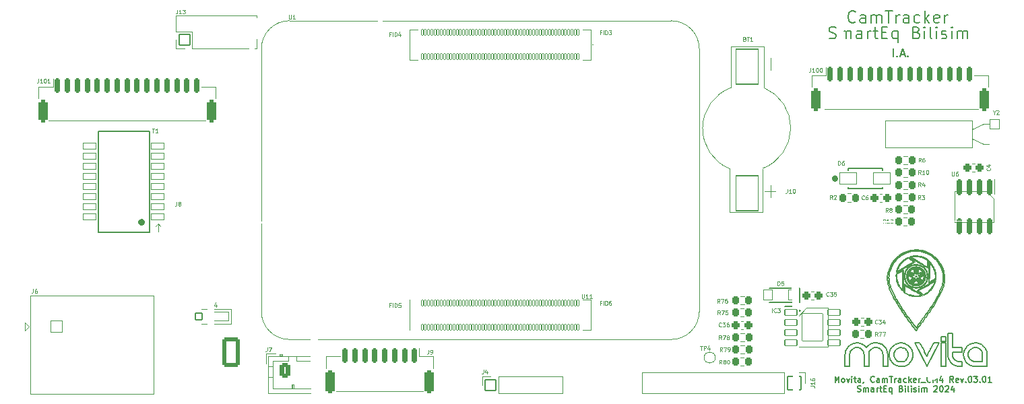
<source format=gto>
G04 #@! TF.GenerationSoftware,KiCad,Pcbnew,8.0.0-rc1*
G04 #@! TF.CreationDate,2024-01-27T15:59:42+03:00*
G04 #@! TF.ProjectId,RP2040_minimal,52503230-3430-45f6-9d69-6e696d616c2e,REV1*
G04 #@! TF.SameCoordinates,Original*
G04 #@! TF.FileFunction,Legend,Top*
G04 #@! TF.FilePolarity,Positive*
%FSLAX46Y46*%
G04 Gerber Fmt 4.6, Leading zero omitted, Abs format (unit mm)*
G04 Created by KiCad (PCBNEW 8.0.0-rc1) date 2024-01-27 15:59:42*
%MOMM*%
%LPD*%
G01*
G04 APERTURE LIST*
G04 Aperture macros list*
%AMRoundRect*
0 Rectangle with rounded corners*
0 $1 Rounding radius*
0 $2 $3 $4 $5 $6 $7 $8 $9 X,Y pos of 4 corners*
0 Add a 4 corners polygon primitive as box body*
4,1,4,$2,$3,$4,$5,$6,$7,$8,$9,$2,$3,0*
0 Add four circle primitives for the rounded corners*
1,1,$1+$1,$2,$3*
1,1,$1+$1,$4,$5*
1,1,$1+$1,$6,$7*
1,1,$1+$1,$8,$9*
0 Add four rect primitives between the rounded corners*
20,1,$1+$1,$2,$3,$4,$5,0*
20,1,$1+$1,$4,$5,$6,$7,0*
20,1,$1+$1,$6,$7,$8,$9,0*
20,1,$1+$1,$8,$9,$2,$3,0*%
%AMFreePoly0*
4,1,113,0.349950,3.131428,0.355633,3.130787,0.698358,3.072556,0.703934,3.071284,1.037984,2.975045,1.043382,2.973156,1.364557,2.840121,1.369710,2.837639,1.673969,2.669481,1.678811,2.666439,1.962330,2.465272,1.966802,2.461706,2.226015,2.230059,2.230059,2.226015,2.461706,1.966802,2.465272,1.962330,2.666439,1.678811,2.669481,1.673969,2.837639,1.369710,2.840121,1.364557,
2.973156,1.043382,2.975045,1.037984,3.071284,0.703934,3.072556,0.698358,3.130787,0.355633,3.131428,0.349950,3.150920,0.002860,3.150920,-0.002860,3.131428,-0.349950,3.130787,-0.355633,3.072556,-0.698358,3.071284,-0.703934,2.975045,-1.037984,2.973156,-1.043382,2.840121,-1.364557,2.837639,-1.369710,2.669481,-1.673969,2.666439,-1.678811,2.465272,-1.962330,2.461706,-1.966802,
2.230059,-2.226015,2.226015,-2.230059,1.966802,-2.461706,1.962330,-2.465272,1.678811,-2.666439,1.673969,-2.669481,1.369710,-2.837639,1.364557,-2.840121,1.043382,-2.973156,1.037984,-2.975045,0.703934,-3.071284,0.698358,-3.072556,0.355633,-3.130787,0.349950,-3.131428,0.002860,-3.150920,-0.002860,-3.150920,-0.349950,-3.131428,-0.355633,-3.130787,-0.698358,-3.072556,-0.703934,-3.071284,
-1.037984,-2.975045,-1.043382,-2.973156,-1.364557,-2.840121,-1.369710,-2.837639,-1.673969,-2.669481,-1.678811,-2.666439,-1.962330,-2.465272,-1.966802,-2.461706,-2.226015,-2.230059,-2.230059,-2.226015,-2.461706,-1.966802,-2.465272,-1.962330,-2.666439,-1.678811,-2.669481,-1.673969,-2.837639,-1.369710,-2.840121,-1.364557,-2.973156,-1.043382,-2.975045,-1.037984,-3.071284,-0.703934,-3.072556,-0.698358,
-3.130787,-0.355633,-3.131428,-0.349950,-3.150920,-0.002860,-3.150920,0.002860,-3.131428,0.349950,-3.130787,0.355633,-3.072556,0.698358,-3.071284,0.703934,-2.975045,1.037984,-2.973156,1.043382,-2.840121,1.364557,-2.837639,1.369710,-2.669481,1.673969,-2.666439,1.678811,-2.465272,1.962330,-2.461706,1.966802,-2.230059,2.226015,-2.226015,2.230059,-1.966802,2.461706,-1.962330,2.465272,
-1.678811,2.666439,-1.673969,2.669481,-1.369710,2.837639,-1.364557,2.840121,-1.043382,2.973156,-1.037984,2.975045,-0.703934,3.071284,-0.698358,3.072556,-0.355633,3.130787,-0.349950,3.131428,-0.002860,3.150920,0.002860,3.150920,0.349950,3.131428,0.349950,3.131428,$1*%
G04 Aperture macros list end*
%ADD10C,0.150000*%
%ADD11C,0.200000*%
%ADD12C,0.100000*%
%ADD13C,0.120000*%
%ADD14C,0.127000*%
%ADD15C,0.390000*%
%ADD16C,3.302000*%
%ADD17RoundRect,0.051000X-0.750000X-0.750000X0.750000X-0.750000X0.750000X0.750000X-0.750000X0.750000X0*%
%ADD18C,1.602000*%
%ADD19RoundRect,0.175500X-0.175500X0.850500X-0.175500X-0.850500X0.175500X-0.850500X0.175500X0.850500X0*%
%ADD20RoundRect,0.225500X-0.225500X-0.300500X0.225500X-0.300500X0.225500X0.300500X-0.225500X0.300500X0*%
%ADD21RoundRect,0.051000X-0.850000X0.850000X-0.850000X-0.850000X0.850000X-0.850000X0.850000X0.850000X0*%
%ADD22O,1.802000X1.802000*%
%ADD23RoundRect,0.051000X-1.060000X-0.750000X1.060000X-0.750000X1.060000X0.750000X-1.060000X0.750000X0*%
%ADD24C,1.102000*%
%ADD25RoundRect,0.225500X0.225500X0.300500X-0.225500X0.300500X-0.225500X-0.300500X0.225500X-0.300500X0*%
%ADD26C,1.000000*%
%ADD27RoundRect,0.051000X0.835000X-0.380000X0.835000X0.380000X-0.835000X0.380000X-0.835000X-0.380000X0*%
%ADD28RoundRect,0.250500X0.250500X0.275500X-0.250500X0.275500X-0.250500X-0.275500X0.250500X-0.275500X0*%
%ADD29RoundRect,0.250500X-0.250500X-0.275500X0.250500X-0.275500X0.250500X0.275500X-0.250500X0.275500X0*%
%ADD30RoundRect,0.051000X0.675000X-0.675000X0.675000X0.675000X-0.675000X0.675000X-0.675000X-0.675000X0*%
%ADD31O,1.452000X1.452000*%
%ADD32RoundRect,0.051000X0.560000X0.610000X-0.560000X0.610000X-0.560000X-0.610000X0.560000X-0.610000X0*%
%ADD33FreePoly0,270.000000*%
%ADD34RoundRect,0.051000X0.762500X-0.350000X0.762500X0.350000X-0.762500X0.350000X-0.762500X-0.350000X0*%
%ADD35RoundRect,0.051000X-1.280000X-1.725000X1.280000X-1.725000X1.280000X1.725000X-1.280000X1.725000X0*%
%ADD36RoundRect,0.051000X-0.100000X-0.350000X0.100000X-0.350000X0.100000X0.350000X-0.100000X0.350000X0*%
%ADD37RoundRect,0.051000X-1.085000X0.560000X-1.085000X-0.560000X1.085000X-0.560000X1.085000X0.560000X0*%
%ADD38RoundRect,0.051000X-0.425000X0.425000X-0.425000X-0.425000X0.425000X-0.425000X0.425000X0.425000X0*%
%ADD39RoundRect,0.271250X-0.379750X-0.654750X0.379750X-0.654750X0.379750X0.654750X-0.379750X0.654750X0*%
%ADD40O,1.302000X1.852000*%
%ADD41RoundRect,0.175500X0.175500X0.725500X-0.175500X0.725500X-0.175500X-0.725500X0.175500X-0.725500X0*%
%ADD42RoundRect,0.275500X0.275500X1.175500X-0.275500X1.175500X-0.275500X-1.175500X0.275500X-1.175500X0*%
%ADD43RoundRect,0.175500X-0.175500X-0.725500X0.175500X-0.725500X0.175500X0.725500X-0.175500X0.725500X0*%
%ADD44RoundRect,0.275500X-0.275500X-1.125500X0.275500X-1.125500X0.275500X1.125500X-0.275500X1.125500X0*%
%ADD45RoundRect,0.051000X-1.400000X-2.200000X1.400000X-2.200000X1.400000X2.200000X-1.400000X2.200000X0*%
%ADD46C,1.852000*%
%ADD47C,2.552000*%
%ADD48C,1.626000*%
%ADD49RoundRect,0.262259X0.828741X1.588741X-0.828741X1.588741X-0.828741X-1.588741X0.828741X-1.588741X0*%
%ADD50O,2.182000X3.702000*%
%ADD51C,1.402000*%
G04 APERTURE END LIST*
D10*
X213119755Y-131148956D02*
X213119755Y-130398956D01*
X213119755Y-130398956D02*
X213369755Y-130934670D01*
X213369755Y-130934670D02*
X213619755Y-130398956D01*
X213619755Y-130398956D02*
X213619755Y-131148956D01*
X214084041Y-131148956D02*
X214012612Y-131113242D01*
X214012612Y-131113242D02*
X213976898Y-131077527D01*
X213976898Y-131077527D02*
X213941184Y-131006099D01*
X213941184Y-131006099D02*
X213941184Y-130791813D01*
X213941184Y-130791813D02*
X213976898Y-130720384D01*
X213976898Y-130720384D02*
X214012612Y-130684670D01*
X214012612Y-130684670D02*
X214084041Y-130648956D01*
X214084041Y-130648956D02*
X214191184Y-130648956D01*
X214191184Y-130648956D02*
X214262612Y-130684670D01*
X214262612Y-130684670D02*
X214298327Y-130720384D01*
X214298327Y-130720384D02*
X214334041Y-130791813D01*
X214334041Y-130791813D02*
X214334041Y-131006099D01*
X214334041Y-131006099D02*
X214298327Y-131077527D01*
X214298327Y-131077527D02*
X214262612Y-131113242D01*
X214262612Y-131113242D02*
X214191184Y-131148956D01*
X214191184Y-131148956D02*
X214084041Y-131148956D01*
X214584040Y-130648956D02*
X214762612Y-131148956D01*
X214762612Y-131148956D02*
X214941183Y-130648956D01*
X215226898Y-131148956D02*
X215226898Y-130648956D01*
X215226898Y-130398956D02*
X215191184Y-130434670D01*
X215191184Y-130434670D02*
X215226898Y-130470384D01*
X215226898Y-130470384D02*
X215262612Y-130434670D01*
X215262612Y-130434670D02*
X215226898Y-130398956D01*
X215226898Y-130398956D02*
X215226898Y-130470384D01*
X215476898Y-130648956D02*
X215762612Y-130648956D01*
X215584041Y-130398956D02*
X215584041Y-131041813D01*
X215584041Y-131041813D02*
X215619755Y-131113242D01*
X215619755Y-131113242D02*
X215691184Y-131148956D01*
X215691184Y-131148956D02*
X215762612Y-131148956D01*
X216334041Y-131148956D02*
X216334041Y-130756099D01*
X216334041Y-130756099D02*
X216298326Y-130684670D01*
X216298326Y-130684670D02*
X216226898Y-130648956D01*
X216226898Y-130648956D02*
X216084041Y-130648956D01*
X216084041Y-130648956D02*
X216012612Y-130684670D01*
X216334041Y-131113242D02*
X216262612Y-131148956D01*
X216262612Y-131148956D02*
X216084041Y-131148956D01*
X216084041Y-131148956D02*
X216012612Y-131113242D01*
X216012612Y-131113242D02*
X215976898Y-131041813D01*
X215976898Y-131041813D02*
X215976898Y-130970384D01*
X215976898Y-130970384D02*
X216012612Y-130898956D01*
X216012612Y-130898956D02*
X216084041Y-130863242D01*
X216084041Y-130863242D02*
X216262612Y-130863242D01*
X216262612Y-130863242D02*
X216334041Y-130827527D01*
X216726897Y-131113242D02*
X216726897Y-131148956D01*
X216726897Y-131148956D02*
X216691183Y-131220384D01*
X216691183Y-131220384D02*
X216655469Y-131256099D01*
X218048326Y-131077527D02*
X218012612Y-131113242D01*
X218012612Y-131113242D02*
X217905469Y-131148956D01*
X217905469Y-131148956D02*
X217834041Y-131148956D01*
X217834041Y-131148956D02*
X217726898Y-131113242D01*
X217726898Y-131113242D02*
X217655469Y-131041813D01*
X217655469Y-131041813D02*
X217619755Y-130970384D01*
X217619755Y-130970384D02*
X217584041Y-130827527D01*
X217584041Y-130827527D02*
X217584041Y-130720384D01*
X217584041Y-130720384D02*
X217619755Y-130577527D01*
X217619755Y-130577527D02*
X217655469Y-130506099D01*
X217655469Y-130506099D02*
X217726898Y-130434670D01*
X217726898Y-130434670D02*
X217834041Y-130398956D01*
X217834041Y-130398956D02*
X217905469Y-130398956D01*
X217905469Y-130398956D02*
X218012612Y-130434670D01*
X218012612Y-130434670D02*
X218048326Y-130470384D01*
X218691184Y-131148956D02*
X218691184Y-130756099D01*
X218691184Y-130756099D02*
X218655469Y-130684670D01*
X218655469Y-130684670D02*
X218584041Y-130648956D01*
X218584041Y-130648956D02*
X218441184Y-130648956D01*
X218441184Y-130648956D02*
X218369755Y-130684670D01*
X218691184Y-131113242D02*
X218619755Y-131148956D01*
X218619755Y-131148956D02*
X218441184Y-131148956D01*
X218441184Y-131148956D02*
X218369755Y-131113242D01*
X218369755Y-131113242D02*
X218334041Y-131041813D01*
X218334041Y-131041813D02*
X218334041Y-130970384D01*
X218334041Y-130970384D02*
X218369755Y-130898956D01*
X218369755Y-130898956D02*
X218441184Y-130863242D01*
X218441184Y-130863242D02*
X218619755Y-130863242D01*
X218619755Y-130863242D02*
X218691184Y-130827527D01*
X219048326Y-131148956D02*
X219048326Y-130648956D01*
X219048326Y-130720384D02*
X219084040Y-130684670D01*
X219084040Y-130684670D02*
X219155469Y-130648956D01*
X219155469Y-130648956D02*
X219262612Y-130648956D01*
X219262612Y-130648956D02*
X219334040Y-130684670D01*
X219334040Y-130684670D02*
X219369755Y-130756099D01*
X219369755Y-130756099D02*
X219369755Y-131148956D01*
X219369755Y-130756099D02*
X219405469Y-130684670D01*
X219405469Y-130684670D02*
X219476897Y-130648956D01*
X219476897Y-130648956D02*
X219584040Y-130648956D01*
X219584040Y-130648956D02*
X219655469Y-130684670D01*
X219655469Y-130684670D02*
X219691183Y-130756099D01*
X219691183Y-130756099D02*
X219691183Y-131148956D01*
X219941183Y-130398956D02*
X220369755Y-130398956D01*
X220155469Y-131148956D02*
X220155469Y-130398956D01*
X220619755Y-131148956D02*
X220619755Y-130648956D01*
X220619755Y-130791813D02*
X220655469Y-130720384D01*
X220655469Y-130720384D02*
X220691184Y-130684670D01*
X220691184Y-130684670D02*
X220762612Y-130648956D01*
X220762612Y-130648956D02*
X220834041Y-130648956D01*
X221405470Y-131148956D02*
X221405470Y-130756099D01*
X221405470Y-130756099D02*
X221369755Y-130684670D01*
X221369755Y-130684670D02*
X221298327Y-130648956D01*
X221298327Y-130648956D02*
X221155470Y-130648956D01*
X221155470Y-130648956D02*
X221084041Y-130684670D01*
X221405470Y-131113242D02*
X221334041Y-131148956D01*
X221334041Y-131148956D02*
X221155470Y-131148956D01*
X221155470Y-131148956D02*
X221084041Y-131113242D01*
X221084041Y-131113242D02*
X221048327Y-131041813D01*
X221048327Y-131041813D02*
X221048327Y-130970384D01*
X221048327Y-130970384D02*
X221084041Y-130898956D01*
X221084041Y-130898956D02*
X221155470Y-130863242D01*
X221155470Y-130863242D02*
X221334041Y-130863242D01*
X221334041Y-130863242D02*
X221405470Y-130827527D01*
X222084041Y-131113242D02*
X222012612Y-131148956D01*
X222012612Y-131148956D02*
X221869755Y-131148956D01*
X221869755Y-131148956D02*
X221798326Y-131113242D01*
X221798326Y-131113242D02*
X221762612Y-131077527D01*
X221762612Y-131077527D02*
X221726898Y-131006099D01*
X221726898Y-131006099D02*
X221726898Y-130791813D01*
X221726898Y-130791813D02*
X221762612Y-130720384D01*
X221762612Y-130720384D02*
X221798326Y-130684670D01*
X221798326Y-130684670D02*
X221869755Y-130648956D01*
X221869755Y-130648956D02*
X222012612Y-130648956D01*
X222012612Y-130648956D02*
X222084041Y-130684670D01*
X222405469Y-131148956D02*
X222405469Y-130398956D01*
X222476898Y-130863242D02*
X222691183Y-131148956D01*
X222691183Y-130648956D02*
X222405469Y-130934670D01*
X223298326Y-131113242D02*
X223226898Y-131148956D01*
X223226898Y-131148956D02*
X223084041Y-131148956D01*
X223084041Y-131148956D02*
X223012612Y-131113242D01*
X223012612Y-131113242D02*
X222976898Y-131041813D01*
X222976898Y-131041813D02*
X222976898Y-130756099D01*
X222976898Y-130756099D02*
X223012612Y-130684670D01*
X223012612Y-130684670D02*
X223084041Y-130648956D01*
X223084041Y-130648956D02*
X223226898Y-130648956D01*
X223226898Y-130648956D02*
X223298326Y-130684670D01*
X223298326Y-130684670D02*
X223334041Y-130756099D01*
X223334041Y-130756099D02*
X223334041Y-130827527D01*
X223334041Y-130827527D02*
X222976898Y-130898956D01*
X223655469Y-131148956D02*
X223655469Y-130648956D01*
X223655469Y-130791813D02*
X223691183Y-130720384D01*
X223691183Y-130720384D02*
X223726898Y-130684670D01*
X223726898Y-130684670D02*
X223798326Y-130648956D01*
X223798326Y-130648956D02*
X223869755Y-130648956D01*
X223941184Y-131220384D02*
X224512612Y-131220384D01*
X225119755Y-131077527D02*
X225084041Y-131113242D01*
X225084041Y-131113242D02*
X224976898Y-131148956D01*
X224976898Y-131148956D02*
X224905470Y-131148956D01*
X224905470Y-131148956D02*
X224798327Y-131113242D01*
X224798327Y-131113242D02*
X224726898Y-131041813D01*
X224726898Y-131041813D02*
X224691184Y-130970384D01*
X224691184Y-130970384D02*
X224655470Y-130827527D01*
X224655470Y-130827527D02*
X224655470Y-130720384D01*
X224655470Y-130720384D02*
X224691184Y-130577527D01*
X224691184Y-130577527D02*
X224726898Y-130506099D01*
X224726898Y-130506099D02*
X224798327Y-130434670D01*
X224798327Y-130434670D02*
X224905470Y-130398956D01*
X224905470Y-130398956D02*
X224976898Y-130398956D01*
X224976898Y-130398956D02*
X225084041Y-130434670D01*
X225084041Y-130434670D02*
X225119755Y-130470384D01*
X225441184Y-131148956D02*
X225441184Y-130398956D01*
X225441184Y-130398956D02*
X225691184Y-130934670D01*
X225691184Y-130934670D02*
X225941184Y-130398956D01*
X225941184Y-130398956D02*
X225941184Y-131148956D01*
X226619756Y-130648956D02*
X226619756Y-131148956D01*
X226441184Y-130363242D02*
X226262613Y-130898956D01*
X226262613Y-130898956D02*
X226726898Y-130898956D01*
X228012613Y-131148956D02*
X227762613Y-130791813D01*
X227584042Y-131148956D02*
X227584042Y-130398956D01*
X227584042Y-130398956D02*
X227869756Y-130398956D01*
X227869756Y-130398956D02*
X227941185Y-130434670D01*
X227941185Y-130434670D02*
X227976899Y-130470384D01*
X227976899Y-130470384D02*
X228012613Y-130541813D01*
X228012613Y-130541813D02*
X228012613Y-130648956D01*
X228012613Y-130648956D02*
X227976899Y-130720384D01*
X227976899Y-130720384D02*
X227941185Y-130756099D01*
X227941185Y-130756099D02*
X227869756Y-130791813D01*
X227869756Y-130791813D02*
X227584042Y-130791813D01*
X228619756Y-131113242D02*
X228548328Y-131148956D01*
X228548328Y-131148956D02*
X228405471Y-131148956D01*
X228405471Y-131148956D02*
X228334042Y-131113242D01*
X228334042Y-131113242D02*
X228298328Y-131041813D01*
X228298328Y-131041813D02*
X228298328Y-130756099D01*
X228298328Y-130756099D02*
X228334042Y-130684670D01*
X228334042Y-130684670D02*
X228405471Y-130648956D01*
X228405471Y-130648956D02*
X228548328Y-130648956D01*
X228548328Y-130648956D02*
X228619756Y-130684670D01*
X228619756Y-130684670D02*
X228655471Y-130756099D01*
X228655471Y-130756099D02*
X228655471Y-130827527D01*
X228655471Y-130827527D02*
X228298328Y-130898956D01*
X228905470Y-130648956D02*
X229084042Y-131148956D01*
X229084042Y-131148956D02*
X229262613Y-130648956D01*
X229548328Y-131077527D02*
X229584042Y-131113242D01*
X229584042Y-131113242D02*
X229548328Y-131148956D01*
X229548328Y-131148956D02*
X229512614Y-131113242D01*
X229512614Y-131113242D02*
X229548328Y-131077527D01*
X229548328Y-131077527D02*
X229548328Y-131148956D01*
X230048328Y-130398956D02*
X230119757Y-130398956D01*
X230119757Y-130398956D02*
X230191185Y-130434670D01*
X230191185Y-130434670D02*
X230226900Y-130470384D01*
X230226900Y-130470384D02*
X230262614Y-130541813D01*
X230262614Y-130541813D02*
X230298328Y-130684670D01*
X230298328Y-130684670D02*
X230298328Y-130863242D01*
X230298328Y-130863242D02*
X230262614Y-131006099D01*
X230262614Y-131006099D02*
X230226900Y-131077527D01*
X230226900Y-131077527D02*
X230191185Y-131113242D01*
X230191185Y-131113242D02*
X230119757Y-131148956D01*
X230119757Y-131148956D02*
X230048328Y-131148956D01*
X230048328Y-131148956D02*
X229976900Y-131113242D01*
X229976900Y-131113242D02*
X229941185Y-131077527D01*
X229941185Y-131077527D02*
X229905471Y-131006099D01*
X229905471Y-131006099D02*
X229869757Y-130863242D01*
X229869757Y-130863242D02*
X229869757Y-130684670D01*
X229869757Y-130684670D02*
X229905471Y-130541813D01*
X229905471Y-130541813D02*
X229941185Y-130470384D01*
X229941185Y-130470384D02*
X229976900Y-130434670D01*
X229976900Y-130434670D02*
X230048328Y-130398956D01*
X230548328Y-130398956D02*
X231012614Y-130398956D01*
X231012614Y-130398956D02*
X230762614Y-130684670D01*
X230762614Y-130684670D02*
X230869757Y-130684670D01*
X230869757Y-130684670D02*
X230941186Y-130720384D01*
X230941186Y-130720384D02*
X230976900Y-130756099D01*
X230976900Y-130756099D02*
X231012614Y-130827527D01*
X231012614Y-130827527D02*
X231012614Y-131006099D01*
X231012614Y-131006099D02*
X230976900Y-131077527D01*
X230976900Y-131077527D02*
X230941186Y-131113242D01*
X230941186Y-131113242D02*
X230869757Y-131148956D01*
X230869757Y-131148956D02*
X230655471Y-131148956D01*
X230655471Y-131148956D02*
X230584043Y-131113242D01*
X230584043Y-131113242D02*
X230548328Y-131077527D01*
X231334043Y-131077527D02*
X231369757Y-131113242D01*
X231369757Y-131113242D02*
X231334043Y-131148956D01*
X231334043Y-131148956D02*
X231298329Y-131113242D01*
X231298329Y-131113242D02*
X231334043Y-131077527D01*
X231334043Y-131077527D02*
X231334043Y-131148956D01*
X231834043Y-130398956D02*
X231905472Y-130398956D01*
X231905472Y-130398956D02*
X231976900Y-130434670D01*
X231976900Y-130434670D02*
X232012615Y-130470384D01*
X232012615Y-130470384D02*
X232048329Y-130541813D01*
X232048329Y-130541813D02*
X232084043Y-130684670D01*
X232084043Y-130684670D02*
X232084043Y-130863242D01*
X232084043Y-130863242D02*
X232048329Y-131006099D01*
X232048329Y-131006099D02*
X232012615Y-131077527D01*
X232012615Y-131077527D02*
X231976900Y-131113242D01*
X231976900Y-131113242D02*
X231905472Y-131148956D01*
X231905472Y-131148956D02*
X231834043Y-131148956D01*
X231834043Y-131148956D02*
X231762615Y-131113242D01*
X231762615Y-131113242D02*
X231726900Y-131077527D01*
X231726900Y-131077527D02*
X231691186Y-131006099D01*
X231691186Y-131006099D02*
X231655472Y-130863242D01*
X231655472Y-130863242D02*
X231655472Y-130684670D01*
X231655472Y-130684670D02*
X231691186Y-130541813D01*
X231691186Y-130541813D02*
X231726900Y-130470384D01*
X231726900Y-130470384D02*
X231762615Y-130434670D01*
X231762615Y-130434670D02*
X231834043Y-130398956D01*
X232798329Y-131148956D02*
X232369758Y-131148956D01*
X232584043Y-131148956D02*
X232584043Y-130398956D01*
X232584043Y-130398956D02*
X232512615Y-130506099D01*
X232512615Y-130506099D02*
X232441186Y-130577527D01*
X232441186Y-130577527D02*
X232369758Y-130613242D01*
X215941186Y-132320700D02*
X216048329Y-132356414D01*
X216048329Y-132356414D02*
X216226900Y-132356414D01*
X216226900Y-132356414D02*
X216298329Y-132320700D01*
X216298329Y-132320700D02*
X216334043Y-132284985D01*
X216334043Y-132284985D02*
X216369757Y-132213557D01*
X216369757Y-132213557D02*
X216369757Y-132142128D01*
X216369757Y-132142128D02*
X216334043Y-132070700D01*
X216334043Y-132070700D02*
X216298329Y-132034985D01*
X216298329Y-132034985D02*
X216226900Y-131999271D01*
X216226900Y-131999271D02*
X216084043Y-131963557D01*
X216084043Y-131963557D02*
X216012614Y-131927842D01*
X216012614Y-131927842D02*
X215976900Y-131892128D01*
X215976900Y-131892128D02*
X215941186Y-131820700D01*
X215941186Y-131820700D02*
X215941186Y-131749271D01*
X215941186Y-131749271D02*
X215976900Y-131677842D01*
X215976900Y-131677842D02*
X216012614Y-131642128D01*
X216012614Y-131642128D02*
X216084043Y-131606414D01*
X216084043Y-131606414D02*
X216262614Y-131606414D01*
X216262614Y-131606414D02*
X216369757Y-131642128D01*
X216691186Y-132356414D02*
X216691186Y-131856414D01*
X216691186Y-131927842D02*
X216726900Y-131892128D01*
X216726900Y-131892128D02*
X216798329Y-131856414D01*
X216798329Y-131856414D02*
X216905472Y-131856414D01*
X216905472Y-131856414D02*
X216976900Y-131892128D01*
X216976900Y-131892128D02*
X217012615Y-131963557D01*
X217012615Y-131963557D02*
X217012615Y-132356414D01*
X217012615Y-131963557D02*
X217048329Y-131892128D01*
X217048329Y-131892128D02*
X217119757Y-131856414D01*
X217119757Y-131856414D02*
X217226900Y-131856414D01*
X217226900Y-131856414D02*
X217298329Y-131892128D01*
X217298329Y-131892128D02*
X217334043Y-131963557D01*
X217334043Y-131963557D02*
X217334043Y-132356414D01*
X218012615Y-132356414D02*
X218012615Y-131963557D01*
X218012615Y-131963557D02*
X217976900Y-131892128D01*
X217976900Y-131892128D02*
X217905472Y-131856414D01*
X217905472Y-131856414D02*
X217762615Y-131856414D01*
X217762615Y-131856414D02*
X217691186Y-131892128D01*
X218012615Y-132320700D02*
X217941186Y-132356414D01*
X217941186Y-132356414D02*
X217762615Y-132356414D01*
X217762615Y-132356414D02*
X217691186Y-132320700D01*
X217691186Y-132320700D02*
X217655472Y-132249271D01*
X217655472Y-132249271D02*
X217655472Y-132177842D01*
X217655472Y-132177842D02*
X217691186Y-132106414D01*
X217691186Y-132106414D02*
X217762615Y-132070700D01*
X217762615Y-132070700D02*
X217941186Y-132070700D01*
X217941186Y-132070700D02*
X218012615Y-132034985D01*
X218369757Y-132356414D02*
X218369757Y-131856414D01*
X218369757Y-131999271D02*
X218405471Y-131927842D01*
X218405471Y-131927842D02*
X218441186Y-131892128D01*
X218441186Y-131892128D02*
X218512614Y-131856414D01*
X218512614Y-131856414D02*
X218584043Y-131856414D01*
X218726900Y-131856414D02*
X219012614Y-131856414D01*
X218834043Y-131606414D02*
X218834043Y-132249271D01*
X218834043Y-132249271D02*
X218869757Y-132320700D01*
X218869757Y-132320700D02*
X218941186Y-132356414D01*
X218941186Y-132356414D02*
X219012614Y-132356414D01*
X219262614Y-131963557D02*
X219512614Y-131963557D01*
X219619757Y-132356414D02*
X219262614Y-132356414D01*
X219262614Y-132356414D02*
X219262614Y-131606414D01*
X219262614Y-131606414D02*
X219619757Y-131606414D01*
X220262614Y-131856414D02*
X220262614Y-132606414D01*
X220262614Y-132320700D02*
X220191185Y-132356414D01*
X220191185Y-132356414D02*
X220048328Y-132356414D01*
X220048328Y-132356414D02*
X219976899Y-132320700D01*
X219976899Y-132320700D02*
X219941185Y-132284985D01*
X219941185Y-132284985D02*
X219905471Y-132213557D01*
X219905471Y-132213557D02*
X219905471Y-131999271D01*
X219905471Y-131999271D02*
X219941185Y-131927842D01*
X219941185Y-131927842D02*
X219976899Y-131892128D01*
X219976899Y-131892128D02*
X220048328Y-131856414D01*
X220048328Y-131856414D02*
X220191185Y-131856414D01*
X220191185Y-131856414D02*
X220262614Y-131892128D01*
X221441185Y-131963557D02*
X221548328Y-131999271D01*
X221548328Y-131999271D02*
X221584042Y-132034985D01*
X221584042Y-132034985D02*
X221619756Y-132106414D01*
X221619756Y-132106414D02*
X221619756Y-132213557D01*
X221619756Y-132213557D02*
X221584042Y-132284985D01*
X221584042Y-132284985D02*
X221548328Y-132320700D01*
X221548328Y-132320700D02*
X221476899Y-132356414D01*
X221476899Y-132356414D02*
X221191185Y-132356414D01*
X221191185Y-132356414D02*
X221191185Y-131606414D01*
X221191185Y-131606414D02*
X221441185Y-131606414D01*
X221441185Y-131606414D02*
X221512614Y-131642128D01*
X221512614Y-131642128D02*
X221548328Y-131677842D01*
X221548328Y-131677842D02*
X221584042Y-131749271D01*
X221584042Y-131749271D02*
X221584042Y-131820700D01*
X221584042Y-131820700D02*
X221548328Y-131892128D01*
X221548328Y-131892128D02*
X221512614Y-131927842D01*
X221512614Y-131927842D02*
X221441185Y-131963557D01*
X221441185Y-131963557D02*
X221191185Y-131963557D01*
X221941185Y-132356414D02*
X221941185Y-131856414D01*
X221941185Y-131606414D02*
X221905471Y-131642128D01*
X221905471Y-131642128D02*
X221941185Y-131677842D01*
X221941185Y-131677842D02*
X221976899Y-131642128D01*
X221976899Y-131642128D02*
X221941185Y-131606414D01*
X221941185Y-131606414D02*
X221941185Y-131677842D01*
X222405471Y-132356414D02*
X222334042Y-132320700D01*
X222334042Y-132320700D02*
X222298328Y-132249271D01*
X222298328Y-132249271D02*
X222298328Y-131606414D01*
X222691185Y-132356414D02*
X222691185Y-131856414D01*
X222691185Y-131606414D02*
X222655471Y-131642128D01*
X222655471Y-131642128D02*
X222691185Y-131677842D01*
X222691185Y-131677842D02*
X222726899Y-131642128D01*
X222726899Y-131642128D02*
X222691185Y-131606414D01*
X222691185Y-131606414D02*
X222691185Y-131677842D01*
X223012614Y-132320700D02*
X223084042Y-132356414D01*
X223084042Y-132356414D02*
X223226899Y-132356414D01*
X223226899Y-132356414D02*
X223298328Y-132320700D01*
X223298328Y-132320700D02*
X223334042Y-132249271D01*
X223334042Y-132249271D02*
X223334042Y-132213557D01*
X223334042Y-132213557D02*
X223298328Y-132142128D01*
X223298328Y-132142128D02*
X223226899Y-132106414D01*
X223226899Y-132106414D02*
X223119757Y-132106414D01*
X223119757Y-132106414D02*
X223048328Y-132070700D01*
X223048328Y-132070700D02*
X223012614Y-131999271D01*
X223012614Y-131999271D02*
X223012614Y-131963557D01*
X223012614Y-131963557D02*
X223048328Y-131892128D01*
X223048328Y-131892128D02*
X223119757Y-131856414D01*
X223119757Y-131856414D02*
X223226899Y-131856414D01*
X223226899Y-131856414D02*
X223298328Y-131892128D01*
X223655471Y-132356414D02*
X223655471Y-131856414D01*
X223655471Y-131606414D02*
X223619757Y-131642128D01*
X223619757Y-131642128D02*
X223655471Y-131677842D01*
X223655471Y-131677842D02*
X223691185Y-131642128D01*
X223691185Y-131642128D02*
X223655471Y-131606414D01*
X223655471Y-131606414D02*
X223655471Y-131677842D01*
X224012614Y-132356414D02*
X224012614Y-131856414D01*
X224012614Y-131927842D02*
X224048328Y-131892128D01*
X224048328Y-131892128D02*
X224119757Y-131856414D01*
X224119757Y-131856414D02*
X224226900Y-131856414D01*
X224226900Y-131856414D02*
X224298328Y-131892128D01*
X224298328Y-131892128D02*
X224334043Y-131963557D01*
X224334043Y-131963557D02*
X224334043Y-132356414D01*
X224334043Y-131963557D02*
X224369757Y-131892128D01*
X224369757Y-131892128D02*
X224441185Y-131856414D01*
X224441185Y-131856414D02*
X224548328Y-131856414D01*
X224548328Y-131856414D02*
X224619757Y-131892128D01*
X224619757Y-131892128D02*
X224655471Y-131963557D01*
X224655471Y-131963557D02*
X224655471Y-132356414D01*
X225548329Y-131677842D02*
X225584043Y-131642128D01*
X225584043Y-131642128D02*
X225655472Y-131606414D01*
X225655472Y-131606414D02*
X225834043Y-131606414D01*
X225834043Y-131606414D02*
X225905472Y-131642128D01*
X225905472Y-131642128D02*
X225941186Y-131677842D01*
X225941186Y-131677842D02*
X225976900Y-131749271D01*
X225976900Y-131749271D02*
X225976900Y-131820700D01*
X225976900Y-131820700D02*
X225941186Y-131927842D01*
X225941186Y-131927842D02*
X225512614Y-132356414D01*
X225512614Y-132356414D02*
X225976900Y-132356414D01*
X226441186Y-131606414D02*
X226512615Y-131606414D01*
X226512615Y-131606414D02*
X226584043Y-131642128D01*
X226584043Y-131642128D02*
X226619758Y-131677842D01*
X226619758Y-131677842D02*
X226655472Y-131749271D01*
X226655472Y-131749271D02*
X226691186Y-131892128D01*
X226691186Y-131892128D02*
X226691186Y-132070700D01*
X226691186Y-132070700D02*
X226655472Y-132213557D01*
X226655472Y-132213557D02*
X226619758Y-132284985D01*
X226619758Y-132284985D02*
X226584043Y-132320700D01*
X226584043Y-132320700D02*
X226512615Y-132356414D01*
X226512615Y-132356414D02*
X226441186Y-132356414D01*
X226441186Y-132356414D02*
X226369758Y-132320700D01*
X226369758Y-132320700D02*
X226334043Y-132284985D01*
X226334043Y-132284985D02*
X226298329Y-132213557D01*
X226298329Y-132213557D02*
X226262615Y-132070700D01*
X226262615Y-132070700D02*
X226262615Y-131892128D01*
X226262615Y-131892128D02*
X226298329Y-131749271D01*
X226298329Y-131749271D02*
X226334043Y-131677842D01*
X226334043Y-131677842D02*
X226369758Y-131642128D01*
X226369758Y-131642128D02*
X226441186Y-131606414D01*
X226976901Y-131677842D02*
X227012615Y-131642128D01*
X227012615Y-131642128D02*
X227084044Y-131606414D01*
X227084044Y-131606414D02*
X227262615Y-131606414D01*
X227262615Y-131606414D02*
X227334044Y-131642128D01*
X227334044Y-131642128D02*
X227369758Y-131677842D01*
X227369758Y-131677842D02*
X227405472Y-131749271D01*
X227405472Y-131749271D02*
X227405472Y-131820700D01*
X227405472Y-131820700D02*
X227369758Y-131927842D01*
X227369758Y-131927842D02*
X226941186Y-132356414D01*
X226941186Y-132356414D02*
X227405472Y-132356414D01*
X228048330Y-131856414D02*
X228048330Y-132356414D01*
X227869758Y-131570700D02*
X227691187Y-132106414D01*
X227691187Y-132106414D02*
X228155472Y-132106414D01*
X222808774Y-118794892D02*
X223299995Y-118209478D01*
X226453577Y-126208570D02*
X227034727Y-126208570D01*
X222691500Y-118707906D02*
X222665881Y-118689294D01*
X222638732Y-115428924D02*
X222786275Y-115394625D01*
X222936699Y-115368902D01*
X223089764Y-115352060D01*
X223245233Y-115344403D01*
X223335061Y-115344268D01*
X223539054Y-118087106D02*
G75*
G02*
X223431054Y-118087106I-54000J0D01*
G01*
X223431054Y-118087106D02*
G75*
G02*
X223539054Y-118087106I54000J0D01*
G01*
X226674165Y-117443825D02*
X226606827Y-117176648D01*
X226520310Y-116917997D01*
X226415504Y-116668756D01*
X226293302Y-116429811D01*
X226154595Y-116202046D01*
X226000275Y-115986345D01*
X225831234Y-115783593D01*
X225648365Y-115594676D01*
X225452557Y-115420477D01*
X225244704Y-115261881D01*
X225025698Y-115119774D01*
X224796430Y-114995039D01*
X224557791Y-114888562D01*
X224310674Y-114801227D01*
X224055971Y-114733919D01*
X223794574Y-114687523D01*
X231650641Y-127687583D02*
X231637312Y-127530311D01*
X231597454Y-127381763D01*
X231581220Y-127340938D01*
X224953049Y-115984621D02*
X225066818Y-116093177D01*
X225174457Y-116209187D01*
X225275528Y-116332587D01*
X225369597Y-116463316D01*
X225456228Y-116601312D01*
X225483378Y-116648915D01*
X223279975Y-120373223D02*
X223121392Y-120365863D01*
X222965394Y-120349072D01*
X222812403Y-120323138D01*
X222662840Y-120288355D01*
X222517126Y-120245013D01*
X222375683Y-120193403D01*
X222194463Y-120112233D01*
X222022584Y-120017574D01*
X221861045Y-119910117D01*
X221784465Y-119851805D01*
X222698137Y-118749810D02*
X222623977Y-118695931D01*
X228428305Y-128516360D02*
X228576434Y-128563695D01*
X228732292Y-128584530D01*
X228778219Y-128585613D01*
X222285659Y-117449051D02*
X222957421Y-117667320D01*
X219074360Y-127340938D02*
X219003603Y-127207026D01*
X218905371Y-127080253D01*
X218882949Y-127056966D01*
X223419509Y-117839663D02*
G75*
G02*
X223206309Y-117839663I-106600J0D01*
G01*
X223206309Y-117839663D02*
G75*
G02*
X223419509Y-117839663I106600J0D01*
G01*
X226453577Y-125453490D02*
X227034727Y-125453490D01*
X223711282Y-117702222D02*
X224325981Y-117502495D01*
X227034727Y-129173345D02*
X226453577Y-129173345D01*
X223288639Y-120313404D02*
X223136594Y-120306540D01*
X222986908Y-120291000D01*
X222791638Y-120257226D01*
X222602100Y-120209091D01*
X222419175Y-120147204D01*
X222243740Y-120072172D01*
X222076677Y-119984603D01*
X221918863Y-119885105D01*
X221843701Y-119831073D01*
X223071405Y-118185012D02*
X222691500Y-118707906D01*
X222295135Y-117516970D02*
X222304920Y-117486853D01*
X227292499Y-127687583D02*
X227292499Y-125019902D01*
X224748654Y-116697622D02*
X224594837Y-116604392D01*
X224448827Y-116515893D01*
X224286014Y-116417210D01*
X224114919Y-116313507D01*
X223944063Y-116209949D01*
X223781966Y-116111700D01*
X223637149Y-116023925D01*
X223485666Y-115932109D01*
X223388623Y-115873290D01*
X227728393Y-128737576D02*
X227620254Y-128617236D01*
X227526247Y-128486405D01*
X227446378Y-128345078D01*
X227408117Y-128262025D01*
X222257332Y-117536231D02*
X222285659Y-117449051D01*
X223984968Y-120228748D02*
X223837424Y-120263046D01*
X223687000Y-120288768D01*
X223533935Y-120305610D01*
X223378466Y-120313268D01*
X223288639Y-120313404D01*
X220784609Y-128338028D02*
X220899671Y-128434848D01*
X221031211Y-128511419D01*
X221071809Y-128529607D01*
X217899107Y-126865555D02*
X217765088Y-126936294D01*
X217638380Y-127034542D01*
X217615134Y-127056966D01*
X220847322Y-129070974D02*
X220700532Y-128998960D01*
X220564705Y-128912807D01*
X220439841Y-128812519D01*
X220375209Y-128750698D01*
X218245751Y-126796302D02*
X218088356Y-126809548D01*
X217939877Y-126849315D01*
X217899107Y-126865555D01*
X223749407Y-117995069D02*
X224077620Y-118520319D01*
X223235078Y-119784382D02*
X223365641Y-119861750D01*
X223499528Y-119941088D01*
X223653091Y-120032086D01*
X223806787Y-120123162D01*
X223941069Y-120202734D01*
X223984968Y-120228748D01*
X219975996Y-118756956D02*
X220022414Y-118928939D01*
X220075406Y-119098346D01*
X220134326Y-119265405D01*
X220198527Y-119430347D01*
X220267364Y-119593401D01*
X220340190Y-119754795D01*
X220416360Y-119914760D01*
X220495228Y-120073525D01*
X222540216Y-118495757D02*
G75*
G02*
X222294140Y-117738484I825784J686957D01*
G01*
X223040540Y-117464779D02*
X223083745Y-116846923D01*
X224501347Y-117839663D02*
G75*
G02*
X222124471Y-117839663I-1188438J0D01*
G01*
X222124471Y-117839663D02*
G75*
G02*
X224501347Y-117839663I1188438J0D01*
G01*
X228778219Y-129173345D02*
X228628385Y-129166126D01*
X228464795Y-129140736D01*
X228306445Y-129097039D01*
X228203776Y-129057727D01*
X223673479Y-117682961D02*
X224345242Y-117464692D01*
X221071809Y-126878802D02*
X220935576Y-126949562D01*
X220815797Y-127040549D01*
X220784609Y-127070255D01*
X224839235Y-115805867D02*
X224803657Y-116794531D01*
X222439571Y-117314941D02*
G75*
G02*
X223083737Y-116846890I908729J-573359D01*
G01*
X215521896Y-126865555D02*
X215387946Y-126936294D01*
X215261332Y-127034542D01*
X215238091Y-127056966D01*
X223373085Y-117538294D02*
G75*
G02*
X223265085Y-117538294I-54000J0D01*
G01*
X223265085Y-117538294D02*
G75*
G02*
X223373085Y-117538294I54000J0D01*
G01*
X229389049Y-128262025D02*
X229333134Y-128107171D01*
X229295542Y-127947073D01*
X229276250Y-127781720D01*
X229273431Y-127687583D01*
X223698116Y-118777282D02*
G75*
G02*
X222901876Y-118777278I-398116J997682D01*
G01*
X227408117Y-128262025D02*
X227352202Y-128107171D01*
X227314610Y-127947073D01*
X227295318Y-127781720D01*
X227292499Y-127687583D01*
X216766571Y-129173345D02*
X216766571Y-127687583D01*
X224885147Y-127453245D02*
X224957285Y-127314254D01*
X225028902Y-127175779D01*
X225100017Y-127037796D01*
X225139314Y-126961344D01*
X223185379Y-116012434D02*
X221686705Y-116835635D01*
X231581220Y-127340938D02*
X231510459Y-127207026D01*
X231412200Y-127080253D01*
X231389767Y-127056966D01*
X227034727Y-126208570D02*
X227034727Y-129173345D01*
X226397738Y-119514174D02*
X226474533Y-119327061D01*
X226543021Y-119139026D01*
X226602434Y-118949887D01*
X226652004Y-118759463D01*
X226690960Y-118567575D01*
X226718537Y-118374041D01*
X226733963Y-118178682D01*
X226736472Y-117981316D01*
X226725295Y-117781763D01*
X226699663Y-117579842D01*
X226674165Y-117443825D01*
X222503265Y-115411580D02*
X222654163Y-115367331D01*
X222808449Y-115332118D01*
X222965852Y-115306288D01*
X223126101Y-115290186D01*
X223288925Y-115284159D01*
X223343725Y-115284449D01*
X225535592Y-126195323D02*
X226202387Y-126195323D01*
X221771889Y-128529607D02*
X221907997Y-128458783D01*
X222027845Y-128367769D01*
X222059089Y-128338028D01*
X223169648Y-118079751D02*
G75*
G02*
X223091648Y-118079751I-39000J0D01*
G01*
X223091648Y-118079751D02*
G75*
G02*
X223169648Y-118079751I39000J0D01*
G01*
X222304920Y-117486853D02*
X222919619Y-117686581D01*
X218823505Y-126324020D02*
X218968972Y-126395861D01*
X219104505Y-126481241D01*
X219230099Y-126580185D01*
X219295577Y-126641027D01*
X220375209Y-128750698D02*
X220268712Y-128630382D01*
X220175816Y-128499608D01*
X220096531Y-128358341D01*
X220058370Y-128275314D01*
X228778219Y-128585613D02*
X229068731Y-128585613D01*
X223148713Y-116777951D02*
X223095405Y-117540294D01*
X219796565Y-118840555D02*
X219845304Y-119021137D01*
X219900946Y-119199014D01*
X219962812Y-119374427D01*
X220030223Y-119547616D01*
X220102502Y-119718821D01*
X220178969Y-119888286D01*
X220258948Y-120056249D01*
X220341759Y-120222952D01*
X222385468Y-123449969D02*
X222496459Y-123600349D01*
X222608452Y-123750184D01*
X222721355Y-123899766D01*
X222835073Y-124049392D01*
X222949516Y-124199356D01*
X223064591Y-124349954D01*
X223180205Y-124501480D01*
X223296267Y-124654230D01*
X223530413Y-117540294D02*
X223477105Y-116777951D01*
X223573364Y-118134162D02*
X223988536Y-118705597D01*
X223366965Y-117448317D02*
X223275299Y-117448317D01*
X222441618Y-123146875D02*
X222547324Y-123290094D01*
X222653984Y-123432794D01*
X222761510Y-123575253D01*
X222869813Y-123717753D01*
X222978806Y-123860576D01*
X223088401Y-124004002D01*
X223198510Y-124148313D01*
X223309046Y-124293789D01*
X230759151Y-129173345D02*
X230609317Y-129166126D01*
X230445727Y-129140736D01*
X230287377Y-129097039D01*
X230184708Y-129057727D01*
X222868430Y-117970504D02*
X222294165Y-117738486D01*
X226453577Y-129173345D02*
X226453577Y-126208570D01*
X230759151Y-126796302D02*
X230601116Y-126809548D01*
X230450761Y-126849315D01*
X230409237Y-126865555D01*
X223275299Y-116741984D02*
X223366965Y-116741984D01*
X230409237Y-128516360D02*
X230557366Y-128563695D01*
X230713224Y-128584530D01*
X230759151Y-128585613D01*
X227292499Y-125019902D02*
X227880188Y-125019902D01*
X230759151Y-126208570D02*
X230911630Y-126215785D01*
X231076797Y-126241153D01*
X231235152Y-126284785D01*
X231336905Y-126324020D01*
X222248646Y-117655384D02*
X222957204Y-117941660D01*
X216505864Y-127056966D02*
X216390677Y-126960229D01*
X216259206Y-126883693D01*
X216218664Y-126865555D01*
X225427242Y-116671321D02*
X225497320Y-116806426D01*
X225558704Y-116943828D01*
X225627090Y-117129824D01*
X225680173Y-117318036D01*
X225718040Y-117507398D01*
X225740778Y-117696845D01*
X225748472Y-117885311D01*
X225741211Y-118071730D01*
X225732000Y-118163839D01*
X222346960Y-115487291D02*
X223185379Y-116012434D01*
X223655437Y-117752408D02*
G75*
G02*
X223547437Y-117752408I-54000J0D01*
G01*
X223547437Y-117752408D02*
G75*
G02*
X223655437Y-117752408I54000J0D01*
G01*
X225094229Y-122197730D02*
X225198129Y-122045999D01*
X225300492Y-121893268D01*
X225401259Y-121739512D01*
X225500372Y-121584705D01*
X225597771Y-121428821D01*
X225693399Y-121271834D01*
X225787197Y-121113718D01*
X225879106Y-120954448D01*
X225969069Y-120793997D01*
X226057027Y-120632341D01*
X226142921Y-120469453D01*
X226226693Y-120305307D01*
X226308285Y-120139878D01*
X226387638Y-119973140D01*
X226464694Y-119805066D01*
X226539395Y-119635633D01*
X221663764Y-117119613D02*
X221659932Y-117299436D01*
X221656295Y-117470134D01*
X221652240Y-117660476D01*
X221647978Y-117860500D01*
X221643722Y-118060245D01*
X221639684Y-118249749D01*
X221636077Y-118419052D01*
X221632304Y-118596149D01*
X221629887Y-118709601D01*
X224961999Y-118572206D02*
X224965830Y-118392381D01*
X224969467Y-118221683D01*
X224973522Y-118031342D01*
X224977784Y-117831318D01*
X224982040Y-117631573D01*
X224986078Y-117442069D01*
X224989685Y-117272765D01*
X224993458Y-117095669D01*
X224995876Y-116982218D01*
X231389767Y-127056966D02*
X231266462Y-126954090D01*
X231135793Y-126879003D01*
X231105837Y-126865555D01*
X221421765Y-126221691D02*
X221574311Y-126228926D01*
X221739472Y-126254343D01*
X221897832Y-126298020D01*
X221999645Y-126337267D01*
X225732000Y-118163839D02*
X225581833Y-118243478D01*
X225421301Y-118328616D01*
X225273286Y-118407115D01*
X225128825Y-118483730D01*
X224981940Y-118561630D01*
X224961999Y-118572206D01*
X220375209Y-126654315D02*
X220493983Y-126547814D01*
X220623719Y-126454885D01*
X220764418Y-126375512D01*
X220847322Y-126337267D01*
X226829642Y-117461767D02*
X226758937Y-117181231D01*
X226668094Y-116909648D01*
X226558048Y-116647945D01*
X226429736Y-116397053D01*
X226284093Y-116157899D01*
X226122058Y-115931413D01*
X225944565Y-115718524D01*
X225752552Y-115520161D01*
X225546954Y-115337252D01*
X225328709Y-115170727D01*
X225098752Y-115021514D01*
X224858020Y-114890542D01*
X224607450Y-114778741D01*
X224347977Y-114687039D01*
X224080539Y-114616366D01*
X223806072Y-114567650D01*
X230759151Y-128585613D02*
X231650641Y-128585613D01*
X222957421Y-117667320D02*
X222929095Y-117754500D01*
X225749263Y-118376062D02*
X225712134Y-118528868D01*
X225665486Y-118680090D01*
X225609154Y-118829320D01*
X225542974Y-118976151D01*
X225466782Y-119120174D01*
X225439132Y-119167488D01*
X231105837Y-126865555D02*
X230959796Y-126818202D01*
X230804983Y-126797382D01*
X230759151Y-126796302D01*
X218245751Y-126208570D02*
X218398230Y-126215785D01*
X218563397Y-126241153D01*
X218721752Y-126284785D01*
X218823505Y-126324020D01*
X222250542Y-127354186D02*
X222179781Y-127220294D01*
X222081522Y-127093532D01*
X222059089Y-127070255D01*
X223542074Y-116846922D02*
G75*
G02*
X224186223Y-117314955I-264474J-1041278D01*
G01*
X222335296Y-115548957D02*
X222479349Y-115639184D01*
X222633345Y-115735640D01*
X222775335Y-115824575D01*
X222913916Y-115911375D01*
X223054822Y-115999632D01*
X223073952Y-116011614D01*
X215046513Y-127340938D02*
X214999159Y-127486974D01*
X214978339Y-127641764D01*
X214977259Y-127687583D01*
X224251480Y-120140263D02*
X224107426Y-120050035D01*
X223953430Y-119953578D01*
X223811440Y-119864643D01*
X223672859Y-119777843D01*
X223531953Y-119689586D01*
X223512824Y-119677605D01*
X214821984Y-126641027D02*
X214940776Y-126534533D01*
X215070508Y-126441621D01*
X215211197Y-126362262D01*
X215294098Y-126324020D01*
X223988536Y-118705597D02*
X223914376Y-118759477D01*
X220495228Y-120073525D02*
X220599938Y-120276796D01*
X220707525Y-120478176D01*
X220817857Y-120677750D01*
X220930801Y-120875603D01*
X221046224Y-121071822D01*
X221163994Y-121266492D01*
X221283978Y-121459698D01*
X221406044Y-121651528D01*
X221530060Y-121842066D01*
X221655892Y-122031398D01*
X221783409Y-122219610D01*
X221912477Y-122406788D01*
X222042964Y-122593018D01*
X222174739Y-122778385D01*
X222307667Y-122962975D01*
X222441618Y-123146875D01*
X228203776Y-129057727D02*
X228056665Y-128985716D01*
X227920066Y-128899582D01*
X227793945Y-128799347D01*
X227728393Y-128737576D01*
X220846190Y-117487045D02*
X221720188Y-117023525D01*
X221686705Y-116835635D02*
X220837513Y-117313157D01*
X217423723Y-127340938D02*
X217376232Y-127486974D01*
X217355383Y-127641764D01*
X217354302Y-127687583D01*
X223039149Y-118124495D02*
X223113309Y-118178375D01*
X219295577Y-126641027D02*
X219403640Y-126759553D01*
X219497637Y-126888498D01*
X219577567Y-127027897D01*
X219615895Y-127109870D01*
X223791216Y-118794891D02*
G75*
G02*
X222808774Y-118794891I-491221J955449D01*
G01*
X223282293Y-119749430D02*
X224120435Y-120246091D01*
X224900071Y-118853584D02*
X225749263Y-118376062D01*
X223541108Y-118194679D02*
X223566727Y-118176066D01*
X223299995Y-118302820D02*
X222901875Y-118777281D01*
X220893763Y-117527979D02*
X221043929Y-117448339D01*
X221204460Y-117363202D01*
X221352475Y-117284703D01*
X221496937Y-117208088D01*
X221643822Y-117130188D01*
X221663764Y-117119613D01*
X226202387Y-126195323D02*
X224657391Y-129166763D01*
X222250542Y-128050786D02*
X222297877Y-127902585D01*
X222318712Y-127746791D01*
X222319795Y-127700872D01*
X223372064Y-124563951D02*
X223480170Y-124416420D01*
X223588567Y-124269094D01*
X223697181Y-124121916D01*
X223805933Y-123974834D01*
X223914750Y-123827794D01*
X224023554Y-123680741D01*
X224132270Y-123533623D01*
X224240822Y-123386386D01*
X224349134Y-123238975D01*
X224457131Y-123091337D01*
X224564735Y-122943418D01*
X224671873Y-122795165D01*
X224778466Y-122646523D01*
X224884441Y-122497439D01*
X224989720Y-122347859D01*
X225094229Y-122197730D01*
X223299995Y-118209478D02*
X223791216Y-118794892D01*
X227034727Y-126013512D02*
X226453577Y-126013512D01*
X229861120Y-127687583D02*
X229874383Y-127845651D01*
X229914174Y-127996014D01*
X229930416Y-128037539D01*
X220236996Y-116628337D02*
X220152208Y-116819381D01*
X220078281Y-117012186D01*
X220015774Y-117206752D01*
X219965249Y-117403079D01*
X219927266Y-117601167D01*
X219902386Y-117801016D01*
X219891169Y-118002628D01*
X219894176Y-118206003D01*
X219911967Y-118411141D01*
X219945103Y-118618042D01*
X219975996Y-118756956D01*
X224323673Y-117763050D02*
G75*
G02*
X224077613Y-118520313I-1071473J-70450D01*
G01*
X223698116Y-118777282D02*
X223299995Y-118302820D01*
X230184708Y-126324020D02*
X230339580Y-126268211D01*
X230499673Y-126230668D01*
X230665015Y-126211388D01*
X230759151Y-126208570D01*
X221843701Y-119831073D02*
X221849814Y-119661205D01*
X221856349Y-119479612D01*
X221862374Y-119312177D01*
X221868255Y-119148763D01*
X221874234Y-118982607D01*
X221875046Y-118960050D01*
X220341759Y-120222952D02*
X220451704Y-120436387D01*
X220564671Y-120647836D01*
X220680519Y-120857388D01*
X220799110Y-121065134D01*
X220920304Y-121271164D01*
X221043963Y-121475567D01*
X221169946Y-121678434D01*
X221298116Y-121879855D01*
X221428332Y-122079920D01*
X221560456Y-122278718D01*
X221694348Y-122476341D01*
X221829870Y-122672878D01*
X221966882Y-122868419D01*
X222105245Y-123063055D01*
X222244820Y-123256874D01*
X222385468Y-123449969D01*
X221820043Y-118863141D02*
X223282293Y-119749430D01*
X215294098Y-126324020D02*
X215448998Y-126268211D01*
X215609132Y-126230668D01*
X215774461Y-126211388D01*
X215868540Y-126208570D01*
X220784609Y-127070255D02*
X220681712Y-127193560D01*
X220606614Y-127324229D01*
X220593156Y-127354186D01*
X231805707Y-126641027D02*
X231912207Y-126759553D01*
X232005136Y-126888498D01*
X232084509Y-127027897D01*
X232122755Y-127109870D01*
X221720188Y-117023525D02*
X221683764Y-118733015D01*
X225439132Y-119167488D02*
X225353467Y-119301145D01*
X225260926Y-119427847D01*
X225161972Y-119547374D01*
X225057067Y-119659508D01*
X224946674Y-119764029D01*
X224831258Y-119860718D01*
X224670353Y-119977073D01*
X224502436Y-120078595D01*
X224328606Y-120164764D01*
X224239816Y-120201929D01*
X228141062Y-128324739D02*
X228256159Y-128421635D01*
X228387707Y-128498208D01*
X228428305Y-128516360D01*
X214977259Y-127687583D02*
X214977259Y-129173345D01*
X227034727Y-125453490D02*
X227034727Y-126013512D01*
X219143781Y-129173345D02*
X219143781Y-127687583D01*
X221683764Y-118733015D02*
X221672714Y-119707198D01*
X222552237Y-118589742D02*
G75*
G02*
X222248627Y-117655381I756863J762442D01*
G01*
X227949484Y-128037539D02*
X228020306Y-128173840D01*
X228111320Y-128293557D01*
X228141062Y-128324739D01*
X230184708Y-129057727D02*
X230037569Y-128985716D01*
X229900929Y-128899582D01*
X229774821Y-128799347D01*
X229709325Y-128737576D01*
X223381233Y-124207810D02*
X223484191Y-124067305D01*
X223587426Y-123926993D01*
X223690867Y-123786824D01*
X223794441Y-123646746D01*
X223898076Y-123506708D01*
X224001699Y-123366658D01*
X224105238Y-123226546D01*
X224208621Y-123086319D01*
X224311775Y-122945928D01*
X224414629Y-122805321D01*
X224517110Y-122664446D01*
X224619146Y-122523252D01*
X224720664Y-122381688D01*
X224821592Y-122239703D01*
X224921858Y-122097246D01*
X225021390Y-121954266D01*
X224120435Y-120246091D02*
X223969536Y-120290339D01*
X223815250Y-120325552D01*
X223657847Y-120351383D01*
X223497598Y-120367484D01*
X223334774Y-120373512D01*
X223279975Y-120373223D01*
X232238205Y-129173345D02*
X230759151Y-129173345D01*
X222540216Y-118495757D02*
X222868430Y-117970504D01*
X224905575Y-118668294D02*
X224941999Y-116958803D01*
X223388623Y-115873290D02*
X223258059Y-115795921D01*
X223124172Y-115716583D01*
X222970608Y-115625585D01*
X222816913Y-115534509D01*
X222682631Y-115454937D01*
X222638732Y-115428924D01*
X229068731Y-129173345D02*
X228778219Y-129173345D01*
X225370508Y-126509059D02*
X225443171Y-126367390D01*
X225515882Y-126230823D01*
X225535592Y-126195323D01*
X223701806Y-117770141D02*
X223673479Y-117682961D01*
X223118725Y-126195323D02*
X223779147Y-126195323D01*
X223477105Y-116777951D02*
G75*
G02*
X224271948Y-117355402I-164105J-1061649D01*
G01*
X215238091Y-127056966D02*
X215141216Y-127171534D01*
X215064652Y-127301137D01*
X215046513Y-127340938D01*
X229068731Y-128585613D02*
X229068731Y-129173345D01*
X223095405Y-117540294D02*
X222353900Y-117355417D01*
X224325981Y-117502495D02*
X224335766Y-117532611D01*
X222907485Y-127700872D02*
X222900269Y-127850705D01*
X222874907Y-128014295D01*
X222831292Y-128172644D01*
X222792077Y-128275314D01*
X218882949Y-127056966D02*
X218767782Y-126960229D01*
X218636297Y-126883693D01*
X218595707Y-126865555D01*
X221771889Y-126878802D02*
X221623603Y-126831329D01*
X221467693Y-126810464D01*
X221421765Y-126809381D01*
X221620000Y-119581208D02*
X221516524Y-119470580D01*
X221419036Y-119353171D01*
X221327918Y-119229033D01*
X221243551Y-119098222D01*
X221198521Y-119020498D01*
X224271918Y-117355417D02*
X223530413Y-117540294D01*
X229068731Y-126802841D02*
X229068731Y-127390531D01*
X223358085Y-117538294D02*
G75*
G02*
X223280085Y-117538294I-39000J0D01*
G01*
X223280085Y-117538294D02*
G75*
G02*
X223358085Y-117538294I39000J0D01*
G01*
X224452909Y-117839663D02*
G75*
G02*
X222172909Y-117839663I-1140000J0D01*
G01*
X222172909Y-117839663D02*
G75*
G02*
X224452909Y-117839663I1140000J0D01*
G01*
X222471759Y-126654315D02*
X222579821Y-126772822D01*
X222673818Y-126901766D01*
X222753749Y-127041158D01*
X222792077Y-127123117D01*
X216545522Y-126370343D02*
X216674926Y-126446681D01*
X216810826Y-126547410D01*
X216933958Y-126662559D01*
X217044346Y-126792162D01*
X217057250Y-126809381D01*
X231336905Y-126324020D02*
X231482106Y-126395861D01*
X231616853Y-126481241D01*
X231741157Y-126580185D01*
X231805707Y-126641027D01*
X222665881Y-118689294D02*
X223045786Y-118166399D01*
X223082113Y-117740943D02*
G75*
G02*
X222974113Y-117740943I-54000J0D01*
G01*
X222974113Y-117740943D02*
G75*
G02*
X223082113Y-117740943I54000J0D01*
G01*
X224737511Y-117839663D02*
G75*
G02*
X221888307Y-117839663I-1424602J0D01*
G01*
X221888307Y-117839663D02*
G75*
G02*
X224737511Y-117839663I1424602J0D01*
G01*
X224803657Y-116794531D02*
X223341407Y-115908242D01*
X223343725Y-115284449D02*
X223502307Y-115291808D01*
X223658305Y-115308599D01*
X223811296Y-115334533D01*
X223960860Y-115369316D01*
X224106574Y-115412658D01*
X224248017Y-115464268D01*
X224429236Y-115545438D01*
X224601115Y-115640097D01*
X224762654Y-115747554D01*
X224839235Y-115805867D01*
X220523735Y-127700872D02*
X220537008Y-127858851D01*
X220576873Y-128009213D01*
X220593156Y-128050786D01*
X223794574Y-114687523D02*
X223516224Y-114661140D01*
X223240602Y-114656925D01*
X222968723Y-114674346D01*
X222701602Y-114712872D01*
X222440255Y-114771974D01*
X222185698Y-114851121D01*
X221938946Y-114949782D01*
X221701016Y-115067426D01*
X221472921Y-115203524D01*
X221255679Y-115357544D01*
X221050304Y-115528957D01*
X220857813Y-115717231D01*
X220679221Y-115921837D01*
X220515544Y-116142243D01*
X220367797Y-116377920D01*
X220236996Y-116628337D01*
X219731513Y-127687583D02*
X219731513Y-129173345D01*
X222792077Y-127123117D02*
X222847858Y-127276893D01*
X222885390Y-127437527D01*
X222904666Y-127604950D01*
X222907485Y-127700872D01*
X222623977Y-118695931D02*
X223039149Y-118124495D01*
X230121994Y-127056966D02*
X230025173Y-127171534D01*
X229948603Y-127301137D01*
X229930416Y-127340938D01*
X222439571Y-117314941D02*
X223040540Y-117464779D01*
X229930416Y-128037539D02*
X230001238Y-128173840D01*
X230092252Y-128293557D01*
X230121994Y-128324739D01*
X223045786Y-118166399D02*
X223071405Y-118185012D01*
X230409237Y-126865555D02*
X230272917Y-126936294D01*
X230153177Y-127027272D01*
X230121994Y-127056966D01*
X216766571Y-127687583D02*
X216753310Y-127530311D01*
X216713544Y-127381763D01*
X216697317Y-127340938D01*
X221672714Y-119707198D02*
X221558944Y-119598640D01*
X221451305Y-119482631D01*
X221350234Y-119359231D01*
X221256165Y-119228502D01*
X221169534Y-119090506D01*
X221142385Y-119042904D01*
X224941999Y-116958803D02*
X224953049Y-115984621D01*
X214505146Y-127109870D02*
X214576882Y-126964649D01*
X214662212Y-126829901D01*
X214761143Y-126705590D01*
X214821984Y-126641027D01*
X217615134Y-127056966D02*
X217512192Y-127180292D01*
X217437167Y-127310972D01*
X217423723Y-127340938D01*
X225021390Y-121954266D02*
X225120343Y-121809760D01*
X225217832Y-121664302D01*
X225313800Y-121517868D01*
X225408193Y-121370433D01*
X225500954Y-121221971D01*
X225592028Y-121072460D01*
X225681359Y-120921873D01*
X225768892Y-120770188D01*
X225854571Y-120617378D01*
X225938340Y-120463419D01*
X226020144Y-120308288D01*
X226099927Y-120151959D01*
X226177634Y-119994407D01*
X226253208Y-119835609D01*
X226326594Y-119675539D01*
X226397738Y-119514174D01*
X220593156Y-127354186D02*
X220545682Y-127500225D01*
X220524817Y-127655039D01*
X220523735Y-127700872D01*
X220593156Y-128050786D02*
X220663916Y-128187034D01*
X220754903Y-128306837D01*
X220784609Y-128338028D01*
X223499204Y-118188042D02*
X223573364Y-118134162D01*
X226453577Y-126013512D02*
X226453577Y-125453490D01*
X214389528Y-129173345D02*
X214389528Y-127687583D01*
X223113309Y-118178375D02*
X222698137Y-118749810D01*
X223341407Y-115908242D02*
X222503265Y-115411580D01*
X223660633Y-117966224D02*
X224369191Y-117679948D01*
X223335061Y-115344268D02*
X223487105Y-115351131D01*
X223636791Y-115366671D01*
X223832061Y-115400445D01*
X224021599Y-115448580D01*
X224204524Y-115510467D01*
X224379959Y-115585499D01*
X224547022Y-115673068D01*
X224704836Y-115772566D01*
X224779999Y-115826599D01*
X221421765Y-129186592D02*
X221253568Y-129177455D01*
X221090543Y-129150032D01*
X220932729Y-129104300D01*
X220847322Y-129070974D01*
X217057250Y-126809381D02*
X217166156Y-126677968D01*
X217288276Y-126561015D01*
X217423632Y-126458484D01*
X217552946Y-126380575D01*
X217572249Y-126370343D01*
X229389049Y-127109870D02*
X229461061Y-126964649D01*
X229547215Y-126829901D01*
X229647503Y-126705590D01*
X229709325Y-126641027D01*
X217354302Y-129173345D02*
X216766571Y-129173345D01*
X223946632Y-118698960D02*
X223921013Y-118717573D01*
X227034727Y-129173345D02*
X226453577Y-129173345D01*
X216697317Y-127340938D02*
X216626556Y-127207026D01*
X216528297Y-127080253D01*
X216505864Y-127056966D01*
X225391660Y-119130075D02*
X225309693Y-119258317D01*
X225221392Y-119380179D01*
X225094508Y-119532401D01*
X224958053Y-119672478D01*
X224812994Y-119799953D01*
X224660297Y-119914368D01*
X224500928Y-120015264D01*
X224335854Y-120102186D01*
X224251480Y-120140263D01*
X221071809Y-128529607D02*
X221220066Y-128576976D01*
X221375879Y-128597819D01*
X221421765Y-128598902D01*
X224995876Y-116982218D02*
X224997597Y-116830462D01*
X224999362Y-116674843D01*
X225001387Y-116496354D01*
X225003413Y-116317712D01*
X225005184Y-116161635D01*
X225005763Y-116110611D01*
X223806072Y-114567650D02*
X223513805Y-114539948D01*
X223224402Y-114535522D01*
X222938928Y-114553814D01*
X222658452Y-114594266D01*
X222384037Y-114656323D01*
X222116752Y-114739427D01*
X221857663Y-114843021D01*
X221607836Y-114966548D01*
X221368337Y-115109450D01*
X221140232Y-115271172D01*
X220924589Y-115451155D01*
X220722473Y-115648843D01*
X220534952Y-115863679D01*
X220363090Y-116095106D01*
X220207956Y-116342566D01*
X220070615Y-116605504D01*
X223366965Y-116741984D02*
X223366965Y-117448317D01*
X221198521Y-119020498D02*
X221128442Y-118885391D01*
X221067058Y-118747990D01*
X220998672Y-118561993D01*
X220945589Y-118373781D01*
X220907722Y-118184419D01*
X220884984Y-117994972D01*
X220877290Y-117806506D01*
X220884551Y-117620087D01*
X220893763Y-117527979D01*
X222353900Y-117355417D02*
G75*
G02*
X223148717Y-116777977I959000J-484283D01*
G01*
X222059089Y-127070255D02*
X221943902Y-126973497D01*
X221812431Y-126896953D01*
X221771889Y-126878802D01*
X220058370Y-127123117D02*
X220130088Y-126977916D01*
X220215423Y-126843169D01*
X220314365Y-126718864D01*
X220375209Y-126654315D01*
X221680044Y-116777269D02*
X221547758Y-116851656D01*
X221412106Y-116927936D01*
X221256518Y-117015427D01*
X221100796Y-117102993D01*
X220964744Y-117179499D01*
X220920267Y-117204510D01*
X223524054Y-118087106D02*
G75*
G02*
X223446054Y-118087106I-39000J0D01*
G01*
X223446054Y-118087106D02*
G75*
G02*
X223524054Y-118087106I39000J0D01*
G01*
X221142385Y-119042904D02*
X221069466Y-118901887D01*
X221006009Y-118758393D01*
X220951973Y-118612932D01*
X220907314Y-118466015D01*
X220871992Y-118318152D01*
X220845966Y-118169854D01*
X220825651Y-117972328D01*
X220821689Y-117776148D01*
X220833980Y-117582521D01*
X220846190Y-117487045D01*
X224373568Y-117551872D02*
X223701806Y-117770141D01*
X224657391Y-129166763D02*
X223118725Y-126195323D01*
X223401397Y-119676785D02*
X224900071Y-118853584D01*
X227880188Y-127687583D02*
X227893451Y-127845651D01*
X227933242Y-127996014D01*
X227949484Y-128037539D01*
X231650641Y-128585613D02*
X231650641Y-127687583D01*
X222471759Y-128750698D02*
X222351615Y-128858836D01*
X222221615Y-128952843D01*
X222081692Y-129032712D01*
X221999645Y-129070974D01*
X221629887Y-118709601D02*
X221628165Y-118861356D01*
X221626400Y-119016975D01*
X221624375Y-119195464D01*
X221622349Y-119374106D01*
X221620578Y-119530183D01*
X221620000Y-119581208D01*
X223779147Y-126195323D02*
X223852156Y-126336033D01*
X223925625Y-126477226D01*
X223990387Y-126601411D01*
X221999645Y-129070974D02*
X221845799Y-129126887D01*
X221685176Y-129164479D01*
X221517740Y-129183772D01*
X221421765Y-129186592D01*
X227880188Y-126802841D02*
X229068731Y-126802841D01*
X224239816Y-120201929D02*
X223401397Y-119676785D01*
X224795188Y-117839663D02*
G75*
G02*
X221830630Y-117839663I-1482279J0D01*
G01*
X221830630Y-117839663D02*
G75*
G02*
X224795188Y-117839663I1482279J0D01*
G01*
X226539395Y-119635633D02*
X226620029Y-119439165D01*
X226691942Y-119241728D01*
X226754326Y-119043132D01*
X226806373Y-118843187D01*
X226847278Y-118641704D01*
X226876233Y-118438494D01*
X226892431Y-118233366D01*
X226895065Y-118026132D01*
X226883328Y-117816602D01*
X226856415Y-117604585D01*
X226829642Y-117461767D01*
X214977259Y-129173345D02*
X214389528Y-129173345D01*
X221195117Y-116559144D02*
X221277083Y-116430901D01*
X221365383Y-116309039D01*
X221492267Y-116156817D01*
X221628722Y-116016740D01*
X221773781Y-115889265D01*
X221926478Y-115774851D01*
X222085847Y-115673954D01*
X222250921Y-115587033D01*
X222335296Y-115548957D01*
X220837513Y-117313157D02*
X220874641Y-117160350D01*
X220921289Y-117009128D01*
X220977621Y-116859898D01*
X221043801Y-116713067D01*
X221119993Y-116569044D01*
X221147644Y-116521731D01*
X226453577Y-129173345D02*
X226453577Y-126208570D01*
X223296267Y-124654230D02*
X223372064Y-124563951D01*
X218595707Y-126865555D02*
X218447449Y-126818202D01*
X218291636Y-126797382D01*
X218245751Y-126796302D01*
X223921013Y-118717573D02*
X223541108Y-118194679D01*
X225483378Y-116648915D02*
X225556296Y-116789931D01*
X225619752Y-116933424D01*
X225673789Y-117078885D01*
X225718448Y-117225803D01*
X225753769Y-117373666D01*
X225779795Y-117521964D01*
X225800110Y-117719489D01*
X225804072Y-117915670D01*
X225791781Y-118109296D01*
X225779572Y-118204773D01*
X222929095Y-117754500D02*
X222257332Y-117536231D01*
X227034727Y-126208570D02*
X227034727Y-129173345D01*
X224657391Y-127892283D02*
X224728967Y-127754063D01*
X224800150Y-127616855D01*
X224877130Y-127468666D01*
X224885147Y-127453245D01*
X215868540Y-126208570D02*
X216027376Y-126216304D01*
X216180194Y-126239516D01*
X216326994Y-126278215D01*
X216467776Y-126332411D01*
X216545522Y-126370343D01*
X221875046Y-118960050D02*
X222028862Y-119053279D01*
X222174873Y-119141778D01*
X222337685Y-119240461D01*
X222508780Y-119344164D01*
X222679637Y-119447722D01*
X222841734Y-119545971D01*
X222986551Y-119633746D01*
X223138034Y-119725562D01*
X223235078Y-119784382D01*
X226453577Y-126208570D02*
X227034727Y-126208570D01*
X223990387Y-126601411D02*
X224064669Y-126744502D01*
X224138938Y-126888837D01*
X224213278Y-127034410D01*
X224228162Y-127063673D01*
X222319795Y-127700872D02*
X222306535Y-127543566D01*
X222266769Y-127395011D01*
X222250542Y-127354186D01*
X221784465Y-119851805D02*
X221820043Y-118863141D01*
X223640437Y-117752408D02*
G75*
G02*
X223562437Y-117752408I-39000J0D01*
G01*
X223562437Y-117752408D02*
G75*
G02*
X223640437Y-117752408I39000J0D01*
G01*
X214389528Y-127687583D02*
X214396746Y-127535151D01*
X214422136Y-127370040D01*
X214465833Y-127211684D01*
X214505146Y-127109870D01*
X223309046Y-124293789D02*
X223381233Y-124207810D01*
X225139314Y-126961344D02*
X225208328Y-126826744D01*
X225281326Y-126683970D01*
X225350495Y-126548348D01*
X225370508Y-126509059D01*
X222919619Y-117686581D02*
X222909834Y-117716697D01*
X215868540Y-126796302D02*
X215711199Y-126809548D01*
X215562714Y-126849315D01*
X215521896Y-126865555D01*
X227880188Y-127390531D02*
X227880188Y-127687583D01*
X232122755Y-127109870D02*
X232178563Y-127263718D01*
X232216107Y-127424326D01*
X232235386Y-127591688D01*
X232238205Y-127687583D01*
X219143781Y-127687583D02*
X219130507Y-127530311D01*
X219090642Y-127381763D01*
X219074360Y-127340938D01*
X220058370Y-128275314D02*
X220002456Y-128120442D01*
X219964864Y-127960349D01*
X219945571Y-127795007D01*
X219942752Y-127700872D01*
X223566727Y-118176066D02*
X223946632Y-118698960D01*
X223914376Y-118759477D02*
X223499204Y-118188042D01*
X219942752Y-127700872D02*
X219949970Y-127548392D01*
X219975360Y-127383224D01*
X220019057Y-127224869D01*
X220058370Y-127123117D01*
X225666510Y-118484709D02*
X225622441Y-118629634D01*
X225569505Y-118772766D01*
X225507558Y-118913745D01*
X225436456Y-119052214D01*
X225391660Y-119130075D01*
X229273431Y-127687583D02*
X229280649Y-127535151D01*
X229306039Y-127370040D01*
X229349736Y-127211684D01*
X229389049Y-127109870D01*
X219615895Y-127109870D02*
X219671735Y-127263718D01*
X219709346Y-127424326D01*
X219728683Y-127591688D01*
X219731513Y-127687583D01*
X223305299Y-117418317D02*
X223305299Y-116771984D01*
X224335766Y-117532611D02*
X223721067Y-117732339D01*
X223275299Y-117448317D02*
X223275299Y-116741984D01*
X223402909Y-117839663D02*
G75*
G02*
X223222909Y-117839663I-90000J0D01*
G01*
X223222909Y-117839663D02*
G75*
G02*
X223402909Y-117839663I90000J0D01*
G01*
X223585278Y-117464779D02*
X224186245Y-117314941D01*
X217354302Y-127687583D02*
X217354302Y-129173345D01*
X224228162Y-127063673D02*
X224302029Y-127208558D01*
X224375314Y-127350243D01*
X224448026Y-127488699D01*
X224462500Y-127516000D01*
X225779572Y-118204773D02*
X224905575Y-118668294D01*
X224906732Y-118911950D02*
X225039017Y-118837562D01*
X225174669Y-118761282D01*
X225330257Y-118673791D01*
X225485979Y-118586225D01*
X225622032Y-118509719D01*
X225666510Y-118484709D01*
X223336965Y-117418317D02*
X223305299Y-117418317D01*
X223721067Y-117732339D02*
X223711282Y-117702222D01*
X222957204Y-117941660D02*
X222552237Y-118589742D01*
X232238205Y-127687583D02*
X232238205Y-129173345D01*
X223512824Y-119677605D02*
X223670471Y-119591011D01*
X223820119Y-119508811D01*
X223986987Y-119417153D01*
X224162343Y-119320832D01*
X224337455Y-119224645D01*
X224503590Y-119133390D01*
X224652014Y-119051862D01*
X224807271Y-118966582D01*
X224906732Y-118911950D01*
X229068731Y-127390531D02*
X227880188Y-127390531D01*
X221999645Y-126337267D02*
X222145109Y-126409117D01*
X222280614Y-126494512D01*
X222406225Y-126593471D01*
X222471759Y-126654315D01*
X225005763Y-116110611D02*
X225109238Y-116221237D01*
X225206726Y-116338647D01*
X225297844Y-116462784D01*
X225382211Y-116593596D01*
X225427242Y-116671321D01*
X216218664Y-126865555D02*
X216070322Y-126818202D01*
X215914473Y-126797382D01*
X215868540Y-126796302D01*
X224369191Y-117679948D02*
G75*
G02*
X224065594Y-118614300I-1060691J-171852D01*
G01*
X220920267Y-117204510D02*
X220964334Y-117059584D01*
X221017270Y-116916452D01*
X221079217Y-116775473D01*
X221150320Y-116637004D01*
X221195117Y-116559144D01*
X229709325Y-126641027D02*
X229829566Y-126534533D01*
X229960359Y-126441621D01*
X230101670Y-126362262D01*
X230184708Y-126324020D01*
X222909834Y-117716697D02*
X222295135Y-117516970D01*
X223305299Y-116771984D02*
X223336965Y-116771984D01*
X227880188Y-125019902D02*
X227880188Y-126802841D01*
X217572249Y-126370343D02*
X217710503Y-126307286D01*
X217853844Y-126259733D01*
X218002265Y-126227672D01*
X218155762Y-126211095D01*
X218245751Y-126208570D01*
X222059089Y-128338028D02*
X222155846Y-128222947D01*
X222232390Y-128091385D01*
X222250542Y-128050786D01*
X224462500Y-127516000D02*
X224537630Y-127658748D01*
X224609881Y-127798471D01*
X224657391Y-127892283D01*
X223336965Y-116771984D02*
X223336965Y-117418317D01*
X223067113Y-117740943D02*
G75*
G02*
X222989113Y-117740943I-39000J0D01*
G01*
X222989113Y-117740943D02*
G75*
G02*
X223067113Y-117740943I39000J0D01*
G01*
X229930416Y-127340938D02*
X229883045Y-127486974D01*
X229862202Y-127641764D01*
X229861120Y-127687583D01*
X223542074Y-116846921D02*
X223585278Y-117464779D01*
X221421765Y-126809381D02*
X221263819Y-126822655D01*
X221113388Y-126862519D01*
X221071809Y-126878802D01*
X223184648Y-118079751D02*
G75*
G02*
X223076648Y-118079751I-54000J0D01*
G01*
X223076648Y-118079751D02*
G75*
G02*
X223184648Y-118079751I54000J0D01*
G01*
X230121994Y-128324739D02*
X230237019Y-128421635D01*
X230368589Y-128498208D01*
X230409237Y-128516360D01*
X224345242Y-117464692D02*
X224373568Y-117551872D01*
X223073952Y-116011614D02*
X222916304Y-116098207D01*
X222766656Y-116180407D01*
X222599788Y-116272065D01*
X222424432Y-116368386D01*
X222249320Y-116464573D01*
X222083185Y-116555828D01*
X221934761Y-116637356D01*
X221779504Y-116722636D01*
X221680044Y-116777269D01*
X224323674Y-117763050D02*
X223749407Y-117995069D01*
X220847322Y-126337267D02*
X221002223Y-126281434D01*
X221162357Y-126243840D01*
X221327686Y-126224517D01*
X221421765Y-126221691D01*
X224779999Y-115826599D02*
X224773885Y-115996465D01*
X224767350Y-116178058D01*
X224761325Y-116345493D01*
X224755444Y-116508908D01*
X224749465Y-116675064D01*
X224748654Y-116697622D01*
X219731513Y-129173345D02*
X219143781Y-129173345D01*
X224065600Y-118614307D02*
X223660633Y-117966224D01*
X222792077Y-128275314D02*
X222719961Y-128422424D01*
X222633778Y-128559024D01*
X222533530Y-128685145D01*
X222471759Y-128750698D01*
X221147644Y-116521731D02*
X221233308Y-116388073D01*
X221325849Y-116261371D01*
X221424804Y-116141844D01*
X221529709Y-116029710D01*
X221640101Y-115925189D01*
X221755518Y-115828501D01*
X221916422Y-115712145D01*
X222084339Y-115610623D01*
X222258169Y-115524455D01*
X222346960Y-115487291D01*
X229709325Y-128737576D02*
X229601186Y-128617236D01*
X229507179Y-128486405D01*
X229427310Y-128345078D01*
X229389049Y-128262025D01*
X221421765Y-128598902D02*
X221579830Y-128585638D01*
X221730307Y-128545848D01*
X221771889Y-128529607D01*
X220070615Y-116605504D02*
X219981588Y-116806101D01*
X219903964Y-117008546D01*
X219838332Y-117212840D01*
X219785281Y-117418983D01*
X219745399Y-117626976D01*
X219719275Y-117836818D01*
X219707496Y-118048511D01*
X219710653Y-118262054D01*
X219729334Y-118477448D01*
X219764127Y-118694695D01*
X219796565Y-118840555D01*
X220449279Y-90225875D02*
X220449279Y-89225875D01*
X220925469Y-90130636D02*
X220973088Y-90178256D01*
X220973088Y-90178256D02*
X220925469Y-90225875D01*
X220925469Y-90225875D02*
X220877850Y-90178256D01*
X220877850Y-90178256D02*
X220925469Y-90130636D01*
X220925469Y-90130636D02*
X220925469Y-90225875D01*
X221354040Y-89940160D02*
X221830230Y-89940160D01*
X221258802Y-90225875D02*
X221592135Y-89225875D01*
X221592135Y-89225875D02*
X221925468Y-90225875D01*
X222258802Y-90130636D02*
X222306421Y-90178256D01*
X222306421Y-90178256D02*
X222258802Y-90225875D01*
X222258802Y-90225875D02*
X222211183Y-90178256D01*
X222211183Y-90178256D02*
X222258802Y-90130636D01*
X222258802Y-90130636D02*
X222258802Y-90225875D01*
D11*
X212359792Y-87880600D02*
X212574078Y-87952028D01*
X212574078Y-87952028D02*
X212931220Y-87952028D01*
X212931220Y-87952028D02*
X213074078Y-87880600D01*
X213074078Y-87880600D02*
X213145506Y-87809171D01*
X213145506Y-87809171D02*
X213216935Y-87666314D01*
X213216935Y-87666314D02*
X213216935Y-87523457D01*
X213216935Y-87523457D02*
X213145506Y-87380600D01*
X213145506Y-87380600D02*
X213074078Y-87309171D01*
X213074078Y-87309171D02*
X212931220Y-87237742D01*
X212931220Y-87237742D02*
X212645506Y-87166314D01*
X212645506Y-87166314D02*
X212502649Y-87094885D01*
X212502649Y-87094885D02*
X212431220Y-87023457D01*
X212431220Y-87023457D02*
X212359792Y-86880600D01*
X212359792Y-86880600D02*
X212359792Y-86737742D01*
X212359792Y-86737742D02*
X212431220Y-86594885D01*
X212431220Y-86594885D02*
X212502649Y-86523457D01*
X212502649Y-86523457D02*
X212645506Y-86452028D01*
X212645506Y-86452028D02*
X213002649Y-86452028D01*
X213002649Y-86452028D02*
X213216935Y-86523457D01*
X213859791Y-87952028D02*
X213859791Y-86952028D01*
X213859791Y-87094885D02*
X213931220Y-87023457D01*
X213931220Y-87023457D02*
X214074077Y-86952028D01*
X214074077Y-86952028D02*
X214288363Y-86952028D01*
X214288363Y-86952028D02*
X214431220Y-87023457D01*
X214431220Y-87023457D02*
X214502649Y-87166314D01*
X214502649Y-87166314D02*
X214502649Y-87952028D01*
X214502649Y-87166314D02*
X214574077Y-87023457D01*
X214574077Y-87023457D02*
X214716934Y-86952028D01*
X214716934Y-86952028D02*
X214931220Y-86952028D01*
X214931220Y-86952028D02*
X215074077Y-87023457D01*
X215074077Y-87023457D02*
X215145506Y-87166314D01*
X215145506Y-87166314D02*
X215145506Y-87952028D01*
X216502649Y-87952028D02*
X216502649Y-87166314D01*
X216502649Y-87166314D02*
X216431220Y-87023457D01*
X216431220Y-87023457D02*
X216288363Y-86952028D01*
X216288363Y-86952028D02*
X216002649Y-86952028D01*
X216002649Y-86952028D02*
X215859791Y-87023457D01*
X216502649Y-87880600D02*
X216359791Y-87952028D01*
X216359791Y-87952028D02*
X216002649Y-87952028D01*
X216002649Y-87952028D02*
X215859791Y-87880600D01*
X215859791Y-87880600D02*
X215788363Y-87737742D01*
X215788363Y-87737742D02*
X215788363Y-87594885D01*
X215788363Y-87594885D02*
X215859791Y-87452028D01*
X215859791Y-87452028D02*
X216002649Y-87380600D01*
X216002649Y-87380600D02*
X216359791Y-87380600D01*
X216359791Y-87380600D02*
X216502649Y-87309171D01*
X217216934Y-87952028D02*
X217216934Y-86952028D01*
X217216934Y-87237742D02*
X217288363Y-87094885D01*
X217288363Y-87094885D02*
X217359792Y-87023457D01*
X217359792Y-87023457D02*
X217502649Y-86952028D01*
X217502649Y-86952028D02*
X217645506Y-86952028D01*
X217931220Y-86952028D02*
X218502648Y-86952028D01*
X218145505Y-86452028D02*
X218145505Y-87737742D01*
X218145505Y-87737742D02*
X218216934Y-87880600D01*
X218216934Y-87880600D02*
X218359791Y-87952028D01*
X218359791Y-87952028D02*
X218502648Y-87952028D01*
X219002648Y-87166314D02*
X219502648Y-87166314D01*
X219716934Y-87952028D02*
X219002648Y-87952028D01*
X219002648Y-87952028D02*
X219002648Y-86452028D01*
X219002648Y-86452028D02*
X219716934Y-86452028D01*
X221002649Y-86952028D02*
X221002649Y-88452028D01*
X221002649Y-87880600D02*
X220859791Y-87952028D01*
X220859791Y-87952028D02*
X220574077Y-87952028D01*
X220574077Y-87952028D02*
X220431220Y-87880600D01*
X220431220Y-87880600D02*
X220359791Y-87809171D01*
X220359791Y-87809171D02*
X220288363Y-87666314D01*
X220288363Y-87666314D02*
X220288363Y-87237742D01*
X220288363Y-87237742D02*
X220359791Y-87094885D01*
X220359791Y-87094885D02*
X220431220Y-87023457D01*
X220431220Y-87023457D02*
X220574077Y-86952028D01*
X220574077Y-86952028D02*
X220859791Y-86952028D01*
X220859791Y-86952028D02*
X221002649Y-87023457D01*
X223359791Y-87166314D02*
X223574077Y-87237742D01*
X223574077Y-87237742D02*
X223645506Y-87309171D01*
X223645506Y-87309171D02*
X223716934Y-87452028D01*
X223716934Y-87452028D02*
X223716934Y-87666314D01*
X223716934Y-87666314D02*
X223645506Y-87809171D01*
X223645506Y-87809171D02*
X223574077Y-87880600D01*
X223574077Y-87880600D02*
X223431220Y-87952028D01*
X223431220Y-87952028D02*
X222859791Y-87952028D01*
X222859791Y-87952028D02*
X222859791Y-86452028D01*
X222859791Y-86452028D02*
X223359791Y-86452028D01*
X223359791Y-86452028D02*
X223502649Y-86523457D01*
X223502649Y-86523457D02*
X223574077Y-86594885D01*
X223574077Y-86594885D02*
X223645506Y-86737742D01*
X223645506Y-86737742D02*
X223645506Y-86880600D01*
X223645506Y-86880600D02*
X223574077Y-87023457D01*
X223574077Y-87023457D02*
X223502649Y-87094885D01*
X223502649Y-87094885D02*
X223359791Y-87166314D01*
X223359791Y-87166314D02*
X222859791Y-87166314D01*
X224359791Y-87952028D02*
X224359791Y-86952028D01*
X224359791Y-86452028D02*
X224288363Y-86523457D01*
X224288363Y-86523457D02*
X224359791Y-86594885D01*
X224359791Y-86594885D02*
X224431220Y-86523457D01*
X224431220Y-86523457D02*
X224359791Y-86452028D01*
X224359791Y-86452028D02*
X224359791Y-86594885D01*
X225288363Y-87952028D02*
X225145506Y-87880600D01*
X225145506Y-87880600D02*
X225074077Y-87737742D01*
X225074077Y-87737742D02*
X225074077Y-86452028D01*
X225859791Y-87952028D02*
X225859791Y-86952028D01*
X225859791Y-86452028D02*
X225788363Y-86523457D01*
X225788363Y-86523457D02*
X225859791Y-86594885D01*
X225859791Y-86594885D02*
X225931220Y-86523457D01*
X225931220Y-86523457D02*
X225859791Y-86452028D01*
X225859791Y-86452028D02*
X225859791Y-86594885D01*
X226502649Y-87880600D02*
X226645506Y-87952028D01*
X226645506Y-87952028D02*
X226931220Y-87952028D01*
X226931220Y-87952028D02*
X227074077Y-87880600D01*
X227074077Y-87880600D02*
X227145506Y-87737742D01*
X227145506Y-87737742D02*
X227145506Y-87666314D01*
X227145506Y-87666314D02*
X227074077Y-87523457D01*
X227074077Y-87523457D02*
X226931220Y-87452028D01*
X226931220Y-87452028D02*
X226716935Y-87452028D01*
X226716935Y-87452028D02*
X226574077Y-87380600D01*
X226574077Y-87380600D02*
X226502649Y-87237742D01*
X226502649Y-87237742D02*
X226502649Y-87166314D01*
X226502649Y-87166314D02*
X226574077Y-87023457D01*
X226574077Y-87023457D02*
X226716935Y-86952028D01*
X226716935Y-86952028D02*
X226931220Y-86952028D01*
X226931220Y-86952028D02*
X227074077Y-87023457D01*
X227788363Y-87952028D02*
X227788363Y-86952028D01*
X227788363Y-86452028D02*
X227716935Y-86523457D01*
X227716935Y-86523457D02*
X227788363Y-86594885D01*
X227788363Y-86594885D02*
X227859792Y-86523457D01*
X227859792Y-86523457D02*
X227788363Y-86452028D01*
X227788363Y-86452028D02*
X227788363Y-86594885D01*
X228502649Y-87952028D02*
X228502649Y-86952028D01*
X228502649Y-87094885D02*
X228574078Y-87023457D01*
X228574078Y-87023457D02*
X228716935Y-86952028D01*
X228716935Y-86952028D02*
X228931221Y-86952028D01*
X228931221Y-86952028D02*
X229074078Y-87023457D01*
X229074078Y-87023457D02*
X229145507Y-87166314D01*
X229145507Y-87166314D02*
X229145507Y-87952028D01*
X229145507Y-87166314D02*
X229216935Y-87023457D01*
X229216935Y-87023457D02*
X229359792Y-86952028D01*
X229359792Y-86952028D02*
X229574078Y-86952028D01*
X229574078Y-86952028D02*
X229716935Y-87023457D01*
X229716935Y-87023457D02*
X229788364Y-87166314D01*
X229788364Y-87166314D02*
X229788364Y-87952028D01*
X215678363Y-85809171D02*
X215606935Y-85880600D01*
X215606935Y-85880600D02*
X215392649Y-85952028D01*
X215392649Y-85952028D02*
X215249792Y-85952028D01*
X215249792Y-85952028D02*
X215035506Y-85880600D01*
X215035506Y-85880600D02*
X214892649Y-85737742D01*
X214892649Y-85737742D02*
X214821220Y-85594885D01*
X214821220Y-85594885D02*
X214749792Y-85309171D01*
X214749792Y-85309171D02*
X214749792Y-85094885D01*
X214749792Y-85094885D02*
X214821220Y-84809171D01*
X214821220Y-84809171D02*
X214892649Y-84666314D01*
X214892649Y-84666314D02*
X215035506Y-84523457D01*
X215035506Y-84523457D02*
X215249792Y-84452028D01*
X215249792Y-84452028D02*
X215392649Y-84452028D01*
X215392649Y-84452028D02*
X215606935Y-84523457D01*
X215606935Y-84523457D02*
X215678363Y-84594885D01*
X216964078Y-85952028D02*
X216964078Y-85166314D01*
X216964078Y-85166314D02*
X216892649Y-85023457D01*
X216892649Y-85023457D02*
X216749792Y-84952028D01*
X216749792Y-84952028D02*
X216464078Y-84952028D01*
X216464078Y-84952028D02*
X216321220Y-85023457D01*
X216964078Y-85880600D02*
X216821220Y-85952028D01*
X216821220Y-85952028D02*
X216464078Y-85952028D01*
X216464078Y-85952028D02*
X216321220Y-85880600D01*
X216321220Y-85880600D02*
X216249792Y-85737742D01*
X216249792Y-85737742D02*
X216249792Y-85594885D01*
X216249792Y-85594885D02*
X216321220Y-85452028D01*
X216321220Y-85452028D02*
X216464078Y-85380600D01*
X216464078Y-85380600D02*
X216821220Y-85380600D01*
X216821220Y-85380600D02*
X216964078Y-85309171D01*
X217678363Y-85952028D02*
X217678363Y-84952028D01*
X217678363Y-85094885D02*
X217749792Y-85023457D01*
X217749792Y-85023457D02*
X217892649Y-84952028D01*
X217892649Y-84952028D02*
X218106935Y-84952028D01*
X218106935Y-84952028D02*
X218249792Y-85023457D01*
X218249792Y-85023457D02*
X218321221Y-85166314D01*
X218321221Y-85166314D02*
X218321221Y-85952028D01*
X218321221Y-85166314D02*
X218392649Y-85023457D01*
X218392649Y-85023457D02*
X218535506Y-84952028D01*
X218535506Y-84952028D02*
X218749792Y-84952028D01*
X218749792Y-84952028D02*
X218892649Y-85023457D01*
X218892649Y-85023457D02*
X218964078Y-85166314D01*
X218964078Y-85166314D02*
X218964078Y-85952028D01*
X219464078Y-84452028D02*
X220321221Y-84452028D01*
X219892649Y-85952028D02*
X219892649Y-84452028D01*
X220821220Y-85952028D02*
X220821220Y-84952028D01*
X220821220Y-85237742D02*
X220892649Y-85094885D01*
X220892649Y-85094885D02*
X220964078Y-85023457D01*
X220964078Y-85023457D02*
X221106935Y-84952028D01*
X221106935Y-84952028D02*
X221249792Y-84952028D01*
X222392649Y-85952028D02*
X222392649Y-85166314D01*
X222392649Y-85166314D02*
X222321220Y-85023457D01*
X222321220Y-85023457D02*
X222178363Y-84952028D01*
X222178363Y-84952028D02*
X221892649Y-84952028D01*
X221892649Y-84952028D02*
X221749791Y-85023457D01*
X222392649Y-85880600D02*
X222249791Y-85952028D01*
X222249791Y-85952028D02*
X221892649Y-85952028D01*
X221892649Y-85952028D02*
X221749791Y-85880600D01*
X221749791Y-85880600D02*
X221678363Y-85737742D01*
X221678363Y-85737742D02*
X221678363Y-85594885D01*
X221678363Y-85594885D02*
X221749791Y-85452028D01*
X221749791Y-85452028D02*
X221892649Y-85380600D01*
X221892649Y-85380600D02*
X222249791Y-85380600D01*
X222249791Y-85380600D02*
X222392649Y-85309171D01*
X223749792Y-85880600D02*
X223606934Y-85952028D01*
X223606934Y-85952028D02*
X223321220Y-85952028D01*
X223321220Y-85952028D02*
X223178363Y-85880600D01*
X223178363Y-85880600D02*
X223106934Y-85809171D01*
X223106934Y-85809171D02*
X223035506Y-85666314D01*
X223035506Y-85666314D02*
X223035506Y-85237742D01*
X223035506Y-85237742D02*
X223106934Y-85094885D01*
X223106934Y-85094885D02*
X223178363Y-85023457D01*
X223178363Y-85023457D02*
X223321220Y-84952028D01*
X223321220Y-84952028D02*
X223606934Y-84952028D01*
X223606934Y-84952028D02*
X223749792Y-85023457D01*
X224392648Y-85952028D02*
X224392648Y-84452028D01*
X224535506Y-85380600D02*
X224964077Y-85952028D01*
X224964077Y-84952028D02*
X224392648Y-85523457D01*
X226178363Y-85880600D02*
X226035506Y-85952028D01*
X226035506Y-85952028D02*
X225749792Y-85952028D01*
X225749792Y-85952028D02*
X225606934Y-85880600D01*
X225606934Y-85880600D02*
X225535506Y-85737742D01*
X225535506Y-85737742D02*
X225535506Y-85166314D01*
X225535506Y-85166314D02*
X225606934Y-85023457D01*
X225606934Y-85023457D02*
X225749792Y-84952028D01*
X225749792Y-84952028D02*
X226035506Y-84952028D01*
X226035506Y-84952028D02*
X226178363Y-85023457D01*
X226178363Y-85023457D02*
X226249792Y-85166314D01*
X226249792Y-85166314D02*
X226249792Y-85309171D01*
X226249792Y-85309171D02*
X225535506Y-85452028D01*
X226892648Y-85952028D02*
X226892648Y-84952028D01*
X226892648Y-85237742D02*
X226964077Y-85094885D01*
X226964077Y-85094885D02*
X227035506Y-85023457D01*
X227035506Y-85023457D02*
X227178363Y-84952028D01*
X227178363Y-84952028D02*
X227321220Y-84952028D01*
D12*
X112335833Y-119442109D02*
X112335833Y-119799252D01*
X112335833Y-119799252D02*
X112312024Y-119870680D01*
X112312024Y-119870680D02*
X112264405Y-119918300D01*
X112264405Y-119918300D02*
X112192976Y-119942109D01*
X112192976Y-119942109D02*
X112145357Y-119942109D01*
X112788214Y-119442109D02*
X112692976Y-119442109D01*
X112692976Y-119442109D02*
X112645357Y-119465919D01*
X112645357Y-119465919D02*
X112621547Y-119489728D01*
X112621547Y-119489728D02*
X112573928Y-119561157D01*
X112573928Y-119561157D02*
X112550119Y-119656395D01*
X112550119Y-119656395D02*
X112550119Y-119846871D01*
X112550119Y-119846871D02*
X112573928Y-119894490D01*
X112573928Y-119894490D02*
X112597738Y-119918300D01*
X112597738Y-119918300D02*
X112645357Y-119942109D01*
X112645357Y-119942109D02*
X112740595Y-119942109D01*
X112740595Y-119942109D02*
X112788214Y-119918300D01*
X112788214Y-119918300D02*
X112812023Y-119894490D01*
X112812023Y-119894490D02*
X112835833Y-119846871D01*
X112835833Y-119846871D02*
X112835833Y-119727823D01*
X112835833Y-119727823D02*
X112812023Y-119680204D01*
X112812023Y-119680204D02*
X112788214Y-119656395D01*
X112788214Y-119656395D02*
X112740595Y-119632585D01*
X112740595Y-119632585D02*
X112645357Y-119632585D01*
X112645357Y-119632585D02*
X112597738Y-119656395D01*
X112597738Y-119656395D02*
X112573928Y-119680204D01*
X112573928Y-119680204D02*
X112550119Y-119727823D01*
X227799047Y-104696109D02*
X227799047Y-105100871D01*
X227799047Y-105100871D02*
X227822857Y-105148490D01*
X227822857Y-105148490D02*
X227846666Y-105172300D01*
X227846666Y-105172300D02*
X227894285Y-105196109D01*
X227894285Y-105196109D02*
X227989523Y-105196109D01*
X227989523Y-105196109D02*
X228037142Y-105172300D01*
X228037142Y-105172300D02*
X228060952Y-105148490D01*
X228060952Y-105148490D02*
X228084761Y-105100871D01*
X228084761Y-105100871D02*
X228084761Y-104696109D01*
X228537143Y-104696109D02*
X228441905Y-104696109D01*
X228441905Y-104696109D02*
X228394286Y-104719919D01*
X228394286Y-104719919D02*
X228370476Y-104743728D01*
X228370476Y-104743728D02*
X228322857Y-104815157D01*
X228322857Y-104815157D02*
X228299048Y-104910395D01*
X228299048Y-104910395D02*
X228299048Y-105100871D01*
X228299048Y-105100871D02*
X228322857Y-105148490D01*
X228322857Y-105148490D02*
X228346667Y-105172300D01*
X228346667Y-105172300D02*
X228394286Y-105196109D01*
X228394286Y-105196109D02*
X228489524Y-105196109D01*
X228489524Y-105196109D02*
X228537143Y-105172300D01*
X228537143Y-105172300D02*
X228560952Y-105148490D01*
X228560952Y-105148490D02*
X228584762Y-105100871D01*
X228584762Y-105100871D02*
X228584762Y-104981823D01*
X228584762Y-104981823D02*
X228560952Y-104934204D01*
X228560952Y-104934204D02*
X228537143Y-104910395D01*
X228537143Y-104910395D02*
X228489524Y-104886585D01*
X228489524Y-104886585D02*
X228394286Y-104886585D01*
X228394286Y-104886585D02*
X228346667Y-104910395D01*
X228346667Y-104910395D02*
X228322857Y-104934204D01*
X228322857Y-104934204D02*
X228299048Y-104981823D01*
X223901071Y-105002109D02*
X223734405Y-104764014D01*
X223615357Y-105002109D02*
X223615357Y-104502109D01*
X223615357Y-104502109D02*
X223805833Y-104502109D01*
X223805833Y-104502109D02*
X223853452Y-104525919D01*
X223853452Y-104525919D02*
X223877262Y-104549728D01*
X223877262Y-104549728D02*
X223901071Y-104597347D01*
X223901071Y-104597347D02*
X223901071Y-104668776D01*
X223901071Y-104668776D02*
X223877262Y-104716395D01*
X223877262Y-104716395D02*
X223853452Y-104740204D01*
X223853452Y-104740204D02*
X223805833Y-104764014D01*
X223805833Y-104764014D02*
X223615357Y-104764014D01*
X224377262Y-105002109D02*
X224091548Y-105002109D01*
X224234405Y-105002109D02*
X224234405Y-104502109D01*
X224234405Y-104502109D02*
X224186786Y-104573538D01*
X224186786Y-104573538D02*
X224139167Y-104621157D01*
X224139167Y-104621157D02*
X224091548Y-104644966D01*
X224686785Y-104502109D02*
X224734404Y-104502109D01*
X224734404Y-104502109D02*
X224782023Y-104525919D01*
X224782023Y-104525919D02*
X224805833Y-104549728D01*
X224805833Y-104549728D02*
X224829642Y-104597347D01*
X224829642Y-104597347D02*
X224853452Y-104692585D01*
X224853452Y-104692585D02*
X224853452Y-104811633D01*
X224853452Y-104811633D02*
X224829642Y-104906871D01*
X224829642Y-104906871D02*
X224805833Y-104954490D01*
X224805833Y-104954490D02*
X224782023Y-104978300D01*
X224782023Y-104978300D02*
X224734404Y-105002109D01*
X224734404Y-105002109D02*
X224686785Y-105002109D01*
X224686785Y-105002109D02*
X224639166Y-104978300D01*
X224639166Y-104978300D02*
X224615357Y-104954490D01*
X224615357Y-104954490D02*
X224591547Y-104906871D01*
X224591547Y-104906871D02*
X224567738Y-104811633D01*
X224567738Y-104811633D02*
X224567738Y-104692585D01*
X224567738Y-104692585D02*
X224591547Y-104597347D01*
X224591547Y-104597347D02*
X224615357Y-104549728D01*
X224615357Y-104549728D02*
X224639166Y-104525919D01*
X224639166Y-104525919D02*
X224686785Y-104502109D01*
X210058609Y-131640761D02*
X210415752Y-131640761D01*
X210415752Y-131640761D02*
X210487180Y-131664570D01*
X210487180Y-131664570D02*
X210534800Y-131712189D01*
X210534800Y-131712189D02*
X210558609Y-131783618D01*
X210558609Y-131783618D02*
X210558609Y-131831237D01*
X210558609Y-131140761D02*
X210558609Y-131426475D01*
X210558609Y-131283618D02*
X210058609Y-131283618D01*
X210058609Y-131283618D02*
X210130038Y-131331237D01*
X210130038Y-131331237D02*
X210177657Y-131378856D01*
X210177657Y-131378856D02*
X210201466Y-131426475D01*
X210058609Y-130712190D02*
X210058609Y-130807428D01*
X210058609Y-130807428D02*
X210082419Y-130855047D01*
X210082419Y-130855047D02*
X210106228Y-130878857D01*
X210106228Y-130878857D02*
X210177657Y-130926476D01*
X210177657Y-130926476D02*
X210272895Y-130950285D01*
X210272895Y-130950285D02*
X210463371Y-130950285D01*
X210463371Y-130950285D02*
X210510990Y-130926476D01*
X210510990Y-130926476D02*
X210534800Y-130902666D01*
X210534800Y-130902666D02*
X210558609Y-130855047D01*
X210558609Y-130855047D02*
X210558609Y-130759809D01*
X210558609Y-130759809D02*
X210534800Y-130712190D01*
X210534800Y-130712190D02*
X210510990Y-130688381D01*
X210510990Y-130688381D02*
X210463371Y-130664571D01*
X210463371Y-130664571D02*
X210344323Y-130664571D01*
X210344323Y-130664571D02*
X210296704Y-130688381D01*
X210296704Y-130688381D02*
X210272895Y-130712190D01*
X210272895Y-130712190D02*
X210249085Y-130759809D01*
X210249085Y-130759809D02*
X210249085Y-130855047D01*
X210249085Y-130855047D02*
X210272895Y-130902666D01*
X210272895Y-130902666D02*
X210296704Y-130926476D01*
X210296704Y-130926476D02*
X210344323Y-130950285D01*
X213513452Y-103842109D02*
X213513452Y-103342109D01*
X213513452Y-103342109D02*
X213632500Y-103342109D01*
X213632500Y-103342109D02*
X213703928Y-103365919D01*
X213703928Y-103365919D02*
X213751547Y-103413538D01*
X213751547Y-103413538D02*
X213775357Y-103461157D01*
X213775357Y-103461157D02*
X213799166Y-103556395D01*
X213799166Y-103556395D02*
X213799166Y-103627823D01*
X213799166Y-103627823D02*
X213775357Y-103723061D01*
X213775357Y-103723061D02*
X213751547Y-103770680D01*
X213751547Y-103770680D02*
X213703928Y-103818300D01*
X213703928Y-103818300D02*
X213632500Y-103842109D01*
X213632500Y-103842109D02*
X213513452Y-103842109D01*
X214227738Y-103342109D02*
X214132500Y-103342109D01*
X214132500Y-103342109D02*
X214084881Y-103365919D01*
X214084881Y-103365919D02*
X214061071Y-103389728D01*
X214061071Y-103389728D02*
X214013452Y-103461157D01*
X214013452Y-103461157D02*
X213989643Y-103556395D01*
X213989643Y-103556395D02*
X213989643Y-103746871D01*
X213989643Y-103746871D02*
X214013452Y-103794490D01*
X214013452Y-103794490D02*
X214037262Y-103818300D01*
X214037262Y-103818300D02*
X214084881Y-103842109D01*
X214084881Y-103842109D02*
X214180119Y-103842109D01*
X214180119Y-103842109D02*
X214227738Y-103818300D01*
X214227738Y-103818300D02*
X214251547Y-103794490D01*
X214251547Y-103794490D02*
X214275357Y-103746871D01*
X214275357Y-103746871D02*
X214275357Y-103627823D01*
X214275357Y-103627823D02*
X214251547Y-103580204D01*
X214251547Y-103580204D02*
X214227738Y-103556395D01*
X214227738Y-103556395D02*
X214180119Y-103532585D01*
X214180119Y-103532585D02*
X214084881Y-103532585D01*
X214084881Y-103532585D02*
X214037262Y-103556395D01*
X214037262Y-103556395D02*
X214013452Y-103580204D01*
X214013452Y-103580204D02*
X213989643Y-103627823D01*
X233104405Y-97214014D02*
X233104405Y-97452109D01*
X232937739Y-96952109D02*
X233104405Y-97214014D01*
X233104405Y-97214014D02*
X233271072Y-96952109D01*
X233413929Y-96999728D02*
X233437738Y-96975919D01*
X233437738Y-96975919D02*
X233485357Y-96952109D01*
X233485357Y-96952109D02*
X233604405Y-96952109D01*
X233604405Y-96952109D02*
X233652024Y-96975919D01*
X233652024Y-96975919D02*
X233675833Y-96999728D01*
X233675833Y-96999728D02*
X233699643Y-97047347D01*
X233699643Y-97047347D02*
X233699643Y-97094966D01*
X233699643Y-97094966D02*
X233675833Y-97166395D01*
X233675833Y-97166395D02*
X233390119Y-97452109D01*
X233390119Y-97452109D02*
X233699643Y-97452109D01*
X198671071Y-122622109D02*
X198504405Y-122384014D01*
X198385357Y-122622109D02*
X198385357Y-122122109D01*
X198385357Y-122122109D02*
X198575833Y-122122109D01*
X198575833Y-122122109D02*
X198623452Y-122145919D01*
X198623452Y-122145919D02*
X198647262Y-122169728D01*
X198647262Y-122169728D02*
X198671071Y-122217347D01*
X198671071Y-122217347D02*
X198671071Y-122288776D01*
X198671071Y-122288776D02*
X198647262Y-122336395D01*
X198647262Y-122336395D02*
X198623452Y-122360204D01*
X198623452Y-122360204D02*
X198575833Y-122384014D01*
X198575833Y-122384014D02*
X198385357Y-122384014D01*
X198837738Y-122122109D02*
X199171071Y-122122109D01*
X199171071Y-122122109D02*
X198956786Y-122622109D01*
X199599642Y-122122109D02*
X199361547Y-122122109D01*
X199361547Y-122122109D02*
X199337738Y-122360204D01*
X199337738Y-122360204D02*
X199361547Y-122336395D01*
X199361547Y-122336395D02*
X199409166Y-122312585D01*
X199409166Y-122312585D02*
X199528214Y-122312585D01*
X199528214Y-122312585D02*
X199575833Y-122336395D01*
X199575833Y-122336395D02*
X199599642Y-122360204D01*
X199599642Y-122360204D02*
X199623452Y-122407823D01*
X199623452Y-122407823D02*
X199623452Y-122526871D01*
X199623452Y-122526871D02*
X199599642Y-122574490D01*
X199599642Y-122574490D02*
X199575833Y-122598300D01*
X199575833Y-122598300D02*
X199528214Y-122622109D01*
X199528214Y-122622109D02*
X199409166Y-122622109D01*
X199409166Y-122622109D02*
X199361547Y-122598300D01*
X199361547Y-122598300D02*
X199337738Y-122574490D01*
X157274286Y-121460204D02*
X157107619Y-121460204D01*
X157107619Y-121722109D02*
X157107619Y-121222109D01*
X157107619Y-121222109D02*
X157345714Y-121222109D01*
X157536190Y-121722109D02*
X157536190Y-121222109D01*
X157774285Y-121722109D02*
X157774285Y-121222109D01*
X157774285Y-121222109D02*
X157893333Y-121222109D01*
X157893333Y-121222109D02*
X157964761Y-121245919D01*
X157964761Y-121245919D02*
X158012380Y-121293538D01*
X158012380Y-121293538D02*
X158036190Y-121341157D01*
X158036190Y-121341157D02*
X158059999Y-121436395D01*
X158059999Y-121436395D02*
X158059999Y-121507823D01*
X158059999Y-121507823D02*
X158036190Y-121603061D01*
X158036190Y-121603061D02*
X158012380Y-121650680D01*
X158012380Y-121650680D02*
X157964761Y-121698300D01*
X157964761Y-121698300D02*
X157893333Y-121722109D01*
X157893333Y-121722109D02*
X157774285Y-121722109D01*
X158512380Y-121222109D02*
X158274285Y-121222109D01*
X158274285Y-121222109D02*
X158250476Y-121460204D01*
X158250476Y-121460204D02*
X158274285Y-121436395D01*
X158274285Y-121436395D02*
X158321904Y-121412585D01*
X158321904Y-121412585D02*
X158440952Y-121412585D01*
X158440952Y-121412585D02*
X158488571Y-121436395D01*
X158488571Y-121436395D02*
X158512380Y-121460204D01*
X158512380Y-121460204D02*
X158536190Y-121507823D01*
X158536190Y-121507823D02*
X158536190Y-121626871D01*
X158536190Y-121626871D02*
X158512380Y-121674490D01*
X158512380Y-121674490D02*
X158488571Y-121698300D01*
X158488571Y-121698300D02*
X158440952Y-121722109D01*
X158440952Y-121722109D02*
X158321904Y-121722109D01*
X158321904Y-121722109D02*
X158274285Y-121698300D01*
X158274285Y-121698300D02*
X158250476Y-121674490D01*
X127291548Y-99262109D02*
X127577262Y-99262109D01*
X127434405Y-99762109D02*
X127434405Y-99262109D01*
X128005833Y-99762109D02*
X127720119Y-99762109D01*
X127862976Y-99762109D02*
X127862976Y-99262109D01*
X127862976Y-99262109D02*
X127815357Y-99333538D01*
X127815357Y-99333538D02*
X127767738Y-99381157D01*
X127767738Y-99381157D02*
X127720119Y-99404966D01*
X198881071Y-128852109D02*
X198714405Y-128614014D01*
X198595357Y-128852109D02*
X198595357Y-128352109D01*
X198595357Y-128352109D02*
X198785833Y-128352109D01*
X198785833Y-128352109D02*
X198833452Y-128375919D01*
X198833452Y-128375919D02*
X198857262Y-128399728D01*
X198857262Y-128399728D02*
X198881071Y-128447347D01*
X198881071Y-128447347D02*
X198881071Y-128518776D01*
X198881071Y-128518776D02*
X198857262Y-128566395D01*
X198857262Y-128566395D02*
X198833452Y-128590204D01*
X198833452Y-128590204D02*
X198785833Y-128614014D01*
X198785833Y-128614014D02*
X198595357Y-128614014D01*
X199166786Y-128566395D02*
X199119167Y-128542585D01*
X199119167Y-128542585D02*
X199095357Y-128518776D01*
X199095357Y-128518776D02*
X199071548Y-128471157D01*
X199071548Y-128471157D02*
X199071548Y-128447347D01*
X199071548Y-128447347D02*
X199095357Y-128399728D01*
X199095357Y-128399728D02*
X199119167Y-128375919D01*
X199119167Y-128375919D02*
X199166786Y-128352109D01*
X199166786Y-128352109D02*
X199262024Y-128352109D01*
X199262024Y-128352109D02*
X199309643Y-128375919D01*
X199309643Y-128375919D02*
X199333452Y-128399728D01*
X199333452Y-128399728D02*
X199357262Y-128447347D01*
X199357262Y-128447347D02*
X199357262Y-128471157D01*
X199357262Y-128471157D02*
X199333452Y-128518776D01*
X199333452Y-128518776D02*
X199309643Y-128542585D01*
X199309643Y-128542585D02*
X199262024Y-128566395D01*
X199262024Y-128566395D02*
X199166786Y-128566395D01*
X199166786Y-128566395D02*
X199119167Y-128590204D01*
X199119167Y-128590204D02*
X199095357Y-128614014D01*
X199095357Y-128614014D02*
X199071548Y-128661633D01*
X199071548Y-128661633D02*
X199071548Y-128756871D01*
X199071548Y-128756871D02*
X199095357Y-128804490D01*
X199095357Y-128804490D02*
X199119167Y-128828300D01*
X199119167Y-128828300D02*
X199166786Y-128852109D01*
X199166786Y-128852109D02*
X199262024Y-128852109D01*
X199262024Y-128852109D02*
X199309643Y-128828300D01*
X199309643Y-128828300D02*
X199333452Y-128804490D01*
X199333452Y-128804490D02*
X199357262Y-128756871D01*
X199357262Y-128756871D02*
X199357262Y-128661633D01*
X199357262Y-128661633D02*
X199333452Y-128614014D01*
X199333452Y-128614014D02*
X199309643Y-128590204D01*
X199309643Y-128590204D02*
X199262024Y-128566395D01*
X199666785Y-128352109D02*
X199714404Y-128352109D01*
X199714404Y-128352109D02*
X199762023Y-128375919D01*
X199762023Y-128375919D02*
X199785833Y-128399728D01*
X199785833Y-128399728D02*
X199809642Y-128447347D01*
X199809642Y-128447347D02*
X199833452Y-128542585D01*
X199833452Y-128542585D02*
X199833452Y-128661633D01*
X199833452Y-128661633D02*
X199809642Y-128756871D01*
X199809642Y-128756871D02*
X199785833Y-128804490D01*
X199785833Y-128804490D02*
X199762023Y-128828300D01*
X199762023Y-128828300D02*
X199714404Y-128852109D01*
X199714404Y-128852109D02*
X199666785Y-128852109D01*
X199666785Y-128852109D02*
X199619166Y-128828300D01*
X199619166Y-128828300D02*
X199595357Y-128804490D01*
X199595357Y-128804490D02*
X199571547Y-128756871D01*
X199571547Y-128756871D02*
X199547738Y-128661633D01*
X199547738Y-128661633D02*
X199547738Y-128542585D01*
X199547738Y-128542585D02*
X199571547Y-128447347D01*
X199571547Y-128447347D02*
X199595357Y-128399728D01*
X199595357Y-128399728D02*
X199619166Y-128375919D01*
X199619166Y-128375919D02*
X199666785Y-128352109D01*
X198961071Y-127252109D02*
X198794405Y-127014014D01*
X198675357Y-127252109D02*
X198675357Y-126752109D01*
X198675357Y-126752109D02*
X198865833Y-126752109D01*
X198865833Y-126752109D02*
X198913452Y-126775919D01*
X198913452Y-126775919D02*
X198937262Y-126799728D01*
X198937262Y-126799728D02*
X198961071Y-126847347D01*
X198961071Y-126847347D02*
X198961071Y-126918776D01*
X198961071Y-126918776D02*
X198937262Y-126966395D01*
X198937262Y-126966395D02*
X198913452Y-126990204D01*
X198913452Y-126990204D02*
X198865833Y-127014014D01*
X198865833Y-127014014D02*
X198675357Y-127014014D01*
X199127738Y-126752109D02*
X199461071Y-126752109D01*
X199461071Y-126752109D02*
X199246786Y-127252109D01*
X199675357Y-127252109D02*
X199770595Y-127252109D01*
X199770595Y-127252109D02*
X199818214Y-127228300D01*
X199818214Y-127228300D02*
X199842023Y-127204490D01*
X199842023Y-127204490D02*
X199889642Y-127133061D01*
X199889642Y-127133061D02*
X199913452Y-127037823D01*
X199913452Y-127037823D02*
X199913452Y-126847347D01*
X199913452Y-126847347D02*
X199889642Y-126799728D01*
X199889642Y-126799728D02*
X199865833Y-126775919D01*
X199865833Y-126775919D02*
X199818214Y-126752109D01*
X199818214Y-126752109D02*
X199722976Y-126752109D01*
X199722976Y-126752109D02*
X199675357Y-126775919D01*
X199675357Y-126775919D02*
X199651547Y-126799728D01*
X199651547Y-126799728D02*
X199627738Y-126847347D01*
X199627738Y-126847347D02*
X199627738Y-126966395D01*
X199627738Y-126966395D02*
X199651547Y-127014014D01*
X199651547Y-127014014D02*
X199675357Y-127037823D01*
X199675357Y-127037823D02*
X199722976Y-127061633D01*
X199722976Y-127061633D02*
X199818214Y-127061633D01*
X199818214Y-127061633D02*
X199865833Y-127037823D01*
X199865833Y-127037823D02*
X199889642Y-127014014D01*
X199889642Y-127014014D02*
X199913452Y-126966395D01*
X218431071Y-123744490D02*
X218407262Y-123768300D01*
X218407262Y-123768300D02*
X218335833Y-123792109D01*
X218335833Y-123792109D02*
X218288214Y-123792109D01*
X218288214Y-123792109D02*
X218216786Y-123768300D01*
X218216786Y-123768300D02*
X218169167Y-123720680D01*
X218169167Y-123720680D02*
X218145357Y-123673061D01*
X218145357Y-123673061D02*
X218121548Y-123577823D01*
X218121548Y-123577823D02*
X218121548Y-123506395D01*
X218121548Y-123506395D02*
X218145357Y-123411157D01*
X218145357Y-123411157D02*
X218169167Y-123363538D01*
X218169167Y-123363538D02*
X218216786Y-123315919D01*
X218216786Y-123315919D02*
X218288214Y-123292109D01*
X218288214Y-123292109D02*
X218335833Y-123292109D01*
X218335833Y-123292109D02*
X218407262Y-123315919D01*
X218407262Y-123315919D02*
X218431071Y-123339728D01*
X218597738Y-123292109D02*
X218907262Y-123292109D01*
X218907262Y-123292109D02*
X218740595Y-123482585D01*
X218740595Y-123482585D02*
X218812024Y-123482585D01*
X218812024Y-123482585D02*
X218859643Y-123506395D01*
X218859643Y-123506395D02*
X218883452Y-123530204D01*
X218883452Y-123530204D02*
X218907262Y-123577823D01*
X218907262Y-123577823D02*
X218907262Y-123696871D01*
X218907262Y-123696871D02*
X218883452Y-123744490D01*
X218883452Y-123744490D02*
X218859643Y-123768300D01*
X218859643Y-123768300D02*
X218812024Y-123792109D01*
X218812024Y-123792109D02*
X218669167Y-123792109D01*
X218669167Y-123792109D02*
X218621548Y-123768300D01*
X218621548Y-123768300D02*
X218597738Y-123744490D01*
X219335833Y-123458776D02*
X219335833Y-123792109D01*
X219216785Y-123268300D02*
X219097738Y-123625442D01*
X219097738Y-123625442D02*
X219407261Y-123625442D01*
X223904166Y-103452109D02*
X223737500Y-103214014D01*
X223618452Y-103452109D02*
X223618452Y-102952109D01*
X223618452Y-102952109D02*
X223808928Y-102952109D01*
X223808928Y-102952109D02*
X223856547Y-102975919D01*
X223856547Y-102975919D02*
X223880357Y-102999728D01*
X223880357Y-102999728D02*
X223904166Y-103047347D01*
X223904166Y-103047347D02*
X223904166Y-103118776D01*
X223904166Y-103118776D02*
X223880357Y-103166395D01*
X223880357Y-103166395D02*
X223856547Y-103190204D01*
X223856547Y-103190204D02*
X223808928Y-103214014D01*
X223808928Y-103214014D02*
X223618452Y-103214014D01*
X224332738Y-102952109D02*
X224237500Y-102952109D01*
X224237500Y-102952109D02*
X224189881Y-102975919D01*
X224189881Y-102975919D02*
X224166071Y-102999728D01*
X224166071Y-102999728D02*
X224118452Y-103071157D01*
X224118452Y-103071157D02*
X224094643Y-103166395D01*
X224094643Y-103166395D02*
X224094643Y-103356871D01*
X224094643Y-103356871D02*
X224118452Y-103404490D01*
X224118452Y-103404490D02*
X224142262Y-103428300D01*
X224142262Y-103428300D02*
X224189881Y-103452109D01*
X224189881Y-103452109D02*
X224285119Y-103452109D01*
X224285119Y-103452109D02*
X224332738Y-103428300D01*
X224332738Y-103428300D02*
X224356547Y-103404490D01*
X224356547Y-103404490D02*
X224380357Y-103356871D01*
X224380357Y-103356871D02*
X224380357Y-103237823D01*
X224380357Y-103237823D02*
X224356547Y-103190204D01*
X224356547Y-103190204D02*
X224332738Y-103166395D01*
X224332738Y-103166395D02*
X224285119Y-103142585D01*
X224285119Y-103142585D02*
X224189881Y-103142585D01*
X224189881Y-103142585D02*
X224142262Y-103166395D01*
X224142262Y-103166395D02*
X224118452Y-103190204D01*
X224118452Y-103190204D02*
X224094643Y-103237823D01*
X216774166Y-108124490D02*
X216750357Y-108148300D01*
X216750357Y-108148300D02*
X216678928Y-108172109D01*
X216678928Y-108172109D02*
X216631309Y-108172109D01*
X216631309Y-108172109D02*
X216559881Y-108148300D01*
X216559881Y-108148300D02*
X216512262Y-108100680D01*
X216512262Y-108100680D02*
X216488452Y-108053061D01*
X216488452Y-108053061D02*
X216464643Y-107957823D01*
X216464643Y-107957823D02*
X216464643Y-107886395D01*
X216464643Y-107886395D02*
X216488452Y-107791157D01*
X216488452Y-107791157D02*
X216512262Y-107743538D01*
X216512262Y-107743538D02*
X216559881Y-107695919D01*
X216559881Y-107695919D02*
X216631309Y-107672109D01*
X216631309Y-107672109D02*
X216678928Y-107672109D01*
X216678928Y-107672109D02*
X216750357Y-107695919D01*
X216750357Y-107695919D02*
X216774166Y-107719728D01*
X217202738Y-107672109D02*
X217107500Y-107672109D01*
X217107500Y-107672109D02*
X217059881Y-107695919D01*
X217059881Y-107695919D02*
X217036071Y-107719728D01*
X217036071Y-107719728D02*
X216988452Y-107791157D01*
X216988452Y-107791157D02*
X216964643Y-107886395D01*
X216964643Y-107886395D02*
X216964643Y-108076871D01*
X216964643Y-108076871D02*
X216988452Y-108124490D01*
X216988452Y-108124490D02*
X217012262Y-108148300D01*
X217012262Y-108148300D02*
X217059881Y-108172109D01*
X217059881Y-108172109D02*
X217155119Y-108172109D01*
X217155119Y-108172109D02*
X217202738Y-108148300D01*
X217202738Y-108148300D02*
X217226547Y-108124490D01*
X217226547Y-108124490D02*
X217250357Y-108076871D01*
X217250357Y-108076871D02*
X217250357Y-107957823D01*
X217250357Y-107957823D02*
X217226547Y-107910204D01*
X217226547Y-107910204D02*
X217202738Y-107886395D01*
X217202738Y-107886395D02*
X217155119Y-107862585D01*
X217155119Y-107862585D02*
X217059881Y-107862585D01*
X217059881Y-107862585D02*
X217012262Y-107886395D01*
X217012262Y-107886395D02*
X216988452Y-107910204D01*
X216988452Y-107910204D02*
X216964643Y-107957823D01*
X212321071Y-120274490D02*
X212297262Y-120298300D01*
X212297262Y-120298300D02*
X212225833Y-120322109D01*
X212225833Y-120322109D02*
X212178214Y-120322109D01*
X212178214Y-120322109D02*
X212106786Y-120298300D01*
X212106786Y-120298300D02*
X212059167Y-120250680D01*
X212059167Y-120250680D02*
X212035357Y-120203061D01*
X212035357Y-120203061D02*
X212011548Y-120107823D01*
X212011548Y-120107823D02*
X212011548Y-120036395D01*
X212011548Y-120036395D02*
X212035357Y-119941157D01*
X212035357Y-119941157D02*
X212059167Y-119893538D01*
X212059167Y-119893538D02*
X212106786Y-119845919D01*
X212106786Y-119845919D02*
X212178214Y-119822109D01*
X212178214Y-119822109D02*
X212225833Y-119822109D01*
X212225833Y-119822109D02*
X212297262Y-119845919D01*
X212297262Y-119845919D02*
X212321071Y-119869728D01*
X212487738Y-119822109D02*
X212797262Y-119822109D01*
X212797262Y-119822109D02*
X212630595Y-120012585D01*
X212630595Y-120012585D02*
X212702024Y-120012585D01*
X212702024Y-120012585D02*
X212749643Y-120036395D01*
X212749643Y-120036395D02*
X212773452Y-120060204D01*
X212773452Y-120060204D02*
X212797262Y-120107823D01*
X212797262Y-120107823D02*
X212797262Y-120226871D01*
X212797262Y-120226871D02*
X212773452Y-120274490D01*
X212773452Y-120274490D02*
X212749643Y-120298300D01*
X212749643Y-120298300D02*
X212702024Y-120322109D01*
X212702024Y-120322109D02*
X212559167Y-120322109D01*
X212559167Y-120322109D02*
X212511548Y-120298300D01*
X212511548Y-120298300D02*
X212487738Y-120274490D01*
X213249642Y-119822109D02*
X213011547Y-119822109D01*
X213011547Y-119822109D02*
X212987738Y-120060204D01*
X212987738Y-120060204D02*
X213011547Y-120036395D01*
X213011547Y-120036395D02*
X213059166Y-120012585D01*
X213059166Y-120012585D02*
X213178214Y-120012585D01*
X213178214Y-120012585D02*
X213225833Y-120036395D01*
X213225833Y-120036395D02*
X213249642Y-120060204D01*
X213249642Y-120060204D02*
X213273452Y-120107823D01*
X213273452Y-120107823D02*
X213273452Y-120226871D01*
X213273452Y-120226871D02*
X213249642Y-120274490D01*
X213249642Y-120274490D02*
X213225833Y-120298300D01*
X213225833Y-120298300D02*
X213178214Y-120322109D01*
X213178214Y-120322109D02*
X213059166Y-120322109D01*
X213059166Y-120322109D02*
X213011547Y-120298300D01*
X213011547Y-120298300D02*
X212987738Y-120274490D01*
X130457738Y-84322109D02*
X130457738Y-84679252D01*
X130457738Y-84679252D02*
X130433929Y-84750680D01*
X130433929Y-84750680D02*
X130386310Y-84798300D01*
X130386310Y-84798300D02*
X130314881Y-84822109D01*
X130314881Y-84822109D02*
X130267262Y-84822109D01*
X130957738Y-84822109D02*
X130672024Y-84822109D01*
X130814881Y-84822109D02*
X130814881Y-84322109D01*
X130814881Y-84322109D02*
X130767262Y-84393538D01*
X130767262Y-84393538D02*
X130719643Y-84441157D01*
X130719643Y-84441157D02*
X130672024Y-84464966D01*
X131124404Y-84322109D02*
X131433928Y-84322109D01*
X131433928Y-84322109D02*
X131267261Y-84512585D01*
X131267261Y-84512585D02*
X131338690Y-84512585D01*
X131338690Y-84512585D02*
X131386309Y-84536395D01*
X131386309Y-84536395D02*
X131410118Y-84560204D01*
X131410118Y-84560204D02*
X131433928Y-84607823D01*
X131433928Y-84607823D02*
X131433928Y-84726871D01*
X131433928Y-84726871D02*
X131410118Y-84774490D01*
X131410118Y-84774490D02*
X131386309Y-84798300D01*
X131386309Y-84798300D02*
X131338690Y-84822109D01*
X131338690Y-84822109D02*
X131195833Y-84822109D01*
X131195833Y-84822109D02*
X131148214Y-84798300D01*
X131148214Y-84798300D02*
X131124404Y-84774490D01*
X205903452Y-118962109D02*
X205903452Y-118462109D01*
X205903452Y-118462109D02*
X206022500Y-118462109D01*
X206022500Y-118462109D02*
X206093928Y-118485919D01*
X206093928Y-118485919D02*
X206141547Y-118533538D01*
X206141547Y-118533538D02*
X206165357Y-118581157D01*
X206165357Y-118581157D02*
X206189166Y-118676395D01*
X206189166Y-118676395D02*
X206189166Y-118747823D01*
X206189166Y-118747823D02*
X206165357Y-118843061D01*
X206165357Y-118843061D02*
X206141547Y-118890680D01*
X206141547Y-118890680D02*
X206093928Y-118938300D01*
X206093928Y-118938300D02*
X206022500Y-118962109D01*
X206022500Y-118962109D02*
X205903452Y-118962109D01*
X206641547Y-118462109D02*
X206403452Y-118462109D01*
X206403452Y-118462109D02*
X206379643Y-118700204D01*
X206379643Y-118700204D02*
X206403452Y-118676395D01*
X206403452Y-118676395D02*
X206451071Y-118652585D01*
X206451071Y-118652585D02*
X206570119Y-118652585D01*
X206570119Y-118652585D02*
X206617738Y-118676395D01*
X206617738Y-118676395D02*
X206641547Y-118700204D01*
X206641547Y-118700204D02*
X206665357Y-118747823D01*
X206665357Y-118747823D02*
X206665357Y-118866871D01*
X206665357Y-118866871D02*
X206641547Y-118914490D01*
X206641547Y-118914490D02*
X206617738Y-118938300D01*
X206617738Y-118938300D02*
X206570119Y-118962109D01*
X206570119Y-118962109D02*
X206451071Y-118962109D01*
X206451071Y-118962109D02*
X206403452Y-118938300D01*
X206403452Y-118938300D02*
X206379643Y-118914490D01*
X183746786Y-87180204D02*
X183580119Y-87180204D01*
X183580119Y-87442109D02*
X183580119Y-86942109D01*
X183580119Y-86942109D02*
X183818214Y-86942109D01*
X184008690Y-87442109D02*
X184008690Y-86942109D01*
X184246785Y-87442109D02*
X184246785Y-86942109D01*
X184246785Y-86942109D02*
X184365833Y-86942109D01*
X184365833Y-86942109D02*
X184437261Y-86965919D01*
X184437261Y-86965919D02*
X184484880Y-87013538D01*
X184484880Y-87013538D02*
X184508690Y-87061157D01*
X184508690Y-87061157D02*
X184532499Y-87156395D01*
X184532499Y-87156395D02*
X184532499Y-87227823D01*
X184532499Y-87227823D02*
X184508690Y-87323061D01*
X184508690Y-87323061D02*
X184484880Y-87370680D01*
X184484880Y-87370680D02*
X184437261Y-87418300D01*
X184437261Y-87418300D02*
X184365833Y-87442109D01*
X184365833Y-87442109D02*
X184246785Y-87442109D01*
X184699166Y-86942109D02*
X185008690Y-86942109D01*
X185008690Y-86942109D02*
X184842023Y-87132585D01*
X184842023Y-87132585D02*
X184913452Y-87132585D01*
X184913452Y-87132585D02*
X184961071Y-87156395D01*
X184961071Y-87156395D02*
X184984880Y-87180204D01*
X184984880Y-87180204D02*
X185008690Y-87227823D01*
X185008690Y-87227823D02*
X185008690Y-87346871D01*
X185008690Y-87346871D02*
X184984880Y-87394490D01*
X184984880Y-87394490D02*
X184961071Y-87418300D01*
X184961071Y-87418300D02*
X184913452Y-87442109D01*
X184913452Y-87442109D02*
X184770595Y-87442109D01*
X184770595Y-87442109D02*
X184722976Y-87418300D01*
X184722976Y-87418300D02*
X184699166Y-87394490D01*
X207117738Y-106872109D02*
X207117738Y-107229252D01*
X207117738Y-107229252D02*
X207093929Y-107300680D01*
X207093929Y-107300680D02*
X207046310Y-107348300D01*
X207046310Y-107348300D02*
X206974881Y-107372109D01*
X206974881Y-107372109D02*
X206927262Y-107372109D01*
X207617738Y-107372109D02*
X207332024Y-107372109D01*
X207474881Y-107372109D02*
X207474881Y-106872109D01*
X207474881Y-106872109D02*
X207427262Y-106943538D01*
X207427262Y-106943538D02*
X207379643Y-106991157D01*
X207379643Y-106991157D02*
X207332024Y-107014966D01*
X207927261Y-106872109D02*
X207974880Y-106872109D01*
X207974880Y-106872109D02*
X208022499Y-106895919D01*
X208022499Y-106895919D02*
X208046309Y-106919728D01*
X208046309Y-106919728D02*
X208070118Y-106967347D01*
X208070118Y-106967347D02*
X208093928Y-107062585D01*
X208093928Y-107062585D02*
X208093928Y-107181633D01*
X208093928Y-107181633D02*
X208070118Y-107276871D01*
X208070118Y-107276871D02*
X208046309Y-107324490D01*
X208046309Y-107324490D02*
X208022499Y-107348300D01*
X208022499Y-107348300D02*
X207974880Y-107372109D01*
X207974880Y-107372109D02*
X207927261Y-107372109D01*
X207927261Y-107372109D02*
X207879642Y-107348300D01*
X207879642Y-107348300D02*
X207855833Y-107324490D01*
X207855833Y-107324490D02*
X207832023Y-107276871D01*
X207832023Y-107276871D02*
X207808214Y-107181633D01*
X207808214Y-107181633D02*
X207808214Y-107062585D01*
X207808214Y-107062585D02*
X207832023Y-106967347D01*
X207832023Y-106967347D02*
X207855833Y-106919728D01*
X207855833Y-106919728D02*
X207879642Y-106895919D01*
X207879642Y-106895919D02*
X207927261Y-106872109D01*
X223854166Y-108162109D02*
X223687500Y-107924014D01*
X223568452Y-108162109D02*
X223568452Y-107662109D01*
X223568452Y-107662109D02*
X223758928Y-107662109D01*
X223758928Y-107662109D02*
X223806547Y-107685919D01*
X223806547Y-107685919D02*
X223830357Y-107709728D01*
X223830357Y-107709728D02*
X223854166Y-107757347D01*
X223854166Y-107757347D02*
X223854166Y-107828776D01*
X223854166Y-107828776D02*
X223830357Y-107876395D01*
X223830357Y-107876395D02*
X223806547Y-107900204D01*
X223806547Y-107900204D02*
X223758928Y-107924014D01*
X223758928Y-107924014D02*
X223568452Y-107924014D01*
X224020833Y-107662109D02*
X224330357Y-107662109D01*
X224330357Y-107662109D02*
X224163690Y-107852585D01*
X224163690Y-107852585D02*
X224235119Y-107852585D01*
X224235119Y-107852585D02*
X224282738Y-107876395D01*
X224282738Y-107876395D02*
X224306547Y-107900204D01*
X224306547Y-107900204D02*
X224330357Y-107947823D01*
X224330357Y-107947823D02*
X224330357Y-108066871D01*
X224330357Y-108066871D02*
X224306547Y-108114490D01*
X224306547Y-108114490D02*
X224282738Y-108138300D01*
X224282738Y-108138300D02*
X224235119Y-108162109D01*
X224235119Y-108162109D02*
X224092262Y-108162109D01*
X224092262Y-108162109D02*
X224044643Y-108138300D01*
X224044643Y-108138300D02*
X224020833Y-108114490D01*
X157264286Y-87370204D02*
X157097619Y-87370204D01*
X157097619Y-87632109D02*
X157097619Y-87132109D01*
X157097619Y-87132109D02*
X157335714Y-87132109D01*
X157526190Y-87632109D02*
X157526190Y-87132109D01*
X157764285Y-87632109D02*
X157764285Y-87132109D01*
X157764285Y-87132109D02*
X157883333Y-87132109D01*
X157883333Y-87132109D02*
X157954761Y-87155919D01*
X157954761Y-87155919D02*
X158002380Y-87203538D01*
X158002380Y-87203538D02*
X158026190Y-87251157D01*
X158026190Y-87251157D02*
X158049999Y-87346395D01*
X158049999Y-87346395D02*
X158049999Y-87417823D01*
X158049999Y-87417823D02*
X158026190Y-87513061D01*
X158026190Y-87513061D02*
X158002380Y-87560680D01*
X158002380Y-87560680D02*
X157954761Y-87608300D01*
X157954761Y-87608300D02*
X157883333Y-87632109D01*
X157883333Y-87632109D02*
X157764285Y-87632109D01*
X158478571Y-87298776D02*
X158478571Y-87632109D01*
X158359523Y-87108300D02*
X158240476Y-87465442D01*
X158240476Y-87465442D02*
X158549999Y-87465442D01*
X198826071Y-124114490D02*
X198802262Y-124138300D01*
X198802262Y-124138300D02*
X198730833Y-124162109D01*
X198730833Y-124162109D02*
X198683214Y-124162109D01*
X198683214Y-124162109D02*
X198611786Y-124138300D01*
X198611786Y-124138300D02*
X198564167Y-124090680D01*
X198564167Y-124090680D02*
X198540357Y-124043061D01*
X198540357Y-124043061D02*
X198516548Y-123947823D01*
X198516548Y-123947823D02*
X198516548Y-123876395D01*
X198516548Y-123876395D02*
X198540357Y-123781157D01*
X198540357Y-123781157D02*
X198564167Y-123733538D01*
X198564167Y-123733538D02*
X198611786Y-123685919D01*
X198611786Y-123685919D02*
X198683214Y-123662109D01*
X198683214Y-123662109D02*
X198730833Y-123662109D01*
X198730833Y-123662109D02*
X198802262Y-123685919D01*
X198802262Y-123685919D02*
X198826071Y-123709728D01*
X198992738Y-123662109D02*
X199302262Y-123662109D01*
X199302262Y-123662109D02*
X199135595Y-123852585D01*
X199135595Y-123852585D02*
X199207024Y-123852585D01*
X199207024Y-123852585D02*
X199254643Y-123876395D01*
X199254643Y-123876395D02*
X199278452Y-123900204D01*
X199278452Y-123900204D02*
X199302262Y-123947823D01*
X199302262Y-123947823D02*
X199302262Y-124066871D01*
X199302262Y-124066871D02*
X199278452Y-124114490D01*
X199278452Y-124114490D02*
X199254643Y-124138300D01*
X199254643Y-124138300D02*
X199207024Y-124162109D01*
X199207024Y-124162109D02*
X199064167Y-124162109D01*
X199064167Y-124162109D02*
X199016548Y-124138300D01*
X199016548Y-124138300D02*
X198992738Y-124114490D01*
X199730833Y-123662109D02*
X199635595Y-123662109D01*
X199635595Y-123662109D02*
X199587976Y-123685919D01*
X199587976Y-123685919D02*
X199564166Y-123709728D01*
X199564166Y-123709728D02*
X199516547Y-123781157D01*
X199516547Y-123781157D02*
X199492738Y-123876395D01*
X199492738Y-123876395D02*
X199492738Y-124066871D01*
X199492738Y-124066871D02*
X199516547Y-124114490D01*
X199516547Y-124114490D02*
X199540357Y-124138300D01*
X199540357Y-124138300D02*
X199587976Y-124162109D01*
X199587976Y-124162109D02*
X199683214Y-124162109D01*
X199683214Y-124162109D02*
X199730833Y-124138300D01*
X199730833Y-124138300D02*
X199754642Y-124114490D01*
X199754642Y-124114490D02*
X199778452Y-124066871D01*
X199778452Y-124066871D02*
X199778452Y-123947823D01*
X199778452Y-123947823D02*
X199754642Y-123900204D01*
X199754642Y-123900204D02*
X199730833Y-123876395D01*
X199730833Y-123876395D02*
X199683214Y-123852585D01*
X199683214Y-123852585D02*
X199587976Y-123852585D01*
X199587976Y-123852585D02*
X199540357Y-123876395D01*
X199540357Y-123876395D02*
X199516547Y-123900204D01*
X199516547Y-123900204D02*
X199492738Y-123947823D01*
X205194405Y-122362109D02*
X205194405Y-121862109D01*
X205718214Y-122314490D02*
X205694405Y-122338300D01*
X205694405Y-122338300D02*
X205622976Y-122362109D01*
X205622976Y-122362109D02*
X205575357Y-122362109D01*
X205575357Y-122362109D02*
X205503929Y-122338300D01*
X205503929Y-122338300D02*
X205456310Y-122290680D01*
X205456310Y-122290680D02*
X205432500Y-122243061D01*
X205432500Y-122243061D02*
X205408691Y-122147823D01*
X205408691Y-122147823D02*
X205408691Y-122076395D01*
X205408691Y-122076395D02*
X205432500Y-121981157D01*
X205432500Y-121981157D02*
X205456310Y-121933538D01*
X205456310Y-121933538D02*
X205503929Y-121885919D01*
X205503929Y-121885919D02*
X205575357Y-121862109D01*
X205575357Y-121862109D02*
X205622976Y-121862109D01*
X205622976Y-121862109D02*
X205694405Y-121885919D01*
X205694405Y-121885919D02*
X205718214Y-121909728D01*
X205884881Y-121862109D02*
X206194405Y-121862109D01*
X206194405Y-121862109D02*
X206027738Y-122052585D01*
X206027738Y-122052585D02*
X206099167Y-122052585D01*
X206099167Y-122052585D02*
X206146786Y-122076395D01*
X206146786Y-122076395D02*
X206170595Y-122100204D01*
X206170595Y-122100204D02*
X206194405Y-122147823D01*
X206194405Y-122147823D02*
X206194405Y-122266871D01*
X206194405Y-122266871D02*
X206170595Y-122314490D01*
X206170595Y-122314490D02*
X206146786Y-122338300D01*
X206146786Y-122338300D02*
X206099167Y-122362109D01*
X206099167Y-122362109D02*
X205956310Y-122362109D01*
X205956310Y-122362109D02*
X205908691Y-122338300D01*
X205908691Y-122338300D02*
X205884881Y-122314490D01*
X223894166Y-106562109D02*
X223727500Y-106324014D01*
X223608452Y-106562109D02*
X223608452Y-106062109D01*
X223608452Y-106062109D02*
X223798928Y-106062109D01*
X223798928Y-106062109D02*
X223846547Y-106085919D01*
X223846547Y-106085919D02*
X223870357Y-106109728D01*
X223870357Y-106109728D02*
X223894166Y-106157347D01*
X223894166Y-106157347D02*
X223894166Y-106228776D01*
X223894166Y-106228776D02*
X223870357Y-106276395D01*
X223870357Y-106276395D02*
X223846547Y-106300204D01*
X223846547Y-106300204D02*
X223798928Y-106324014D01*
X223798928Y-106324014D02*
X223608452Y-106324014D01*
X224322738Y-106228776D02*
X224322738Y-106562109D01*
X224203690Y-106038300D02*
X224084643Y-106395442D01*
X224084643Y-106395442D02*
X224394166Y-106395442D01*
X181297048Y-120089971D02*
X181297048Y-120494733D01*
X181297048Y-120494733D02*
X181320858Y-120542352D01*
X181320858Y-120542352D02*
X181344667Y-120566162D01*
X181344667Y-120566162D02*
X181392286Y-120589971D01*
X181392286Y-120589971D02*
X181487524Y-120589971D01*
X181487524Y-120589971D02*
X181535143Y-120566162D01*
X181535143Y-120566162D02*
X181558953Y-120542352D01*
X181558953Y-120542352D02*
X181582762Y-120494733D01*
X181582762Y-120494733D02*
X181582762Y-120089971D01*
X182082763Y-120589971D02*
X181797049Y-120589971D01*
X181939906Y-120589971D02*
X181939906Y-120089971D01*
X181939906Y-120089971D02*
X181892287Y-120161400D01*
X181892287Y-120161400D02*
X181844668Y-120209019D01*
X181844668Y-120209019D02*
X181797049Y-120232828D01*
X182558953Y-120589971D02*
X182273239Y-120589971D01*
X182416096Y-120589971D02*
X182416096Y-120089971D01*
X182416096Y-120089971D02*
X182368477Y-120161400D01*
X182368477Y-120161400D02*
X182320858Y-120209019D01*
X182320858Y-120209019D02*
X182273239Y-120232828D01*
X219431071Y-111152109D02*
X219264405Y-110914014D01*
X219145357Y-111152109D02*
X219145357Y-110652109D01*
X219145357Y-110652109D02*
X219335833Y-110652109D01*
X219335833Y-110652109D02*
X219383452Y-110675919D01*
X219383452Y-110675919D02*
X219407262Y-110699728D01*
X219407262Y-110699728D02*
X219431071Y-110747347D01*
X219431071Y-110747347D02*
X219431071Y-110818776D01*
X219431071Y-110818776D02*
X219407262Y-110866395D01*
X219407262Y-110866395D02*
X219383452Y-110890204D01*
X219383452Y-110890204D02*
X219335833Y-110914014D01*
X219335833Y-110914014D02*
X219145357Y-110914014D01*
X219907262Y-111152109D02*
X219621548Y-111152109D01*
X219764405Y-111152109D02*
X219764405Y-110652109D01*
X219764405Y-110652109D02*
X219716786Y-110723538D01*
X219716786Y-110723538D02*
X219669167Y-110771157D01*
X219669167Y-110771157D02*
X219621548Y-110794966D01*
X220097738Y-110699728D02*
X220121547Y-110675919D01*
X220121547Y-110675919D02*
X220169166Y-110652109D01*
X220169166Y-110652109D02*
X220288214Y-110652109D01*
X220288214Y-110652109D02*
X220335833Y-110675919D01*
X220335833Y-110675919D02*
X220359642Y-110699728D01*
X220359642Y-110699728D02*
X220383452Y-110747347D01*
X220383452Y-110747347D02*
X220383452Y-110794966D01*
X220383452Y-110794966D02*
X220359642Y-110866395D01*
X220359642Y-110866395D02*
X220073928Y-111152109D01*
X220073928Y-111152109D02*
X220383452Y-111152109D01*
X219779166Y-109772109D02*
X219612500Y-109534014D01*
X219493452Y-109772109D02*
X219493452Y-109272109D01*
X219493452Y-109272109D02*
X219683928Y-109272109D01*
X219683928Y-109272109D02*
X219731547Y-109295919D01*
X219731547Y-109295919D02*
X219755357Y-109319728D01*
X219755357Y-109319728D02*
X219779166Y-109367347D01*
X219779166Y-109367347D02*
X219779166Y-109438776D01*
X219779166Y-109438776D02*
X219755357Y-109486395D01*
X219755357Y-109486395D02*
X219731547Y-109510204D01*
X219731547Y-109510204D02*
X219683928Y-109534014D01*
X219683928Y-109534014D02*
X219493452Y-109534014D01*
X220064881Y-109486395D02*
X220017262Y-109462585D01*
X220017262Y-109462585D02*
X219993452Y-109438776D01*
X219993452Y-109438776D02*
X219969643Y-109391157D01*
X219969643Y-109391157D02*
X219969643Y-109367347D01*
X219969643Y-109367347D02*
X219993452Y-109319728D01*
X219993452Y-109319728D02*
X220017262Y-109295919D01*
X220017262Y-109295919D02*
X220064881Y-109272109D01*
X220064881Y-109272109D02*
X220160119Y-109272109D01*
X220160119Y-109272109D02*
X220207738Y-109295919D01*
X220207738Y-109295919D02*
X220231547Y-109319728D01*
X220231547Y-109319728D02*
X220255357Y-109367347D01*
X220255357Y-109367347D02*
X220255357Y-109391157D01*
X220255357Y-109391157D02*
X220231547Y-109438776D01*
X220231547Y-109438776D02*
X220207738Y-109462585D01*
X220207738Y-109462585D02*
X220160119Y-109486395D01*
X220160119Y-109486395D02*
X220064881Y-109486395D01*
X220064881Y-109486395D02*
X220017262Y-109510204D01*
X220017262Y-109510204D02*
X219993452Y-109534014D01*
X219993452Y-109534014D02*
X219969643Y-109581633D01*
X219969643Y-109581633D02*
X219969643Y-109676871D01*
X219969643Y-109676871D02*
X219993452Y-109724490D01*
X219993452Y-109724490D02*
X220017262Y-109748300D01*
X220017262Y-109748300D02*
X220064881Y-109772109D01*
X220064881Y-109772109D02*
X220160119Y-109772109D01*
X220160119Y-109772109D02*
X220207738Y-109748300D01*
X220207738Y-109748300D02*
X220231547Y-109724490D01*
X220231547Y-109724490D02*
X220255357Y-109676871D01*
X220255357Y-109676871D02*
X220255357Y-109581633D01*
X220255357Y-109581633D02*
X220231547Y-109534014D01*
X220231547Y-109534014D02*
X220207738Y-109510204D01*
X220207738Y-109510204D02*
X220160119Y-109486395D01*
X134663452Y-121662109D02*
X134663452Y-121162109D01*
X134663452Y-121162109D02*
X134782500Y-121162109D01*
X134782500Y-121162109D02*
X134853928Y-121185919D01*
X134853928Y-121185919D02*
X134901547Y-121233538D01*
X134901547Y-121233538D02*
X134925357Y-121281157D01*
X134925357Y-121281157D02*
X134949166Y-121376395D01*
X134949166Y-121376395D02*
X134949166Y-121447823D01*
X134949166Y-121447823D02*
X134925357Y-121543061D01*
X134925357Y-121543061D02*
X134901547Y-121590680D01*
X134901547Y-121590680D02*
X134853928Y-121638300D01*
X134853928Y-121638300D02*
X134782500Y-121662109D01*
X134782500Y-121662109D02*
X134663452Y-121662109D01*
X135377738Y-121328776D02*
X135377738Y-121662109D01*
X135258690Y-121138300D02*
X135139643Y-121495442D01*
X135139643Y-121495442D02*
X135449166Y-121495442D01*
X141745833Y-126752109D02*
X141745833Y-127109252D01*
X141745833Y-127109252D02*
X141722024Y-127180680D01*
X141722024Y-127180680D02*
X141674405Y-127228300D01*
X141674405Y-127228300D02*
X141602976Y-127252109D01*
X141602976Y-127252109D02*
X141555357Y-127252109D01*
X141936309Y-126752109D02*
X142269642Y-126752109D01*
X142269642Y-126752109D02*
X142055357Y-127252109D01*
X183746786Y-121180204D02*
X183580119Y-121180204D01*
X183580119Y-121442109D02*
X183580119Y-120942109D01*
X183580119Y-120942109D02*
X183818214Y-120942109D01*
X184008690Y-121442109D02*
X184008690Y-120942109D01*
X184246785Y-121442109D02*
X184246785Y-120942109D01*
X184246785Y-120942109D02*
X184365833Y-120942109D01*
X184365833Y-120942109D02*
X184437261Y-120965919D01*
X184437261Y-120965919D02*
X184484880Y-121013538D01*
X184484880Y-121013538D02*
X184508690Y-121061157D01*
X184508690Y-121061157D02*
X184532499Y-121156395D01*
X184532499Y-121156395D02*
X184532499Y-121227823D01*
X184532499Y-121227823D02*
X184508690Y-121323061D01*
X184508690Y-121323061D02*
X184484880Y-121370680D01*
X184484880Y-121370680D02*
X184437261Y-121418300D01*
X184437261Y-121418300D02*
X184365833Y-121442109D01*
X184365833Y-121442109D02*
X184246785Y-121442109D01*
X184961071Y-120942109D02*
X184865833Y-120942109D01*
X184865833Y-120942109D02*
X184818214Y-120965919D01*
X184818214Y-120965919D02*
X184794404Y-120989728D01*
X184794404Y-120989728D02*
X184746785Y-121061157D01*
X184746785Y-121061157D02*
X184722976Y-121156395D01*
X184722976Y-121156395D02*
X184722976Y-121346871D01*
X184722976Y-121346871D02*
X184746785Y-121394490D01*
X184746785Y-121394490D02*
X184770595Y-121418300D01*
X184770595Y-121418300D02*
X184818214Y-121442109D01*
X184818214Y-121442109D02*
X184913452Y-121442109D01*
X184913452Y-121442109D02*
X184961071Y-121418300D01*
X184961071Y-121418300D02*
X184984880Y-121394490D01*
X184984880Y-121394490D02*
X185008690Y-121346871D01*
X185008690Y-121346871D02*
X185008690Y-121227823D01*
X185008690Y-121227823D02*
X184984880Y-121180204D01*
X184984880Y-121180204D02*
X184961071Y-121156395D01*
X184961071Y-121156395D02*
X184913452Y-121132585D01*
X184913452Y-121132585D02*
X184818214Y-121132585D01*
X184818214Y-121132585D02*
X184770595Y-121156395D01*
X184770595Y-121156395D02*
X184746785Y-121180204D01*
X184746785Y-121180204D02*
X184722976Y-121227823D01*
X162015833Y-127102109D02*
X162015833Y-127459252D01*
X162015833Y-127459252D02*
X161992024Y-127530680D01*
X161992024Y-127530680D02*
X161944405Y-127578300D01*
X161944405Y-127578300D02*
X161872976Y-127602109D01*
X161872976Y-127602109D02*
X161825357Y-127602109D01*
X162277738Y-127602109D02*
X162372976Y-127602109D01*
X162372976Y-127602109D02*
X162420595Y-127578300D01*
X162420595Y-127578300D02*
X162444404Y-127554490D01*
X162444404Y-127554490D02*
X162492023Y-127483061D01*
X162492023Y-127483061D02*
X162515833Y-127387823D01*
X162515833Y-127387823D02*
X162515833Y-127197347D01*
X162515833Y-127197347D02*
X162492023Y-127149728D01*
X162492023Y-127149728D02*
X162468214Y-127125919D01*
X162468214Y-127125919D02*
X162420595Y-127102109D01*
X162420595Y-127102109D02*
X162325357Y-127102109D01*
X162325357Y-127102109D02*
X162277738Y-127125919D01*
X162277738Y-127125919D02*
X162253928Y-127149728D01*
X162253928Y-127149728D02*
X162230119Y-127197347D01*
X162230119Y-127197347D02*
X162230119Y-127316395D01*
X162230119Y-127316395D02*
X162253928Y-127364014D01*
X162253928Y-127364014D02*
X162277738Y-127387823D01*
X162277738Y-127387823D02*
X162325357Y-127411633D01*
X162325357Y-127411633D02*
X162420595Y-127411633D01*
X162420595Y-127411633D02*
X162468214Y-127387823D01*
X162468214Y-127387823D02*
X162492023Y-127364014D01*
X162492023Y-127364014D02*
X162515833Y-127316395D01*
X130393333Y-108476109D02*
X130393333Y-108833252D01*
X130393333Y-108833252D02*
X130369524Y-108904680D01*
X130369524Y-108904680D02*
X130321905Y-108952300D01*
X130321905Y-108952300D02*
X130250476Y-108976109D01*
X130250476Y-108976109D02*
X130202857Y-108976109D01*
X130702857Y-108690395D02*
X130655238Y-108666585D01*
X130655238Y-108666585D02*
X130631428Y-108642776D01*
X130631428Y-108642776D02*
X130607619Y-108595157D01*
X130607619Y-108595157D02*
X130607619Y-108571347D01*
X130607619Y-108571347D02*
X130631428Y-108523728D01*
X130631428Y-108523728D02*
X130655238Y-108499919D01*
X130655238Y-108499919D02*
X130702857Y-108476109D01*
X130702857Y-108476109D02*
X130798095Y-108476109D01*
X130798095Y-108476109D02*
X130845714Y-108499919D01*
X130845714Y-108499919D02*
X130869523Y-108523728D01*
X130869523Y-108523728D02*
X130893333Y-108571347D01*
X130893333Y-108571347D02*
X130893333Y-108595157D01*
X130893333Y-108595157D02*
X130869523Y-108642776D01*
X130869523Y-108642776D02*
X130845714Y-108666585D01*
X130845714Y-108666585D02*
X130798095Y-108690395D01*
X130798095Y-108690395D02*
X130702857Y-108690395D01*
X130702857Y-108690395D02*
X130655238Y-108714204D01*
X130655238Y-108714204D02*
X130631428Y-108738014D01*
X130631428Y-108738014D02*
X130607619Y-108785633D01*
X130607619Y-108785633D02*
X130607619Y-108880871D01*
X130607619Y-108880871D02*
X130631428Y-108928490D01*
X130631428Y-108928490D02*
X130655238Y-108952300D01*
X130655238Y-108952300D02*
X130702857Y-108976109D01*
X130702857Y-108976109D02*
X130798095Y-108976109D01*
X130798095Y-108976109D02*
X130845714Y-108952300D01*
X130845714Y-108952300D02*
X130869523Y-108928490D01*
X130869523Y-108928490D02*
X130893333Y-108880871D01*
X130893333Y-108880871D02*
X130893333Y-108785633D01*
X130893333Y-108785633D02*
X130869523Y-108738014D01*
X130869523Y-108738014D02*
X130845714Y-108714204D01*
X130845714Y-108714204D02*
X130798095Y-108690395D01*
X232600990Y-104239333D02*
X232624800Y-104263142D01*
X232624800Y-104263142D02*
X232648609Y-104334571D01*
X232648609Y-104334571D02*
X232648609Y-104382190D01*
X232648609Y-104382190D02*
X232624800Y-104453618D01*
X232624800Y-104453618D02*
X232577180Y-104501237D01*
X232577180Y-104501237D02*
X232529561Y-104525047D01*
X232529561Y-104525047D02*
X232434323Y-104548856D01*
X232434323Y-104548856D02*
X232362895Y-104548856D01*
X232362895Y-104548856D02*
X232267657Y-104525047D01*
X232267657Y-104525047D02*
X232220038Y-104501237D01*
X232220038Y-104501237D02*
X232172419Y-104453618D01*
X232172419Y-104453618D02*
X232148609Y-104382190D01*
X232148609Y-104382190D02*
X232148609Y-104334571D01*
X232148609Y-104334571D02*
X232172419Y-104263142D01*
X232172419Y-104263142D02*
X232196228Y-104239333D01*
X232315276Y-103810761D02*
X232648609Y-103810761D01*
X232124800Y-103929809D02*
X232481942Y-104048856D01*
X232481942Y-104048856D02*
X232481942Y-103739333D01*
X112999643Y-93002109D02*
X112999643Y-93359252D01*
X112999643Y-93359252D02*
X112975834Y-93430680D01*
X112975834Y-93430680D02*
X112928215Y-93478300D01*
X112928215Y-93478300D02*
X112856786Y-93502109D01*
X112856786Y-93502109D02*
X112809167Y-93502109D01*
X113499643Y-93502109D02*
X113213929Y-93502109D01*
X113356786Y-93502109D02*
X113356786Y-93002109D01*
X113356786Y-93002109D02*
X113309167Y-93073538D01*
X113309167Y-93073538D02*
X113261548Y-93121157D01*
X113261548Y-93121157D02*
X113213929Y-93144966D01*
X113809166Y-93002109D02*
X113856785Y-93002109D01*
X113856785Y-93002109D02*
X113904404Y-93025919D01*
X113904404Y-93025919D02*
X113928214Y-93049728D01*
X113928214Y-93049728D02*
X113952023Y-93097347D01*
X113952023Y-93097347D02*
X113975833Y-93192585D01*
X113975833Y-93192585D02*
X113975833Y-93311633D01*
X113975833Y-93311633D02*
X113952023Y-93406871D01*
X113952023Y-93406871D02*
X113928214Y-93454490D01*
X113928214Y-93454490D02*
X113904404Y-93478300D01*
X113904404Y-93478300D02*
X113856785Y-93502109D01*
X113856785Y-93502109D02*
X113809166Y-93502109D01*
X113809166Y-93502109D02*
X113761547Y-93478300D01*
X113761547Y-93478300D02*
X113737738Y-93454490D01*
X113737738Y-93454490D02*
X113713928Y-93406871D01*
X113713928Y-93406871D02*
X113690119Y-93311633D01*
X113690119Y-93311633D02*
X113690119Y-93192585D01*
X113690119Y-93192585D02*
X113713928Y-93097347D01*
X113713928Y-93097347D02*
X113737738Y-93049728D01*
X113737738Y-93049728D02*
X113761547Y-93025919D01*
X113761547Y-93025919D02*
X113809166Y-93002109D01*
X114452023Y-93502109D02*
X114166309Y-93502109D01*
X114309166Y-93502109D02*
X114309166Y-93002109D01*
X114309166Y-93002109D02*
X114261547Y-93073538D01*
X114261547Y-93073538D02*
X114213928Y-93121157D01*
X114213928Y-93121157D02*
X114166309Y-93144966D01*
X210049643Y-91652109D02*
X210049643Y-92009252D01*
X210049643Y-92009252D02*
X210025834Y-92080680D01*
X210025834Y-92080680D02*
X209978215Y-92128300D01*
X209978215Y-92128300D02*
X209906786Y-92152109D01*
X209906786Y-92152109D02*
X209859167Y-92152109D01*
X210549643Y-92152109D02*
X210263929Y-92152109D01*
X210406786Y-92152109D02*
X210406786Y-91652109D01*
X210406786Y-91652109D02*
X210359167Y-91723538D01*
X210359167Y-91723538D02*
X210311548Y-91771157D01*
X210311548Y-91771157D02*
X210263929Y-91794966D01*
X210859166Y-91652109D02*
X210906785Y-91652109D01*
X210906785Y-91652109D02*
X210954404Y-91675919D01*
X210954404Y-91675919D02*
X210978214Y-91699728D01*
X210978214Y-91699728D02*
X211002023Y-91747347D01*
X211002023Y-91747347D02*
X211025833Y-91842585D01*
X211025833Y-91842585D02*
X211025833Y-91961633D01*
X211025833Y-91961633D02*
X211002023Y-92056871D01*
X211002023Y-92056871D02*
X210978214Y-92104490D01*
X210978214Y-92104490D02*
X210954404Y-92128300D01*
X210954404Y-92128300D02*
X210906785Y-92152109D01*
X210906785Y-92152109D02*
X210859166Y-92152109D01*
X210859166Y-92152109D02*
X210811547Y-92128300D01*
X210811547Y-92128300D02*
X210787738Y-92104490D01*
X210787738Y-92104490D02*
X210763928Y-92056871D01*
X210763928Y-92056871D02*
X210740119Y-91961633D01*
X210740119Y-91961633D02*
X210740119Y-91842585D01*
X210740119Y-91842585D02*
X210763928Y-91747347D01*
X210763928Y-91747347D02*
X210787738Y-91699728D01*
X210787738Y-91699728D02*
X210811547Y-91675919D01*
X210811547Y-91675919D02*
X210859166Y-91652109D01*
X211335356Y-91652109D02*
X211382975Y-91652109D01*
X211382975Y-91652109D02*
X211430594Y-91675919D01*
X211430594Y-91675919D02*
X211454404Y-91699728D01*
X211454404Y-91699728D02*
X211478213Y-91747347D01*
X211478213Y-91747347D02*
X211502023Y-91842585D01*
X211502023Y-91842585D02*
X211502023Y-91961633D01*
X211502023Y-91961633D02*
X211478213Y-92056871D01*
X211478213Y-92056871D02*
X211454404Y-92104490D01*
X211454404Y-92104490D02*
X211430594Y-92128300D01*
X211430594Y-92128300D02*
X211382975Y-92152109D01*
X211382975Y-92152109D02*
X211335356Y-92152109D01*
X211335356Y-92152109D02*
X211287737Y-92128300D01*
X211287737Y-92128300D02*
X211263928Y-92104490D01*
X211263928Y-92104490D02*
X211240118Y-92056871D01*
X211240118Y-92056871D02*
X211216309Y-91961633D01*
X211216309Y-91961633D02*
X211216309Y-91842585D01*
X211216309Y-91842585D02*
X211240118Y-91747347D01*
X211240118Y-91747347D02*
X211263928Y-91699728D01*
X211263928Y-91699728D02*
X211287737Y-91675919D01*
X211287737Y-91675919D02*
X211335356Y-91652109D01*
X168925833Y-129572109D02*
X168925833Y-129929252D01*
X168925833Y-129929252D02*
X168902024Y-130000680D01*
X168902024Y-130000680D02*
X168854405Y-130048300D01*
X168854405Y-130048300D02*
X168782976Y-130072109D01*
X168782976Y-130072109D02*
X168735357Y-130072109D01*
X169378214Y-129738776D02*
X169378214Y-130072109D01*
X169259166Y-129548300D02*
X169140119Y-129905442D01*
X169140119Y-129905442D02*
X169449642Y-129905442D01*
X144489047Y-84976109D02*
X144489047Y-85380871D01*
X144489047Y-85380871D02*
X144512857Y-85428490D01*
X144512857Y-85428490D02*
X144536666Y-85452300D01*
X144536666Y-85452300D02*
X144584285Y-85476109D01*
X144584285Y-85476109D02*
X144679523Y-85476109D01*
X144679523Y-85476109D02*
X144727142Y-85452300D01*
X144727142Y-85452300D02*
X144750952Y-85428490D01*
X144750952Y-85428490D02*
X144774761Y-85380871D01*
X144774761Y-85380871D02*
X144774761Y-84976109D01*
X145274762Y-85476109D02*
X144989048Y-85476109D01*
X145131905Y-85476109D02*
X145131905Y-84976109D01*
X145131905Y-84976109D02*
X145084286Y-85047538D01*
X145084286Y-85047538D02*
X145036667Y-85095157D01*
X145036667Y-85095157D02*
X144989048Y-85118966D01*
X196181548Y-126582109D02*
X196467262Y-126582109D01*
X196324405Y-127082109D02*
X196324405Y-126582109D01*
X196633928Y-127082109D02*
X196633928Y-126582109D01*
X196633928Y-126582109D02*
X196824404Y-126582109D01*
X196824404Y-126582109D02*
X196872023Y-126605919D01*
X196872023Y-126605919D02*
X196895833Y-126629728D01*
X196895833Y-126629728D02*
X196919642Y-126677347D01*
X196919642Y-126677347D02*
X196919642Y-126748776D01*
X196919642Y-126748776D02*
X196895833Y-126796395D01*
X196895833Y-126796395D02*
X196872023Y-126820204D01*
X196872023Y-126820204D02*
X196824404Y-126844014D01*
X196824404Y-126844014D02*
X196633928Y-126844014D01*
X197348214Y-126748776D02*
X197348214Y-127082109D01*
X197229166Y-126558300D02*
X197110119Y-126915442D01*
X197110119Y-126915442D02*
X197419642Y-126915442D01*
X198841071Y-125782109D02*
X198674405Y-125544014D01*
X198555357Y-125782109D02*
X198555357Y-125282109D01*
X198555357Y-125282109D02*
X198745833Y-125282109D01*
X198745833Y-125282109D02*
X198793452Y-125305919D01*
X198793452Y-125305919D02*
X198817262Y-125329728D01*
X198817262Y-125329728D02*
X198841071Y-125377347D01*
X198841071Y-125377347D02*
X198841071Y-125448776D01*
X198841071Y-125448776D02*
X198817262Y-125496395D01*
X198817262Y-125496395D02*
X198793452Y-125520204D01*
X198793452Y-125520204D02*
X198745833Y-125544014D01*
X198745833Y-125544014D02*
X198555357Y-125544014D01*
X199007738Y-125282109D02*
X199341071Y-125282109D01*
X199341071Y-125282109D02*
X199126786Y-125782109D01*
X199602976Y-125496395D02*
X199555357Y-125472585D01*
X199555357Y-125472585D02*
X199531547Y-125448776D01*
X199531547Y-125448776D02*
X199507738Y-125401157D01*
X199507738Y-125401157D02*
X199507738Y-125377347D01*
X199507738Y-125377347D02*
X199531547Y-125329728D01*
X199531547Y-125329728D02*
X199555357Y-125305919D01*
X199555357Y-125305919D02*
X199602976Y-125282109D01*
X199602976Y-125282109D02*
X199698214Y-125282109D01*
X199698214Y-125282109D02*
X199745833Y-125305919D01*
X199745833Y-125305919D02*
X199769642Y-125329728D01*
X199769642Y-125329728D02*
X199793452Y-125377347D01*
X199793452Y-125377347D02*
X199793452Y-125401157D01*
X199793452Y-125401157D02*
X199769642Y-125448776D01*
X199769642Y-125448776D02*
X199745833Y-125472585D01*
X199745833Y-125472585D02*
X199698214Y-125496395D01*
X199698214Y-125496395D02*
X199602976Y-125496395D01*
X199602976Y-125496395D02*
X199555357Y-125520204D01*
X199555357Y-125520204D02*
X199531547Y-125544014D01*
X199531547Y-125544014D02*
X199507738Y-125591633D01*
X199507738Y-125591633D02*
X199507738Y-125686871D01*
X199507738Y-125686871D02*
X199531547Y-125734490D01*
X199531547Y-125734490D02*
X199555357Y-125758300D01*
X199555357Y-125758300D02*
X199602976Y-125782109D01*
X199602976Y-125782109D02*
X199698214Y-125782109D01*
X199698214Y-125782109D02*
X199745833Y-125758300D01*
X199745833Y-125758300D02*
X199769642Y-125734490D01*
X199769642Y-125734490D02*
X199793452Y-125686871D01*
X199793452Y-125686871D02*
X199793452Y-125591633D01*
X199793452Y-125591633D02*
X199769642Y-125544014D01*
X199769642Y-125544014D02*
X199745833Y-125520204D01*
X199745833Y-125520204D02*
X199698214Y-125496395D01*
X198621071Y-121182109D02*
X198454405Y-120944014D01*
X198335357Y-121182109D02*
X198335357Y-120682109D01*
X198335357Y-120682109D02*
X198525833Y-120682109D01*
X198525833Y-120682109D02*
X198573452Y-120705919D01*
X198573452Y-120705919D02*
X198597262Y-120729728D01*
X198597262Y-120729728D02*
X198621071Y-120777347D01*
X198621071Y-120777347D02*
X198621071Y-120848776D01*
X198621071Y-120848776D02*
X198597262Y-120896395D01*
X198597262Y-120896395D02*
X198573452Y-120920204D01*
X198573452Y-120920204D02*
X198525833Y-120944014D01*
X198525833Y-120944014D02*
X198335357Y-120944014D01*
X198787738Y-120682109D02*
X199121071Y-120682109D01*
X199121071Y-120682109D02*
X198906786Y-121182109D01*
X199525833Y-120682109D02*
X199430595Y-120682109D01*
X199430595Y-120682109D02*
X199382976Y-120705919D01*
X199382976Y-120705919D02*
X199359166Y-120729728D01*
X199359166Y-120729728D02*
X199311547Y-120801157D01*
X199311547Y-120801157D02*
X199287738Y-120896395D01*
X199287738Y-120896395D02*
X199287738Y-121086871D01*
X199287738Y-121086871D02*
X199311547Y-121134490D01*
X199311547Y-121134490D02*
X199335357Y-121158300D01*
X199335357Y-121158300D02*
X199382976Y-121182109D01*
X199382976Y-121182109D02*
X199478214Y-121182109D01*
X199478214Y-121182109D02*
X199525833Y-121158300D01*
X199525833Y-121158300D02*
X199549642Y-121134490D01*
X199549642Y-121134490D02*
X199573452Y-121086871D01*
X199573452Y-121086871D02*
X199573452Y-120967823D01*
X199573452Y-120967823D02*
X199549642Y-120920204D01*
X199549642Y-120920204D02*
X199525833Y-120896395D01*
X199525833Y-120896395D02*
X199478214Y-120872585D01*
X199478214Y-120872585D02*
X199382976Y-120872585D01*
X199382976Y-120872585D02*
X199335357Y-120896395D01*
X199335357Y-120896395D02*
X199311547Y-120920204D01*
X199311547Y-120920204D02*
X199287738Y-120967823D01*
X212804166Y-108142109D02*
X212637500Y-107904014D01*
X212518452Y-108142109D02*
X212518452Y-107642109D01*
X212518452Y-107642109D02*
X212708928Y-107642109D01*
X212708928Y-107642109D02*
X212756547Y-107665919D01*
X212756547Y-107665919D02*
X212780357Y-107689728D01*
X212780357Y-107689728D02*
X212804166Y-107737347D01*
X212804166Y-107737347D02*
X212804166Y-107808776D01*
X212804166Y-107808776D02*
X212780357Y-107856395D01*
X212780357Y-107856395D02*
X212756547Y-107880204D01*
X212756547Y-107880204D02*
X212708928Y-107904014D01*
X212708928Y-107904014D02*
X212518452Y-107904014D01*
X212994643Y-107689728D02*
X213018452Y-107665919D01*
X213018452Y-107665919D02*
X213066071Y-107642109D01*
X213066071Y-107642109D02*
X213185119Y-107642109D01*
X213185119Y-107642109D02*
X213232738Y-107665919D01*
X213232738Y-107665919D02*
X213256547Y-107689728D01*
X213256547Y-107689728D02*
X213280357Y-107737347D01*
X213280357Y-107737347D02*
X213280357Y-107784966D01*
X213280357Y-107784966D02*
X213256547Y-107856395D01*
X213256547Y-107856395D02*
X212970833Y-108142109D01*
X212970833Y-108142109D02*
X213280357Y-108142109D01*
X201769643Y-87990204D02*
X201841071Y-88014014D01*
X201841071Y-88014014D02*
X201864881Y-88037823D01*
X201864881Y-88037823D02*
X201888690Y-88085442D01*
X201888690Y-88085442D02*
X201888690Y-88156871D01*
X201888690Y-88156871D02*
X201864881Y-88204490D01*
X201864881Y-88204490D02*
X201841071Y-88228300D01*
X201841071Y-88228300D02*
X201793452Y-88252109D01*
X201793452Y-88252109D02*
X201602976Y-88252109D01*
X201602976Y-88252109D02*
X201602976Y-87752109D01*
X201602976Y-87752109D02*
X201769643Y-87752109D01*
X201769643Y-87752109D02*
X201817262Y-87775919D01*
X201817262Y-87775919D02*
X201841071Y-87799728D01*
X201841071Y-87799728D02*
X201864881Y-87847347D01*
X201864881Y-87847347D02*
X201864881Y-87894966D01*
X201864881Y-87894966D02*
X201841071Y-87942585D01*
X201841071Y-87942585D02*
X201817262Y-87966395D01*
X201817262Y-87966395D02*
X201769643Y-87990204D01*
X201769643Y-87990204D02*
X201602976Y-87990204D01*
X202031548Y-87752109D02*
X202317262Y-87752109D01*
X202174405Y-88252109D02*
X202174405Y-87752109D01*
X202745833Y-88252109D02*
X202460119Y-88252109D01*
X202602976Y-88252109D02*
X202602976Y-87752109D01*
X202602976Y-87752109D02*
X202555357Y-87823538D01*
X202555357Y-87823538D02*
X202507738Y-87871157D01*
X202507738Y-87871157D02*
X202460119Y-87894966D01*
X218461071Y-125352109D02*
X218294405Y-125114014D01*
X218175357Y-125352109D02*
X218175357Y-124852109D01*
X218175357Y-124852109D02*
X218365833Y-124852109D01*
X218365833Y-124852109D02*
X218413452Y-124875919D01*
X218413452Y-124875919D02*
X218437262Y-124899728D01*
X218437262Y-124899728D02*
X218461071Y-124947347D01*
X218461071Y-124947347D02*
X218461071Y-125018776D01*
X218461071Y-125018776D02*
X218437262Y-125066395D01*
X218437262Y-125066395D02*
X218413452Y-125090204D01*
X218413452Y-125090204D02*
X218365833Y-125114014D01*
X218365833Y-125114014D02*
X218175357Y-125114014D01*
X218627738Y-124852109D02*
X218961071Y-124852109D01*
X218961071Y-124852109D02*
X218746786Y-125352109D01*
X219103928Y-124852109D02*
X219437261Y-124852109D01*
X219437261Y-124852109D02*
X219222976Y-125352109D01*
D13*
X111300000Y-123630000D02*
X111300000Y-124630000D01*
X111300000Y-124630000D02*
X111800000Y-124130000D01*
X111800000Y-124130000D02*
X111300000Y-123630000D01*
X111985000Y-120250000D02*
X111985000Y-132622000D01*
X111985000Y-132622000D02*
X127505000Y-132622000D01*
X127505000Y-120250000D02*
X111985000Y-120250000D01*
X127505000Y-120250000D02*
X127505000Y-132622000D01*
D12*
X228157500Y-111031000D02*
X228167500Y-107131000D01*
X228167500Y-107131000D02*
X232097500Y-107131000D01*
X232097500Y-107131000D02*
X233057500Y-108091000D01*
X233057500Y-108091000D02*
X233057500Y-111031000D01*
X233057500Y-111031000D02*
X228157500Y-111031000D01*
D13*
X233177500Y-107461000D02*
X233177500Y-105621000D01*
X221740242Y-104283500D02*
X222214758Y-104283500D01*
X221740242Y-105328500D02*
X222214758Y-105328500D01*
X188892500Y-129906000D02*
X188892500Y-132566000D01*
X206732500Y-129906000D02*
X188892500Y-129906000D01*
X206732500Y-129906000D02*
X206732500Y-132566000D01*
X206732500Y-132566000D02*
X188892500Y-132566000D01*
X208002500Y-129906000D02*
X209332500Y-129906000D01*
X209332500Y-129906000D02*
X209332500Y-131236000D01*
D14*
X214747500Y-104276000D02*
X214747500Y-104486000D01*
X214747500Y-106836000D02*
X214747500Y-106626000D01*
X214747500Y-106836000D02*
X219077500Y-106836000D01*
X219077500Y-104276000D02*
X214747500Y-104276000D01*
X219077500Y-104486000D02*
X219077500Y-104276000D01*
X219077500Y-106836000D02*
X219077500Y-106626000D01*
D15*
X213312500Y-105556000D02*
G75*
G02*
X212912500Y-105556000I-200000J0D01*
G01*
X212912500Y-105556000D02*
G75*
G02*
X213312500Y-105556000I200000J0D01*
G01*
D13*
X219452500Y-98216000D02*
X219452500Y-101616000D01*
X219452500Y-101616000D02*
X230352500Y-101616000D01*
X230352500Y-98216000D02*
X219452500Y-98216000D01*
X230352500Y-99316000D02*
X231752500Y-98646000D01*
X230352500Y-100516000D02*
X231752500Y-101186000D01*
X230352500Y-101616000D02*
X230352500Y-98216000D01*
X231752500Y-98646000D02*
X232452500Y-98646000D01*
X231752500Y-101186000D02*
X232452500Y-101186000D01*
D12*
X233752500Y-98046000D02*
X232552500Y-98046000D01*
X232552500Y-99246000D01*
X233752500Y-99246000D01*
X233752500Y-98046000D01*
D13*
X201669758Y-121863500D02*
X201195242Y-121863500D01*
X201669758Y-122908500D02*
X201195242Y-122908500D01*
D14*
X120537500Y-99589200D02*
X120537500Y-112289200D01*
X120537500Y-112289200D02*
X126937500Y-112289200D01*
X126937500Y-99589200D02*
X120537500Y-99589200D01*
X126937500Y-112289200D02*
X126937500Y-99589200D01*
D12*
X127737500Y-111539200D02*
X128037500Y-111239200D01*
X128037500Y-111239200D02*
X127737500Y-111539200D01*
X128037500Y-111239200D02*
X128337500Y-111539200D01*
X128037500Y-112239200D02*
X128037500Y-111239200D01*
D14*
X125993500Y-110703200D02*
X126026500Y-110708200D01*
X126058500Y-110717200D01*
X126089500Y-110729200D01*
X126118500Y-110744200D01*
X126146500Y-110762200D01*
X126172500Y-110783200D01*
X126195500Y-110807200D01*
X126216500Y-110832200D01*
X126234500Y-110860200D01*
X126250500Y-110890200D01*
X126261500Y-110921200D01*
X126270500Y-110953200D01*
X126275500Y-110986200D01*
X126277500Y-111019200D01*
X126275500Y-111052200D01*
X126270500Y-111085200D01*
X126261500Y-111117200D01*
X126250500Y-111148200D01*
X126234500Y-111178200D01*
X126216500Y-111206200D01*
X126195500Y-111231200D01*
X126172500Y-111255200D01*
X126146500Y-111276200D01*
X126118500Y-111294200D01*
X126089500Y-111309200D01*
X126058500Y-111321200D01*
X126026500Y-111330200D01*
X125993500Y-111335200D01*
X125960500Y-111336200D01*
X125926500Y-111335200D01*
X125893500Y-111330200D01*
X125861500Y-111321200D01*
X125830500Y-111309200D01*
X125801500Y-111294200D01*
X125773500Y-111276200D01*
X125747500Y-111255200D01*
X125724500Y-111231200D01*
X125703500Y-111206200D01*
X125685500Y-111178200D01*
X125669500Y-111148200D01*
X125658500Y-111117200D01*
X125649500Y-111085200D01*
X125644500Y-111052200D01*
X125642500Y-111019200D01*
X125644500Y-110986200D01*
X125649500Y-110953200D01*
X125658500Y-110921200D01*
X125669500Y-110890200D01*
X125685500Y-110860200D01*
X125703500Y-110832200D01*
X125724500Y-110807200D01*
X125747500Y-110783200D01*
X125773500Y-110762200D01*
X125801500Y-110744200D01*
X125830500Y-110729200D01*
X125861500Y-110717200D01*
X125893500Y-110708200D01*
X125926500Y-110703200D01*
X125960500Y-110702200D01*
X125993500Y-110703200D01*
G36*
X125993500Y-110703200D02*
G01*
X126026500Y-110708200D01*
X126058500Y-110717200D01*
X126089500Y-110729200D01*
X126118500Y-110744200D01*
X126146500Y-110762200D01*
X126172500Y-110783200D01*
X126195500Y-110807200D01*
X126216500Y-110832200D01*
X126234500Y-110860200D01*
X126250500Y-110890200D01*
X126261500Y-110921200D01*
X126270500Y-110953200D01*
X126275500Y-110986200D01*
X126277500Y-111019200D01*
X126275500Y-111052200D01*
X126270500Y-111085200D01*
X126261500Y-111117200D01*
X126250500Y-111148200D01*
X126234500Y-111178200D01*
X126216500Y-111206200D01*
X126195500Y-111231200D01*
X126172500Y-111255200D01*
X126146500Y-111276200D01*
X126118500Y-111294200D01*
X126089500Y-111309200D01*
X126058500Y-111321200D01*
X126026500Y-111330200D01*
X125993500Y-111335200D01*
X125960500Y-111336200D01*
X125926500Y-111335200D01*
X125893500Y-111330200D01*
X125861500Y-111321200D01*
X125830500Y-111309200D01*
X125801500Y-111294200D01*
X125773500Y-111276200D01*
X125747500Y-111255200D01*
X125724500Y-111231200D01*
X125703500Y-111206200D01*
X125685500Y-111178200D01*
X125669500Y-111148200D01*
X125658500Y-111117200D01*
X125649500Y-111085200D01*
X125644500Y-111052200D01*
X125642500Y-111019200D01*
X125644500Y-110986200D01*
X125649500Y-110953200D01*
X125658500Y-110921200D01*
X125669500Y-110890200D01*
X125685500Y-110860200D01*
X125703500Y-110832200D01*
X125724500Y-110807200D01*
X125747500Y-110783200D01*
X125773500Y-110762200D01*
X125801500Y-110744200D01*
X125830500Y-110729200D01*
X125861500Y-110717200D01*
X125893500Y-110708200D01*
X125926500Y-110703200D01*
X125960500Y-110702200D01*
X125993500Y-110703200D01*
G37*
D13*
X201684758Y-128033500D02*
X201210242Y-128033500D01*
X201684758Y-129078500D02*
X201210242Y-129078500D01*
X201699758Y-126513500D02*
X201225242Y-126513500D01*
X201699758Y-127558500D02*
X201225242Y-127558500D01*
X216693080Y-123056000D02*
X216411920Y-123056000D01*
X216693080Y-124076000D02*
X216411920Y-124076000D01*
X222214758Y-102713500D02*
X221740242Y-102713500D01*
X222214758Y-103758500D02*
X221740242Y-103758500D01*
X219008080Y-107436000D02*
X218726920Y-107436000D01*
X219008080Y-108456000D02*
X218726920Y-108456000D01*
X210151920Y-119776000D02*
X210433080Y-119776000D01*
X210151920Y-120796000D02*
X210433080Y-120796000D01*
X130272500Y-85046000D02*
X140392500Y-85046000D01*
X130272500Y-87106000D02*
X130272500Y-85046000D01*
X130272500Y-89166000D02*
X130272500Y-88106000D01*
X131332500Y-89166000D02*
X130272500Y-89166000D01*
X132332500Y-87106000D02*
X130272500Y-87106000D01*
X132332500Y-89166000D02*
X132332500Y-87106000D01*
X132332500Y-89166000D02*
X140392500Y-89166000D01*
X140392500Y-89166000D02*
X140392500Y-85046000D01*
D11*
X208632500Y-119296000D02*
X204852500Y-119296000D01*
X208632500Y-121096000D02*
X204852500Y-121096000D01*
X208632500Y-121096000D02*
X208632500Y-119296000D01*
D13*
X221730242Y-107373500D02*
X222204758Y-107373500D01*
X221730242Y-108418500D02*
X222204758Y-108418500D01*
X201306920Y-123446000D02*
X201588080Y-123446000D01*
X201306920Y-124466000D02*
X201588080Y-124466000D01*
D11*
X206787500Y-121641000D02*
X208312500Y-121641000D01*
D12*
X208322500Y-123016000D02*
X209562500Y-121786000D01*
X208332500Y-126686000D02*
X208322500Y-123016000D01*
X209562500Y-121786000D02*
X212222500Y-121786000D01*
X212222500Y-121786000D02*
X212222500Y-126686000D01*
X212222500Y-126686000D02*
X208332500Y-126686000D01*
D11*
X208758523Y-122156000D02*
G75*
G02*
X208586477Y-122156000I-86023J0D01*
G01*
X208586477Y-122156000D02*
G75*
G02*
X208758523Y-122156000I86023J0D01*
G01*
D13*
X221745242Y-105843500D02*
X222219758Y-105843500D01*
X221745242Y-106888500D02*
X222219758Y-106888500D01*
X141029535Y-122269535D02*
X141029535Y-104269535D01*
X159640000Y-124590000D02*
X159640000Y-120810000D01*
X182440000Y-120810000D02*
X181440000Y-120810000D01*
X182440000Y-124590000D02*
X181440000Y-124590000D01*
X182440000Y-124590000D02*
X182440000Y-120810000D01*
X192540000Y-125780000D02*
X144540000Y-125780000D01*
X196050465Y-122269535D02*
X196050465Y-104269535D01*
X144540000Y-125780000D02*
G75*
G02*
X141029535Y-122269535I-8J3510457D01*
G01*
X196050465Y-122269535D02*
G75*
G02*
X192540000Y-125780000I-3510470J5D01*
G01*
X182728400Y-122716000D02*
G75*
G02*
X182626800Y-122716000I-50800J0D01*
G01*
X182626800Y-122716000D02*
G75*
G02*
X182728400Y-122716000I50800J0D01*
G01*
X222169758Y-110433500D02*
X221695242Y-110433500D01*
X222169758Y-111478500D02*
X221695242Y-111478500D01*
X222179758Y-108903500D02*
X221705242Y-108903500D01*
X222179758Y-109948500D02*
X221705242Y-109948500D01*
D12*
X137192500Y-121941000D02*
X133462500Y-121941000D01*
X137192500Y-123791000D02*
X133462500Y-123791000D01*
X137192500Y-123791000D02*
X137192500Y-121941000D01*
D13*
X141592500Y-127556000D02*
X141592500Y-128806000D01*
X141892500Y-127856000D02*
X141892500Y-132576000D01*
X141892500Y-129166000D02*
X142502500Y-129166000D01*
X141892500Y-130466000D02*
X142502500Y-130466000D01*
X141892500Y-132576000D02*
X148012500Y-132576000D01*
X142502500Y-128466000D02*
X142502500Y-131966000D01*
X142502500Y-131966000D02*
X147402500Y-131966000D01*
X142842500Y-127556000D02*
X141592500Y-127556000D01*
X143352500Y-127656000D02*
X143352500Y-127856000D01*
X143652500Y-127656000D02*
X143352500Y-127656000D01*
X143652500Y-127756000D02*
X143352500Y-127756000D01*
X143652500Y-127856000D02*
X143652500Y-127656000D01*
X144452500Y-127856000D02*
X144452500Y-128466000D01*
X144452500Y-128466000D02*
X142502500Y-128466000D01*
X144852500Y-131466000D02*
X145052500Y-131466000D01*
X144852500Y-131966000D02*
X144852500Y-131466000D01*
X144952500Y-131966000D02*
X144952500Y-131466000D01*
X145052500Y-131466000D02*
X145052500Y-131966000D01*
X145452500Y-128466000D02*
X145452500Y-127856000D01*
X147402500Y-128466000D02*
X145452500Y-128466000D01*
X147402500Y-131966000D02*
X147402500Y-128466000D01*
X148012500Y-127856000D02*
X141892500Y-127856000D01*
X148012500Y-129166000D02*
X147402500Y-129166000D01*
X148012500Y-130466000D02*
X147402500Y-130466000D01*
X148012500Y-132576000D02*
X148012500Y-127856000D01*
X149172500Y-127846000D02*
X150972500Y-127846000D01*
X149172500Y-129446000D02*
X149172500Y-127846000D01*
X160842500Y-127846000D02*
X160842500Y-126906000D01*
X161372500Y-132316000D02*
X150442500Y-132316000D01*
X162642500Y-127846000D02*
X160842500Y-127846000D01*
X162642500Y-129446000D02*
X162642500Y-127846000D01*
X230663080Y-103636000D02*
X230381920Y-103636000D01*
X230663080Y-104656000D02*
X230381920Y-104656000D01*
X113042500Y-93986000D02*
X114842500Y-93986000D01*
X113042500Y-95436000D02*
X113042500Y-93986000D01*
X114312500Y-98256000D02*
X133992500Y-98256000D01*
X114842500Y-93986000D02*
X114842500Y-92996000D01*
X135262500Y-93986000D02*
X133462500Y-93986000D01*
X135262500Y-95436000D02*
X135262500Y-93986000D01*
X210162500Y-92566000D02*
X211962500Y-92566000D01*
X210162500Y-94016000D02*
X210162500Y-92566000D01*
X211432500Y-96836000D02*
X231112500Y-96836000D01*
X211962500Y-92566000D02*
X211962500Y-91576000D01*
X232382500Y-92566000D02*
X230582500Y-92566000D01*
X232382500Y-94016000D02*
X232382500Y-92566000D01*
X168762500Y-130446000D02*
X169822500Y-130446000D01*
X168762500Y-131506000D02*
X168762500Y-130446000D01*
X170822500Y-130446000D02*
X178882500Y-130446000D01*
X170822500Y-132566000D02*
X170822500Y-130446000D01*
X170822500Y-132566000D02*
X178882500Y-132566000D01*
X178882500Y-132566000D02*
X178882500Y-130446000D01*
X141029535Y-89210465D02*
X141029535Y-107235465D01*
X144540000Y-85700000D02*
X192540000Y-85700000D01*
X159640000Y-86810000D02*
X160640000Y-86810000D01*
X159640000Y-90590000D02*
X159640000Y-86810000D01*
X159640000Y-90590000D02*
X160640000Y-90590000D01*
X182440000Y-86810000D02*
X181440000Y-86810000D01*
X182440000Y-90590000D02*
X181440000Y-90590000D01*
X182440000Y-90590000D02*
X182440000Y-86810000D01*
X196050465Y-89210465D02*
X196050465Y-107235465D01*
X141029535Y-89210465D02*
G75*
G02*
X144540000Y-85700000I3510443J22D01*
G01*
X192540000Y-85700000D02*
G75*
G02*
X196050465Y-89210465I1J-3510464D01*
G01*
X182728400Y-88716000D02*
G75*
G02*
X182626800Y-88716000I-50800J0D01*
G01*
X182626800Y-88716000D02*
G75*
G02*
X182728400Y-88716000I50800J0D01*
G01*
X198072500Y-128056000D02*
G75*
G02*
X196672500Y-128056000I-700000J0D01*
G01*
X196672500Y-128056000D02*
G75*
G02*
X198072500Y-128056000I700000J0D01*
G01*
X201225242Y-124973500D02*
X201699758Y-124973500D01*
X201225242Y-126018500D02*
X201699758Y-126018500D01*
X201689758Y-120323500D02*
X201215242Y-120323500D01*
X201689758Y-121368500D02*
X201215242Y-121368500D01*
X215134758Y-107423500D02*
X214660242Y-107423500D01*
X215134758Y-108468500D02*
X214660242Y-108468500D01*
D12*
X199892500Y-109786000D02*
X199892500Y-104346000D01*
X199892500Y-109786000D02*
X204012500Y-109786000D01*
X200052500Y-88946000D02*
X200042500Y-94116000D01*
X204012500Y-109786000D02*
X204012500Y-104346000D01*
X204172500Y-88946000D02*
X200052500Y-88946000D01*
X204172500Y-88946000D02*
X204162500Y-94116000D01*
X205002500Y-90406000D02*
X205002500Y-91906000D01*
X205002500Y-106406000D02*
X205002500Y-107906000D01*
X205602500Y-107106000D02*
X204302500Y-107106000D01*
X199909283Y-104327486D02*
G75*
G02*
X200042500Y-94116001I2040000J5079998D01*
G01*
X204162500Y-94116000D02*
G75*
G02*
X204009408Y-104275774I-2060000J-5050000D01*
G01*
D13*
X216285242Y-124583500D02*
X216759758Y-124583500D01*
X216285242Y-125628500D02*
X216759758Y-125628500D01*
%LPC*%
D16*
X114030000Y-130480000D03*
X125460000Y-130480000D03*
D17*
X115300000Y-124130000D03*
D18*
X116570000Y-121590000D03*
X117840000Y-124130000D03*
X119110000Y-121590000D03*
X120380000Y-124130000D03*
X121650000Y-121590000D03*
X122920000Y-124130000D03*
X124190000Y-121590000D03*
D19*
X232522500Y-106596000D03*
X231252500Y-106596000D03*
X229982500Y-106596000D03*
X228712500Y-106596000D03*
X228712500Y-111546000D03*
X229982500Y-111546000D03*
X231252500Y-111546000D03*
X232522500Y-111546000D03*
D20*
X221152500Y-104806000D03*
X222802500Y-104806000D03*
D21*
X208002500Y-131236000D03*
D22*
X205462500Y-131236000D03*
X202922500Y-131236000D03*
X200382500Y-131236000D03*
X197842500Y-131236000D03*
X195302500Y-131236000D03*
X192762500Y-131236000D03*
X190222500Y-131236000D03*
D23*
X214797500Y-105556000D03*
X219027500Y-105556000D03*
D24*
X233152500Y-98646000D03*
X233152500Y-101186000D03*
D25*
X202257500Y-122386000D03*
X200607500Y-122386000D03*
D26*
X157810000Y-122716000D03*
D27*
X128002500Y-110384200D03*
X128002500Y-109114200D03*
X128002500Y-107844200D03*
X128002500Y-106574200D03*
X128002500Y-105304200D03*
X128002500Y-104034200D03*
X128002500Y-102764200D03*
X128002500Y-101494200D03*
X119472500Y-101494200D03*
X119472500Y-102764200D03*
X119472500Y-104034200D03*
X119472500Y-105304200D03*
X119472500Y-106574200D03*
X119472500Y-107844200D03*
X119472500Y-109114200D03*
X119472500Y-110384200D03*
D25*
X202272500Y-128556000D03*
X200622500Y-128556000D03*
X202287500Y-127036000D03*
X200637500Y-127036000D03*
D28*
X217327500Y-123566000D03*
X215777500Y-123566000D03*
D25*
X222802500Y-103236000D03*
X221152500Y-103236000D03*
D28*
X219642500Y-107946000D03*
X218092500Y-107946000D03*
D29*
X209517500Y-120286000D03*
X211067500Y-120286000D03*
D30*
X131332500Y-88106000D03*
D31*
X131332500Y-86106000D03*
X133332500Y-88106000D03*
X133332500Y-86106000D03*
X135332500Y-88106000D03*
X135332500Y-86106000D03*
X137332500Y-88106000D03*
X137332500Y-86106000D03*
X139332500Y-88106000D03*
X139332500Y-86106000D03*
D32*
X207802500Y-120196000D03*
X204702500Y-120196000D03*
D26*
X184282500Y-88716000D03*
D33*
X207572500Y-110926000D03*
D20*
X221142500Y-107896000D03*
X222792500Y-107896000D03*
D26*
X157810000Y-88716000D03*
D29*
X200672500Y-123956000D03*
X202222500Y-123956000D03*
D34*
X207550500Y-122341000D03*
X207550500Y-123611000D03*
X207550500Y-124881000D03*
X207550500Y-126151000D03*
X212974500Y-126151000D03*
X212974500Y-124881000D03*
X212974500Y-123611000D03*
X212974500Y-122341000D03*
D35*
X210262500Y-124246000D03*
D20*
X221157500Y-106366000D03*
X222807500Y-106366000D03*
D36*
X161240000Y-124240000D03*
X161240000Y-121160000D03*
X161640000Y-124240000D03*
X161640000Y-121160000D03*
X162040000Y-124240000D03*
X162040000Y-121160000D03*
X162440000Y-124240000D03*
X162440000Y-121160000D03*
X162840000Y-124240000D03*
X162840000Y-121160000D03*
X163240000Y-124240000D03*
X163240000Y-121160000D03*
X163640000Y-124240000D03*
X163640000Y-121160000D03*
X164040000Y-124240000D03*
X164040000Y-121160000D03*
X164440000Y-124240000D03*
X164440000Y-121160000D03*
X164840000Y-124240000D03*
X164840000Y-121160000D03*
X165240000Y-124240000D03*
X165240000Y-121160000D03*
X165640000Y-124240000D03*
X165640000Y-121160000D03*
X166040000Y-124240000D03*
X166040000Y-121160000D03*
X166440000Y-124240000D03*
X166440000Y-121160000D03*
X166840000Y-124240000D03*
X166840000Y-121160000D03*
X167240000Y-124240000D03*
X167240000Y-121160000D03*
X167640000Y-124240000D03*
X167640000Y-121160000D03*
X168040000Y-124240000D03*
X168040000Y-121160000D03*
X168440000Y-124240000D03*
X168440000Y-121160000D03*
X168840000Y-124240000D03*
X168840000Y-121160000D03*
X169240000Y-124240000D03*
X169240000Y-121160000D03*
X169640000Y-124240000D03*
X169640000Y-121160000D03*
X170040000Y-124240000D03*
X170040000Y-121160000D03*
X170440000Y-124240000D03*
X170440000Y-121160000D03*
X170840000Y-124240000D03*
X170840000Y-121160000D03*
X171240000Y-124240000D03*
X171240000Y-121160000D03*
X171640000Y-124240000D03*
X171640000Y-121160000D03*
X172040000Y-124240000D03*
X172040000Y-121160000D03*
X172440000Y-124240000D03*
X172440000Y-121160000D03*
X172840000Y-124240000D03*
X172840000Y-121160000D03*
X173240000Y-124240000D03*
X173240000Y-121160000D03*
X173640000Y-124240000D03*
X173640000Y-121160000D03*
X174040000Y-124240000D03*
X174040000Y-121160000D03*
X174440000Y-124240000D03*
X174440000Y-121160000D03*
X174840000Y-124240000D03*
X174840000Y-121160000D03*
X175240000Y-124240000D03*
X175240000Y-121160000D03*
X175640000Y-124240000D03*
X175640000Y-121160000D03*
X176040000Y-124240000D03*
X176040000Y-121160000D03*
X176440000Y-124240000D03*
X176440000Y-121160000D03*
X176840000Y-124240000D03*
X176840000Y-121160000D03*
X177240000Y-124240000D03*
X177240000Y-121160000D03*
X177640000Y-124240000D03*
X177640000Y-121160000D03*
X178040000Y-124240000D03*
X178040000Y-121160000D03*
X178440000Y-124240000D03*
X178440000Y-121160000D03*
X178840000Y-124240000D03*
X178840000Y-121160000D03*
X179240000Y-124240000D03*
X179240000Y-121160000D03*
X179640000Y-124240000D03*
X179640000Y-121160000D03*
X180040000Y-124240000D03*
X180040000Y-121160000D03*
X180440000Y-124240000D03*
X180440000Y-121160000D03*
X180840000Y-124240000D03*
X180840000Y-121160000D03*
D25*
X222757500Y-110956000D03*
X221107500Y-110956000D03*
X222767500Y-109426000D03*
X221117500Y-109426000D03*
D37*
X135872500Y-122866000D03*
D38*
X133192500Y-122866000D03*
D39*
X143952500Y-129666000D03*
D40*
X145952500Y-129666000D03*
D26*
X184282500Y-122716000D03*
D41*
X160282500Y-127756000D03*
X159032500Y-127756000D03*
X157782500Y-127756000D03*
X156532500Y-127756000D03*
X155282500Y-127756000D03*
X154032500Y-127756000D03*
X152782500Y-127756000D03*
X151532500Y-127756000D03*
D42*
X162132500Y-131106000D03*
X149682500Y-131106000D03*
D33*
X134072500Y-110926000D03*
D28*
X231297500Y-104146000D03*
X229747500Y-104146000D03*
D43*
X115402500Y-93846000D03*
X116652500Y-93846000D03*
X117902500Y-93846000D03*
X119152500Y-93846000D03*
X120402500Y-93846000D03*
X121652500Y-93846000D03*
X122902500Y-93846000D03*
X124152500Y-93846000D03*
X125402500Y-93846000D03*
X126652500Y-93846000D03*
X127902500Y-93846000D03*
X129152500Y-93846000D03*
D44*
X113552500Y-97046000D03*
D43*
X130402500Y-93846000D03*
D44*
X134752500Y-97046000D03*
D43*
X131652500Y-93846000D03*
X132902500Y-93846000D03*
X212522500Y-92426000D03*
X213772500Y-92426000D03*
X215022500Y-92426000D03*
X216272500Y-92426000D03*
X217522500Y-92426000D03*
X218772500Y-92426000D03*
X220022500Y-92426000D03*
X221272500Y-92426000D03*
X222522500Y-92426000D03*
X223772500Y-92426000D03*
X225022500Y-92426000D03*
X226272500Y-92426000D03*
D44*
X210672500Y-95626000D03*
D43*
X227522500Y-92426000D03*
D44*
X231872500Y-95626000D03*
D43*
X228772500Y-92426000D03*
X230022500Y-92426000D03*
D30*
X169822500Y-131506000D03*
D31*
X171822500Y-131506000D03*
X173822500Y-131506000D03*
X175822500Y-131506000D03*
X177822500Y-131506000D03*
D36*
X161240000Y-90240000D03*
X161240000Y-87160000D03*
X161640000Y-90240000D03*
X161640000Y-87160000D03*
X162040000Y-90240000D03*
X162040000Y-87160000D03*
X162440000Y-90240000D03*
X162440000Y-87160000D03*
X162840000Y-90240000D03*
X162840000Y-87160000D03*
X163240000Y-90240000D03*
X163240000Y-87160000D03*
X163640000Y-90240000D03*
X163640000Y-87160000D03*
X164040000Y-90240000D03*
X164040000Y-87160000D03*
X164440000Y-90240000D03*
X164440000Y-87160000D03*
X164840000Y-90240000D03*
X164840000Y-87160000D03*
X165240000Y-90240000D03*
X165240000Y-87160000D03*
X165640000Y-90240000D03*
X165640000Y-87160000D03*
X166040000Y-90240000D03*
X166040000Y-87160000D03*
X166440000Y-90240000D03*
X166440000Y-87160000D03*
X166840000Y-90240000D03*
X166840000Y-87160000D03*
X167240000Y-90240000D03*
X167240000Y-87160000D03*
X167640000Y-90240000D03*
X167640000Y-87160000D03*
X168040000Y-90240000D03*
X168040000Y-87160000D03*
X168440000Y-90240000D03*
X168440000Y-87160000D03*
X168840000Y-90240000D03*
X168840000Y-87160000D03*
X169240000Y-90240000D03*
X169240000Y-87160000D03*
X169640000Y-90240000D03*
X169640000Y-87160000D03*
X170040000Y-90240000D03*
X170040000Y-87160000D03*
X170440000Y-90240000D03*
X170440000Y-87160000D03*
X170840000Y-90240000D03*
X170840000Y-87160000D03*
X171240000Y-90240000D03*
X171240000Y-87160000D03*
X171640000Y-90240000D03*
X171640000Y-87160000D03*
X172040000Y-90240000D03*
X172040000Y-87160000D03*
X172440000Y-90240000D03*
X172440000Y-87160000D03*
X172840000Y-90240000D03*
X172840000Y-87160000D03*
X173240000Y-90240000D03*
X173240000Y-87160000D03*
X173640000Y-90240000D03*
X173640000Y-87160000D03*
X174040000Y-90240000D03*
X174040000Y-87160000D03*
X174440000Y-90240000D03*
X174440000Y-87160000D03*
X174840000Y-90240000D03*
X174840000Y-87160000D03*
X175240000Y-90240000D03*
X175240000Y-87160000D03*
X175640000Y-90240000D03*
X175640000Y-87160000D03*
X176040000Y-90240000D03*
X176040000Y-87160000D03*
X176440000Y-90240000D03*
X176440000Y-87160000D03*
X176840000Y-90240000D03*
X176840000Y-87160000D03*
X177240000Y-90240000D03*
X177240000Y-87160000D03*
X177640000Y-90240000D03*
X177640000Y-87160000D03*
X178040000Y-90240000D03*
X178040000Y-87160000D03*
X178440000Y-90240000D03*
X178440000Y-87160000D03*
X178840000Y-90240000D03*
X178840000Y-87160000D03*
X179240000Y-90240000D03*
X179240000Y-87160000D03*
X179640000Y-90240000D03*
X179640000Y-87160000D03*
X180040000Y-90240000D03*
X180040000Y-87160000D03*
X180440000Y-90240000D03*
X180440000Y-87160000D03*
X180840000Y-90240000D03*
X180840000Y-87160000D03*
D24*
X197372500Y-128056000D03*
D20*
X200637500Y-125496000D03*
X202287500Y-125496000D03*
D25*
X202277500Y-120846000D03*
X200627500Y-120846000D03*
X215722500Y-107946000D03*
X214072500Y-107946000D03*
D45*
X202102500Y-107356000D03*
X202102500Y-91506000D03*
D20*
X215697500Y-125106000D03*
X217347500Y-125106000D03*
D46*
X225425109Y-129906000D03*
D47*
X225425109Y-109906000D03*
D33*
X147107509Y-119906000D03*
D48*
X112527500Y-117539000D03*
X112527500Y-114999000D03*
X112527500Y-112459000D03*
X112527500Y-109919000D03*
X112527500Y-107379000D03*
X112527500Y-104839000D03*
X112527500Y-102299000D03*
X112527500Y-99759000D03*
D49*
X137222500Y-127376000D03*
D50*
X132142500Y-127376000D03*
D51*
X151742500Y-91036000D03*
X146942500Y-91036000D03*
G36*
X236005539Y-83125685D02*
G01*
X236051294Y-83178489D01*
X236062500Y-83230000D01*
X236062500Y-132982000D01*
X236042815Y-133049039D01*
X235990011Y-133094794D01*
X235938500Y-133106000D01*
X234186500Y-133106000D01*
X234119461Y-133086315D01*
X234073706Y-133033511D01*
X234062500Y-132982000D01*
X234062500Y-83230000D01*
X234082185Y-83162961D01*
X234134989Y-83117206D01*
X234186500Y-83106000D01*
X235938500Y-83106000D01*
X236005539Y-83125685D01*
G37*
G36*
X111005539Y-83125685D02*
G01*
X111051294Y-83178489D01*
X111062500Y-83230000D01*
X111062500Y-132982000D01*
X111042815Y-133049039D01*
X110990011Y-133094794D01*
X110938500Y-133106000D01*
X109186500Y-133106000D01*
X109119461Y-133086315D01*
X109073706Y-133033511D01*
X109062500Y-132982000D01*
X109062500Y-83230000D01*
X109082185Y-83162961D01*
X109134989Y-83117206D01*
X109186500Y-83106000D01*
X110938500Y-83106000D01*
X111005539Y-83125685D01*
G37*
%LPD*%
M02*

</source>
